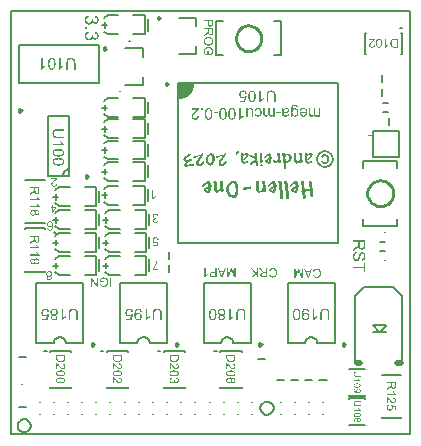
<source format=gto>
G04*
G04 #@! TF.GenerationSoftware,Altium Limited,Altium Designer,23.4.1 (23)*
G04*
G04 Layer_Color=65535*
%FSLAX25Y25*%
%MOIN*%
G70*
G04*
G04 #@! TF.SameCoordinates,3413D838-3E55-4DA6-953D-CE6F734A320F*
G04*
G04*
G04 #@! TF.FilePolarity,Positive*
G04*
G01*
G75*
%ADD10C,0.00394*%
%ADD11C,0.00984*%
%ADD12C,0.00787*%
%ADD13C,0.00300*%
%ADD14C,0.01000*%
%ADD15C,0.00591*%
%ADD16C,0.00669*%
%ADD17C,0.00800*%
%ADD18C,0.00500*%
%ADD19C,0.01968*%
G36*
X56139Y117323D02*
Y112402D01*
X57911D01*
X61061Y115551D01*
Y117323D01*
X56139D01*
D02*
G37*
G36*
X95033Y110197D02*
X95074Y110194D01*
X95123Y110190D01*
X95179Y110182D01*
X95236Y110171D01*
X95363Y110145D01*
X95430Y110126D01*
X95498Y110107D01*
X95565Y110081D01*
X95629Y110051D01*
X95693Y110017D01*
X95753Y109976D01*
X95757Y109972D01*
X95764Y109965D01*
X95783Y109954D01*
X95802Y109935D01*
X95824Y109909D01*
X95850Y109882D01*
X95877Y109849D01*
X95907Y109807D01*
X95933Y109762D01*
X95959Y109714D01*
X95986Y109657D01*
X96008Y109597D01*
X96027Y109530D01*
X96038Y109459D01*
X96049Y109384D01*
Y109301D01*
X95592Y109369D01*
Y109372D01*
Y109376D01*
X95588Y109387D01*
X95584Y109402D01*
X95577Y109440D01*
X95562Y109485D01*
X95539Y109537D01*
X95513Y109586D01*
X95479Y109635D01*
X95434Y109676D01*
X95430D01*
X95427Y109684D01*
X95416Y109687D01*
X95401Y109699D01*
X95385Y109706D01*
X95363Y109717D01*
X95307Y109744D01*
X95239Y109770D01*
X95157Y109789D01*
X95063Y109804D01*
X94954Y109811D01*
X94924D01*
X94898Y109807D01*
X94872D01*
X94842Y109804D01*
X94767Y109792D01*
X94684Y109777D01*
X94602Y109755D01*
X94519Y109721D01*
X94448Y109676D01*
X94444D01*
X94441Y109669D01*
X94418Y109654D01*
X94388Y109624D01*
X94350Y109582D01*
X94309Y109530D01*
X94268Y109466D01*
X94234Y109391D01*
X94204Y109309D01*
Y109301D01*
X94200Y109294D01*
X94197Y109279D01*
Y109260D01*
X94193Y109237D01*
X94189Y109211D01*
X94186Y109181D01*
X94182Y109144D01*
X94178Y109099D01*
Y109050D01*
X94174Y108994D01*
X94170Y108934D01*
Y108862D01*
Y108787D01*
Y108705D01*
X94174Y108709D01*
X94186Y108720D01*
X94200Y108739D01*
X94227Y108761D01*
X94257Y108787D01*
X94294Y108821D01*
X94336Y108851D01*
X94384Y108885D01*
X94437Y108922D01*
X94497Y108952D01*
X94560Y108982D01*
X94628Y109012D01*
X94699Y109035D01*
X94778Y109054D01*
X94857Y109065D01*
X94943Y109069D01*
X94969D01*
X94999Y109065D01*
X95037Y109061D01*
X95086Y109057D01*
X95142Y109046D01*
X95202Y109035D01*
X95269Y109016D01*
X95341Y108994D01*
X95412Y108967D01*
X95487Y108934D01*
X95558Y108896D01*
X95633Y108847D01*
X95704Y108791D01*
X95768Y108727D01*
X95832Y108656D01*
X95836Y108652D01*
X95847Y108637D01*
X95862Y108615D01*
X95881Y108581D01*
X95903Y108544D01*
X95929Y108495D01*
X95959Y108439D01*
X95986Y108375D01*
X96016Y108307D01*
X96046Y108229D01*
X96072Y108150D01*
X96094Y108060D01*
X96113Y107970D01*
X96128Y107872D01*
X96139Y107767D01*
X96143Y107662D01*
Y107659D01*
Y107644D01*
Y107625D01*
X96139Y107595D01*
Y107557D01*
X96135Y107516D01*
X96132Y107471D01*
X96124Y107419D01*
X96117Y107362D01*
X96109Y107306D01*
X96083Y107182D01*
X96049Y107051D01*
X96000Y106924D01*
Y106920D01*
X95993Y106909D01*
X95986Y106890D01*
X95974Y106867D01*
X95959Y106841D01*
X95941Y106807D01*
X95892Y106732D01*
X95832Y106646D01*
X95761Y106560D01*
X95678Y106477D01*
X95581Y106402D01*
X95577Y106399D01*
X95569Y106395D01*
X95554Y106384D01*
X95532Y106372D01*
X95505Y106361D01*
X95476Y106342D01*
X95438Y106327D01*
X95397Y106309D01*
X95352Y106294D01*
X95303Y106275D01*
X95250Y106260D01*
X95194Y106249D01*
X95070Y106226D01*
X95007Y106222D01*
X94939Y106219D01*
X94917D01*
X94890Y106222D01*
X94857Y106226D01*
X94815Y106230D01*
X94767Y106241D01*
X94710Y106252D01*
X94651Y106267D01*
X94591Y106290D01*
X94523Y106316D01*
X94455Y106346D01*
X94388Y106387D01*
X94320Y106432D01*
X94253Y106485D01*
X94186Y106545D01*
X94125Y106616D01*
Y106282D01*
X93691D01*
Y108694D01*
Y108701D01*
Y108724D01*
Y108754D01*
X93694Y108799D01*
Y108851D01*
X93698Y108915D01*
X93702Y108979D01*
X93705Y109050D01*
X93724Y109204D01*
X93747Y109354D01*
X93762Y109429D01*
X93780Y109496D01*
X93803Y109556D01*
X93826Y109612D01*
Y109616D01*
X93833Y109624D01*
X93840Y109639D01*
X93852Y109657D01*
X93863Y109680D01*
X93882Y109706D01*
X93927Y109770D01*
X93987Y109837D01*
X94058Y109909D01*
X94144Y109980D01*
X94245Y110044D01*
X94249D01*
X94257Y110051D01*
X94275Y110059D01*
X94298Y110070D01*
X94324Y110081D01*
X94358Y110092D01*
X94396Y110107D01*
X94441Y110122D01*
X94489Y110137D01*
X94542Y110152D01*
X94602Y110164D01*
X94662Y110175D01*
X94729Y110186D01*
X94801Y110194D01*
X94950Y110201D01*
X94999D01*
X95033Y110197D01*
D02*
G37*
G36*
X92262Y109129D02*
X92299Y109125D01*
X92344Y109121D01*
X92393Y109114D01*
X92445Y109106D01*
X92558Y109080D01*
X92618Y109061D01*
X92678Y109039D01*
X92734Y109012D01*
X92791Y108982D01*
X92843Y108949D01*
X92892Y108911D01*
X92896Y108907D01*
X92903Y108900D01*
X92914Y108889D01*
X92929Y108870D01*
X92948Y108847D01*
X92971Y108821D01*
X92989Y108791D01*
X93012Y108754D01*
X93038Y108716D01*
X93057Y108671D01*
X93079Y108626D01*
X93098Y108574D01*
X93113Y108521D01*
X93124Y108461D01*
X93132Y108401D01*
X93135Y108337D01*
Y108334D01*
Y108330D01*
Y108319D01*
Y108304D01*
X93132Y108262D01*
X93124Y108214D01*
X93113Y108154D01*
X93098Y108094D01*
X93076Y108026D01*
X93046Y107962D01*
Y107959D01*
X93042Y107955D01*
X93027Y107932D01*
X93008Y107902D01*
X92978Y107865D01*
X92944Y107820D01*
X92903Y107775D01*
X92854Y107730D01*
X92802Y107689D01*
X92794Y107685D01*
X92775Y107674D01*
X92746Y107655D01*
X92704Y107632D01*
X92652Y107606D01*
X92595Y107580D01*
X92532Y107557D01*
X92464Y107535D01*
X92457D01*
X92438Y107527D01*
X92404Y107520D01*
X92359Y107512D01*
X92299Y107501D01*
X92228Y107490D01*
X92142Y107475D01*
X92044Y107464D01*
X92037D01*
X92018Y107460D01*
X91988Y107456D01*
X91951Y107452D01*
X91905Y107445D01*
X91849Y107437D01*
X91789Y107426D01*
X91725Y107419D01*
X91587Y107392D01*
X91448Y107366D01*
X91381Y107351D01*
X91317Y107332D01*
X91257Y107317D01*
X91204Y107299D01*
Y107295D01*
Y107284D01*
Y107269D01*
X91201Y107250D01*
Y107209D01*
Y107190D01*
Y107179D01*
Y107175D01*
Y107167D01*
Y107152D01*
X91204Y107130D01*
Y107107D01*
X91208Y107081D01*
X91215Y107017D01*
X91234Y106954D01*
X91257Y106882D01*
X91290Y106822D01*
X91313Y106792D01*
X91335Y106770D01*
X91339Y106766D01*
X91343Y106762D01*
X91354Y106755D01*
X91369Y106744D01*
X91388Y106732D01*
X91410Y106717D01*
X91437Y106702D01*
X91470Y106687D01*
X91504Y106672D01*
X91545Y106661D01*
X91590Y106646D01*
X91639Y106635D01*
X91688Y106624D01*
X91748Y106616D01*
X91808Y106609D01*
X91924D01*
X91954Y106612D01*
X91984Y106616D01*
X92055Y106624D01*
X92134Y106639D01*
X92217Y106657D01*
X92292Y106687D01*
X92329Y106706D01*
X92359Y106729D01*
X92367Y106732D01*
X92386Y106751D01*
X92412Y106781D01*
X92445Y106822D01*
X92487Y106879D01*
X92506Y106912D01*
X92524Y106950D01*
X92543Y106991D01*
X92562Y107040D01*
X92577Y107089D01*
X92592Y107141D01*
X93053Y107077D01*
Y107074D01*
X93049Y107062D01*
X93046Y107047D01*
X93042Y107029D01*
X93034Y107002D01*
X93027Y106972D01*
X93004Y106905D01*
X92978Y106830D01*
X92940Y106751D01*
X92899Y106672D01*
X92851Y106601D01*
Y106597D01*
X92843Y106594D01*
X92824Y106571D01*
X92791Y106537D01*
X92742Y106496D01*
X92686Y106451D01*
X92614Y106406D01*
X92528Y106361D01*
X92434Y106320D01*
X92431D01*
X92423Y106316D01*
X92408Y106309D01*
X92386Y106305D01*
X92359Y106297D01*
X92329Y106286D01*
X92292Y106279D01*
X92251Y106267D01*
X92209Y106260D01*
X92160Y106252D01*
X92052Y106234D01*
X91932Y106222D01*
X91800Y106219D01*
X91741D01*
X91711Y106222D01*
X91677D01*
X91636Y106226D01*
X91594Y106230D01*
X91504Y106241D01*
X91407Y106256D01*
X91313Y106275D01*
X91223Y106305D01*
X91219D01*
X91212Y106309D01*
X91201Y106312D01*
X91185Y106320D01*
X91148Y106339D01*
X91099Y106361D01*
X91047Y106391D01*
X90991Y106429D01*
X90942Y106470D01*
X90897Y106515D01*
X90893Y106522D01*
X90878Y106537D01*
X90863Y106564D01*
X90841Y106601D01*
X90814Y106650D01*
X90792Y106706D01*
X90769Y106766D01*
X90750Y106837D01*
Y106845D01*
X90747Y106860D01*
X90743Y106894D01*
X90736Y106935D01*
Y106965D01*
X90732Y106995D01*
Y107032D01*
X90728Y107070D01*
Y107115D01*
X90724Y107164D01*
Y107216D01*
Y107272D01*
Y107902D01*
Y107910D01*
Y107932D01*
Y107966D01*
Y108007D01*
Y108060D01*
Y108120D01*
X90720Y108184D01*
Y108255D01*
X90717Y108397D01*
X90713Y108465D01*
Y108532D01*
X90709Y108596D01*
X90706Y108652D01*
X90698Y108701D01*
X90694Y108739D01*
Y108746D01*
X90687Y108769D01*
X90679Y108802D01*
X90668Y108844D01*
X90653Y108896D01*
X90631Y108949D01*
X90604Y109009D01*
X90574Y109069D01*
X91066D01*
X91069Y109061D01*
X91077Y109042D01*
X91092Y109012D01*
X91107Y108971D01*
X91126Y108919D01*
X91141Y108862D01*
X91152Y108795D01*
X91163Y108724D01*
X91167Y108727D01*
X91174Y108735D01*
X91189Y108746D01*
X91208Y108761D01*
X91230Y108780D01*
X91260Y108799D01*
X91324Y108847D01*
X91403Y108900D01*
X91486Y108952D01*
X91579Y109001D01*
X91669Y109042D01*
X91673D01*
X91681Y109046D01*
X91692Y109050D01*
X91711Y109057D01*
X91733Y109065D01*
X91759Y109072D01*
X91789Y109080D01*
X91823Y109087D01*
X91902Y109102D01*
X91988Y109117D01*
X92085Y109129D01*
X92187Y109132D01*
X92232D01*
X92262Y109129D01*
D02*
G37*
G36*
X80168D02*
X80194D01*
X80254Y109121D01*
X80326Y109110D01*
X80404Y109091D01*
X80483Y109069D01*
X80566Y109039D01*
X80569D01*
X80573Y109035D01*
X80584Y109027D01*
X80599Y109020D01*
X80637Y109001D01*
X80686Y108975D01*
X80738Y108941D01*
X80791Y108900D01*
X80839Y108855D01*
X80884Y108802D01*
X80888Y108795D01*
X80899Y108776D01*
X80918Y108746D01*
X80941Y108705D01*
X80963Y108656D01*
X80985Y108596D01*
X81008Y108529D01*
X81027Y108454D01*
Y108446D01*
X81030Y108427D01*
X81034Y108394D01*
X81038Y108345D01*
X81046Y108281D01*
X81049Y108206D01*
X81053Y108116D01*
Y108011D01*
Y106282D01*
X80581D01*
Y107831D01*
Y107835D01*
Y107846D01*
Y107865D01*
Y107891D01*
Y107921D01*
Y107955D01*
X80577Y108034D01*
X80573Y108116D01*
X80569Y108199D01*
X80566Y108236D01*
X80562Y108270D01*
X80558Y108304D01*
X80554Y108330D01*
Y108334D01*
X80550Y108337D01*
X80543Y108360D01*
X80532Y108394D01*
X80513Y108435D01*
X80487Y108484D01*
X80457Y108532D01*
X80415Y108581D01*
X80367Y108622D01*
X80359Y108626D01*
X80340Y108637D01*
X80310Y108656D01*
X80265Y108675D01*
X80217Y108694D01*
X80153Y108712D01*
X80085Y108724D01*
X80010Y108727D01*
X79973D01*
X79935Y108720D01*
X79883Y108712D01*
X79823Y108701D01*
X79756Y108682D01*
X79688Y108656D01*
X79617Y108619D01*
X79613D01*
X79609Y108615D01*
X79587Y108600D01*
X79553Y108574D01*
X79512Y108540D01*
X79470Y108499D01*
X79426Y108446D01*
X79384Y108390D01*
X79351Y108322D01*
Y108319D01*
X79347Y108315D01*
X79343Y108304D01*
X79339Y108289D01*
X79332Y108266D01*
X79324Y108244D01*
X79317Y108217D01*
X79309Y108184D01*
X79305Y108146D01*
X79298Y108109D01*
X79290Y108064D01*
X79283Y108015D01*
X79279Y107962D01*
X79276Y107902D01*
X79272Y107842D01*
Y107779D01*
Y106282D01*
X78799D01*
Y109069D01*
X79223D01*
Y108664D01*
X79227Y108667D01*
X79238Y108682D01*
X79257Y108709D01*
X79283Y108735D01*
X79317Y108772D01*
X79354Y108814D01*
X79403Y108855D01*
X79456Y108896D01*
X79515Y108941D01*
X79583Y108982D01*
X79654Y109024D01*
X79733Y109057D01*
X79816Y109087D01*
X79905Y109114D01*
X80003Y109129D01*
X80104Y109132D01*
X80146D01*
X80168Y109129D01*
D02*
G37*
G36*
X64197Y108532D02*
X63661D01*
Y109069D01*
X64197D01*
Y108532D01*
D02*
G37*
G36*
X90177Y107437D02*
X88726D01*
Y107914D01*
X90177D01*
Y107437D01*
D02*
G37*
G36*
X69289D02*
X67838D01*
Y107914D01*
X69289D01*
Y107437D01*
D02*
G37*
G36*
X103422Y106282D02*
X102998D01*
Y106669D01*
X102990Y106665D01*
X102983Y106654D01*
X102975Y106639D01*
X102945Y106601D01*
X102904Y106556D01*
X102856Y106504D01*
X102796Y106447D01*
X102728Y106395D01*
X102649Y106346D01*
X102646D01*
X102638Y106342D01*
X102627Y106335D01*
X102612Y106327D01*
X102589Y106316D01*
X102567Y106305D01*
X102507Y106282D01*
X102432Y106260D01*
X102349Y106237D01*
X102255Y106222D01*
X102154Y106219D01*
X102124D01*
X102102Y106222D01*
X102076D01*
X102046Y106226D01*
X101974Y106234D01*
X101895Y106252D01*
X101809Y106275D01*
X101727Y106305D01*
X101648Y106350D01*
X101644D01*
X101640Y106357D01*
X101614Y106372D01*
X101581Y106402D01*
X101539Y106444D01*
X101494Y106492D01*
X101445Y106552D01*
X101404Y106624D01*
X101371Y106706D01*
X101367Y106702D01*
X101356Y106684D01*
X101337Y106661D01*
X101311Y106631D01*
X101277Y106594D01*
X101235Y106552D01*
X101190Y106507D01*
X101138Y106462D01*
X101078Y106417D01*
X101014Y106372D01*
X100943Y106331D01*
X100864Y106294D01*
X100786Y106264D01*
X100696Y106241D01*
X100605Y106222D01*
X100508Y106219D01*
X100467D01*
X100441Y106222D01*
X100403Y106226D01*
X100365Y106230D01*
X100320Y106237D01*
X100272Y106249D01*
X100171Y106275D01*
X100118Y106294D01*
X100062Y106316D01*
X100013Y106342D01*
X99961Y106376D01*
X99915Y106410D01*
X99871Y106451D01*
X99867Y106455D01*
X99859Y106462D01*
X99848Y106474D01*
X99837Y106492D01*
X99818Y106519D01*
X99799Y106549D01*
X99780Y106582D01*
X99758Y106624D01*
X99735Y106672D01*
X99717Y106725D01*
X99698Y106781D01*
X99679Y106845D01*
X99668Y106912D01*
X99657Y106987D01*
X99649Y107070D01*
X99646Y107156D01*
Y109069D01*
X100118D01*
Y107314D01*
Y107310D01*
Y107302D01*
Y107287D01*
Y107269D01*
Y107246D01*
X100122Y107216D01*
X100126Y107156D01*
X100129Y107092D01*
X100137Y107025D01*
X100152Y106961D01*
X100167Y106909D01*
X100171Y106901D01*
X100174Y106886D01*
X100186Y106864D01*
X100204Y106834D01*
X100227Y106804D01*
X100257Y106770D01*
X100291Y106736D01*
X100332Y106706D01*
X100336Y106702D01*
X100354Y106695D01*
X100377Y106680D01*
X100410Y106665D01*
X100452Y106654D01*
X100501Y106639D01*
X100553Y106631D01*
X100613Y106627D01*
X100643D01*
X100662Y106631D01*
X100688Y106635D01*
X100718Y106639D01*
X100786Y106654D01*
X100864Y106676D01*
X100947Y106710D01*
X100988Y106732D01*
X101025Y106759D01*
X101067Y106792D01*
X101104Y106826D01*
X101108Y106830D01*
X101112Y106834D01*
X101123Y106849D01*
X101134Y106864D01*
X101149Y106886D01*
X101164Y106909D01*
X101183Y106942D01*
X101198Y106976D01*
X101217Y107017D01*
X101235Y107066D01*
X101251Y107115D01*
X101266Y107171D01*
X101277Y107235D01*
X101288Y107302D01*
X101292Y107374D01*
X101295Y107452D01*
Y109069D01*
X101768D01*
Y107257D01*
Y107254D01*
Y107242D01*
Y107227D01*
Y107205D01*
X101772Y107179D01*
X101776Y107149D01*
X101783Y107081D01*
X101798Y107002D01*
X101817Y106924D01*
X101847Y106849D01*
X101884Y106785D01*
X101888Y106777D01*
X101907Y106759D01*
X101933Y106736D01*
X101974Y106706D01*
X102027Y106676D01*
X102091Y106654D01*
X102169Y106635D01*
X102259Y106627D01*
X102293D01*
X102331Y106631D01*
X102379Y106639D01*
X102436Y106654D01*
X102499Y106672D01*
X102567Y106699D01*
X102630Y106732D01*
X102638Y106736D01*
X102657Y106751D01*
X102687Y106777D01*
X102724Y106811D01*
X102766Y106852D01*
X102803Y106905D01*
X102840Y106969D01*
X102874Y107040D01*
Y107044D01*
X102878Y107047D01*
X102882Y107062D01*
X102885Y107077D01*
X102893Y107100D01*
X102897Y107122D01*
X102904Y107152D01*
X102912Y107190D01*
X102919Y107227D01*
X102927Y107272D01*
X102930Y107321D01*
X102938Y107374D01*
X102942Y107430D01*
X102945Y107490D01*
X102949Y107554D01*
Y107625D01*
Y109069D01*
X103422D01*
Y106282D01*
D02*
G37*
G36*
X88204D02*
X87780D01*
Y106669D01*
X87773Y106665D01*
X87766Y106654D01*
X87758Y106639D01*
X87728Y106601D01*
X87687Y106556D01*
X87638Y106504D01*
X87578Y106447D01*
X87511Y106395D01*
X87432Y106346D01*
X87428D01*
X87420Y106342D01*
X87409Y106335D01*
X87394Y106327D01*
X87372Y106316D01*
X87349Y106305D01*
X87289Y106282D01*
X87214Y106260D01*
X87132Y106237D01*
X87038Y106222D01*
X86937Y106219D01*
X86907D01*
X86884Y106222D01*
X86858D01*
X86828Y106226D01*
X86757Y106234D01*
X86678Y106252D01*
X86592Y106275D01*
X86509Y106305D01*
X86431Y106350D01*
X86427D01*
X86423Y106357D01*
X86397Y106372D01*
X86363Y106402D01*
X86322Y106444D01*
X86277Y106492D01*
X86228Y106552D01*
X86187Y106624D01*
X86153Y106706D01*
X86149Y106702D01*
X86138Y106684D01*
X86119Y106661D01*
X86093Y106631D01*
X86059Y106594D01*
X86018Y106552D01*
X85973Y106507D01*
X85921Y106462D01*
X85861Y106417D01*
X85797Y106372D01*
X85725Y106331D01*
X85647Y106294D01*
X85568Y106264D01*
X85478Y106241D01*
X85388Y106222D01*
X85290Y106219D01*
X85249D01*
X85223Y106222D01*
X85185Y106226D01*
X85148Y106230D01*
X85103Y106237D01*
X85054Y106249D01*
X84953Y106275D01*
X84900Y106294D01*
X84844Y106316D01*
X84795Y106342D01*
X84743Y106376D01*
X84698Y106410D01*
X84653Y106451D01*
X84649Y106455D01*
X84642Y106462D01*
X84631Y106474D01*
X84619Y106492D01*
X84601Y106519D01*
X84582Y106549D01*
X84563Y106582D01*
X84540Y106624D01*
X84518Y106672D01*
X84499Y106725D01*
X84481Y106781D01*
X84462Y106845D01*
X84451Y106912D01*
X84439Y106987D01*
X84432Y107070D01*
X84428Y107156D01*
Y109069D01*
X84900D01*
Y107314D01*
Y107310D01*
Y107302D01*
Y107287D01*
Y107269D01*
Y107246D01*
X84904Y107216D01*
X84908Y107156D01*
X84912Y107092D01*
X84919Y107025D01*
X84934Y106961D01*
X84949Y106909D01*
X84953Y106901D01*
X84957Y106886D01*
X84968Y106864D01*
X84987Y106834D01*
X85009Y106804D01*
X85039Y106770D01*
X85073Y106736D01*
X85114Y106706D01*
X85118Y106702D01*
X85137Y106695D01*
X85159Y106680D01*
X85193Y106665D01*
X85234Y106654D01*
X85283Y106639D01*
X85335Y106631D01*
X85395Y106627D01*
X85426D01*
X85444Y106631D01*
X85470Y106635D01*
X85501Y106639D01*
X85568Y106654D01*
X85647Y106676D01*
X85729Y106710D01*
X85770Y106732D01*
X85808Y106759D01*
X85849Y106792D01*
X85887Y106826D01*
X85891Y106830D01*
X85894Y106834D01*
X85905Y106849D01*
X85917Y106864D01*
X85932Y106886D01*
X85947Y106909D01*
X85966Y106942D01*
X85980Y106976D01*
X85999Y107017D01*
X86018Y107066D01*
X86033Y107115D01*
X86048Y107171D01*
X86059Y107235D01*
X86071Y107302D01*
X86074Y107374D01*
X86078Y107452D01*
Y109069D01*
X86550D01*
Y107257D01*
Y107254D01*
Y107242D01*
Y107227D01*
Y107205D01*
X86554Y107179D01*
X86558Y107149D01*
X86566Y107081D01*
X86580Y107002D01*
X86599Y106924D01*
X86629Y106849D01*
X86667Y106785D01*
X86671Y106777D01*
X86689Y106759D01*
X86716Y106736D01*
X86757Y106706D01*
X86809Y106676D01*
X86873Y106654D01*
X86952Y106635D01*
X87042Y106627D01*
X87076D01*
X87113Y106631D01*
X87162Y106639D01*
X87218Y106654D01*
X87282Y106672D01*
X87349Y106699D01*
X87413Y106732D01*
X87420Y106736D01*
X87439Y106751D01*
X87469Y106777D01*
X87507Y106811D01*
X87548Y106852D01*
X87586Y106905D01*
X87623Y106969D01*
X87657Y107040D01*
Y107044D01*
X87660Y107047D01*
X87664Y107062D01*
X87668Y107077D01*
X87675Y107100D01*
X87679Y107122D01*
X87687Y107152D01*
X87694Y107190D01*
X87702Y107227D01*
X87709Y107272D01*
X87713Y107321D01*
X87721Y107374D01*
X87724Y107430D01*
X87728Y107490D01*
X87732Y107554D01*
Y107625D01*
Y109069D01*
X88204D01*
Y106282D01*
D02*
G37*
G36*
X82665Y109129D02*
X82703Y109125D01*
X82752Y109121D01*
X82808Y109114D01*
X82872Y109102D01*
X82939Y109087D01*
X83011Y109065D01*
X83086Y109042D01*
X83161Y109012D01*
X83236Y108975D01*
X83314Y108934D01*
X83389Y108885D01*
X83460Y108825D01*
X83528Y108761D01*
X83532Y108757D01*
X83543Y108742D01*
X83558Y108724D01*
X83580Y108690D01*
X83607Y108652D01*
X83637Y108607D01*
X83667Y108551D01*
X83701Y108487D01*
X83734Y108416D01*
X83764Y108334D01*
X83794Y108247D01*
X83820Y108150D01*
X83839Y108045D01*
X83858Y107936D01*
X83869Y107816D01*
X83873Y107689D01*
Y107685D01*
Y107670D01*
Y107644D01*
X83869Y107614D01*
Y107572D01*
X83865Y107527D01*
X83862Y107475D01*
X83854Y107419D01*
X83847Y107359D01*
X83836Y107295D01*
X83813Y107164D01*
X83776Y107029D01*
X83727Y106897D01*
X83723Y106894D01*
X83719Y106882D01*
X83712Y106864D01*
X83697Y106841D01*
X83682Y106815D01*
X83663Y106781D01*
X83614Y106706D01*
X83551Y106624D01*
X83472Y106541D01*
X83378Y106462D01*
X83329Y106425D01*
X83273Y106391D01*
X83269Y106387D01*
X83258Y106384D01*
X83243Y106376D01*
X83220Y106365D01*
X83191Y106350D01*
X83157Y106335D01*
X83119Y106320D01*
X83074Y106305D01*
X83025Y106290D01*
X82973Y106275D01*
X82860Y106245D01*
X82737Y106226D01*
X82673Y106219D01*
X82560D01*
X82530Y106222D01*
X82493Y106226D01*
X82448Y106230D01*
X82395Y106237D01*
X82343Y106249D01*
X82223Y106275D01*
X82163Y106294D01*
X82099Y106316D01*
X82039Y106342D01*
X81979Y106376D01*
X81919Y106410D01*
X81863Y106451D01*
X81859Y106455D01*
X81852Y106462D01*
X81837Y106474D01*
X81818Y106492D01*
X81792Y106519D01*
X81766Y106545D01*
X81739Y106579D01*
X81709Y106616D01*
X81675Y106661D01*
X81646Y106710D01*
X81616Y106762D01*
X81586Y106822D01*
X81555Y106882D01*
X81533Y106950D01*
X81511Y107025D01*
X81492Y107100D01*
X81949Y107171D01*
Y107167D01*
X81953Y107160D01*
X81957Y107145D01*
X81960Y107126D01*
X81972Y107100D01*
X81979Y107074D01*
X82006Y107014D01*
X82035Y106942D01*
X82077Y106875D01*
X82126Y106807D01*
X82186Y106747D01*
X82193Y106740D01*
X82215Y106725D01*
X82249Y106702D01*
X82298Y106676D01*
X82354Y106650D01*
X82425Y106627D01*
X82500Y106612D01*
X82587Y106605D01*
X82621D01*
X82647Y106609D01*
X82677Y106612D01*
X82710Y106620D01*
X82752Y106627D01*
X82793Y106639D01*
X82838Y106650D01*
X82887Y106669D01*
X82932Y106687D01*
X82981Y106714D01*
X83029Y106744D01*
X83078Y106777D01*
X83123Y106819D01*
X83168Y106864D01*
X83172Y106867D01*
X83179Y106875D01*
X83187Y106890D01*
X83202Y106912D01*
X83220Y106939D01*
X83239Y106972D01*
X83258Y107014D01*
X83277Y107059D01*
X83299Y107115D01*
X83318Y107175D01*
X83337Y107239D01*
X83355Y107314D01*
X83371Y107392D01*
X83378Y107479D01*
X83385Y107572D01*
X83389Y107674D01*
Y107681D01*
Y107700D01*
Y107726D01*
X83385Y107764D01*
X83382Y107812D01*
X83378Y107865D01*
X83371Y107925D01*
X83363Y107985D01*
X83337Y108120D01*
X83318Y108187D01*
X83299Y108255D01*
X83273Y108322D01*
X83247Y108382D01*
X83213Y108439D01*
X83175Y108491D01*
X83172Y108495D01*
X83164Y108502D01*
X83153Y108514D01*
X83138Y108532D01*
X83116Y108551D01*
X83089Y108570D01*
X83059Y108596D01*
X83025Y108619D01*
X82988Y108641D01*
X82943Y108664D01*
X82898Y108686D01*
X82849Y108705D01*
X82793Y108724D01*
X82737Y108735D01*
X82677Y108742D01*
X82613Y108746D01*
X82587D01*
X82568Y108742D01*
X82542D01*
X82516Y108739D01*
X82452Y108724D01*
X82377Y108705D01*
X82302Y108675D01*
X82223Y108634D01*
X82186Y108607D01*
X82152Y108577D01*
X82148Y108574D01*
X82144Y108570D01*
X82133Y108559D01*
X82122Y108544D01*
X82107Y108525D01*
X82088Y108502D01*
X82069Y108476D01*
X82051Y108446D01*
X82032Y108412D01*
X82009Y108371D01*
X81990Y108330D01*
X81972Y108281D01*
X81953Y108229D01*
X81938Y108172D01*
X81923Y108112D01*
X81912Y108049D01*
X81447Y108112D01*
Y108116D01*
X81450Y108135D01*
X81454Y108157D01*
X81466Y108191D01*
X81473Y108232D01*
X81488Y108277D01*
X81507Y108330D01*
X81525Y108386D01*
X81548Y108446D01*
X81578Y108506D01*
X81608Y108570D01*
X81646Y108630D01*
X81687Y108694D01*
X81732Y108754D01*
X81784Y108810D01*
X81840Y108862D01*
X81844Y108866D01*
X81855Y108874D01*
X81871Y108889D01*
X81897Y108904D01*
X81927Y108926D01*
X81964Y108949D01*
X82006Y108971D01*
X82054Y108997D01*
X82107Y109024D01*
X82163Y109046D01*
X82227Y109069D01*
X82294Y109091D01*
X82369Y109106D01*
X82444Y109121D01*
X82527Y109129D01*
X82609Y109132D01*
X82635D01*
X82665Y109129D01*
D02*
G37*
G36*
X97838D02*
X97879Y109125D01*
X97932Y109121D01*
X97992Y109114D01*
X98055Y109102D01*
X98127Y109084D01*
X98206Y109065D01*
X98284Y109042D01*
X98363Y109009D01*
X98445Y108975D01*
X98524Y108930D01*
X98603Y108881D01*
X98678Y108825D01*
X98749Y108757D01*
X98753Y108754D01*
X98764Y108739D01*
X98783Y108720D01*
X98805Y108686D01*
X98832Y108649D01*
X98862Y108604D01*
X98896Y108547D01*
X98926Y108484D01*
X98959Y108412D01*
X98993Y108334D01*
X99023Y108247D01*
X99049Y108154D01*
X99072Y108052D01*
X99090Y107940D01*
X99102Y107824D01*
X99106Y107700D01*
Y107696D01*
Y107692D01*
Y107670D01*
X99102Y107632D01*
X99098Y107584D01*
X99094Y107524D01*
X99087Y107456D01*
X99076Y107381D01*
X99060Y107299D01*
X99042Y107216D01*
X99019Y107126D01*
X98989Y107036D01*
X98952Y106942D01*
X98910Y106852D01*
X98865Y106766D01*
X98809Y106684D01*
X98746Y106609D01*
X98742Y106605D01*
X98727Y106590D01*
X98708Y106571D01*
X98678Y106549D01*
X98644Y106519D01*
X98599Y106485D01*
X98550Y106451D01*
X98491Y106414D01*
X98427Y106376D01*
X98356Y106342D01*
X98277Y106309D01*
X98194Y106279D01*
X98104Y106256D01*
X98010Y106234D01*
X97909Y106222D01*
X97804Y106219D01*
X97778D01*
X97752Y106222D01*
X97711Y106226D01*
X97666Y106230D01*
X97609Y106237D01*
X97545Y106252D01*
X97482Y106267D01*
X97411Y106286D01*
X97335Y106312D01*
X97260Y106342D01*
X97185Y106380D01*
X97107Y106425D01*
X97032Y106474D01*
X96961Y106534D01*
X96893Y106601D01*
X96889Y106605D01*
X96878Y106620D01*
X96859Y106642D01*
X96837Y106672D01*
X96811Y106710D01*
X96781Y106759D01*
X96747Y106815D01*
X96713Y106879D01*
X96683Y106950D01*
X96649Y107032D01*
X96619Y107119D01*
X96593Y107216D01*
X96570Y107317D01*
X96552Y107430D01*
X96540Y107546D01*
X96537Y107674D01*
Y107681D01*
Y107692D01*
Y107704D01*
Y107722D01*
Y107745D01*
X96540Y107767D01*
Y107797D01*
X98622D01*
Y107801D01*
Y107816D01*
X98618Y107842D01*
X98614Y107872D01*
X98607Y107910D01*
X98599Y107955D01*
X98592Y108004D01*
X98580Y108060D01*
X98547Y108172D01*
X98524Y108232D01*
X98502Y108289D01*
X98472Y108345D01*
X98442Y108401D01*
X98404Y108454D01*
X98363Y108502D01*
X98359Y108506D01*
X98352Y108514D01*
X98340Y108525D01*
X98322Y108540D01*
X98299Y108559D01*
X98269Y108581D01*
X98239Y108600D01*
X98202Y108622D01*
X98160Y108649D01*
X98119Y108667D01*
X98071Y108690D01*
X98018Y108709D01*
X97962Y108724D01*
X97905Y108735D01*
X97842Y108742D01*
X97778Y108746D01*
X97752D01*
X97733Y108742D01*
X97711D01*
X97688Y108739D01*
X97624Y108727D01*
X97557Y108712D01*
X97482Y108690D01*
X97407Y108656D01*
X97335Y108611D01*
X97332D01*
X97328Y108604D01*
X97306Y108585D01*
X97272Y108551D01*
X97230Y108502D01*
X97182Y108442D01*
X97133Y108367D01*
X97110Y108322D01*
X97088Y108274D01*
X97066Y108225D01*
X97043Y108169D01*
X96556Y108232D01*
Y108236D01*
X96559Y108251D01*
X96567Y108274D01*
X96578Y108304D01*
X96589Y108341D01*
X96608Y108382D01*
X96627Y108427D01*
X96649Y108476D01*
X96679Y108529D01*
X96709Y108585D01*
X96743Y108641D01*
X96784Y108697D01*
X96825Y108750D01*
X96874Y108802D01*
X96927Y108855D01*
X96983Y108900D01*
X96987Y108904D01*
X96998Y108911D01*
X97013Y108922D01*
X97039Y108937D01*
X97069Y108952D01*
X97107Y108975D01*
X97152Y108994D01*
X97201Y109016D01*
X97253Y109039D01*
X97313Y109057D01*
X97381Y109080D01*
X97448Y109095D01*
X97527Y109110D01*
X97606Y109121D01*
X97688Y109129D01*
X97778Y109132D01*
X97804D01*
X97838Y109129D01*
D02*
G37*
G36*
X76887Y106065D02*
X76890D01*
X76894Y106072D01*
X76906Y106080D01*
X76917Y106091D01*
X76954Y106125D01*
X77007Y106166D01*
X77070Y106215D01*
X77149Y106271D01*
X77239Y106331D01*
X77337Y106391D01*
X77341D01*
X77348Y106399D01*
X77363Y106406D01*
X77382Y106417D01*
X77408Y106432D01*
X77434Y106447D01*
X77502Y106481D01*
X77577Y106519D01*
X77659Y106560D01*
X77745Y106597D01*
X77828Y106631D01*
Y106177D01*
X77824Y106174D01*
X77809Y106170D01*
X77790Y106159D01*
X77760Y106144D01*
X77727Y106125D01*
X77689Y106102D01*
X77644Y106080D01*
X77596Y106050D01*
X77487Y105986D01*
X77371Y105907D01*
X77254Y105821D01*
X77138Y105727D01*
X77134Y105724D01*
X77127Y105716D01*
X77108Y105701D01*
X77089Y105682D01*
X77067Y105656D01*
X77037Y105630D01*
X77007Y105596D01*
X76973Y105562D01*
X76906Y105484D01*
X76838Y105397D01*
X76774Y105304D01*
X76744Y105259D01*
X76722Y105210D01*
X76414D01*
Y109069D01*
X76887D01*
Y106065D01*
D02*
G37*
G36*
X74007Y109129D02*
X74048Y109125D01*
X74093Y109121D01*
X74149Y109110D01*
X74209Y109099D01*
X74273Y109084D01*
X74340Y109061D01*
X74412Y109035D01*
X74487Y109005D01*
X74558Y108967D01*
X74629Y108922D01*
X74700Y108870D01*
X74768Y108806D01*
X74828Y108739D01*
X74832Y108731D01*
X74843Y108716D01*
X74862Y108686D01*
X74888Y108645D01*
X74914Y108592D01*
X74948Y108529D01*
X74982Y108450D01*
X75015Y108360D01*
X75053Y108259D01*
X75087Y108142D01*
X75121Y108015D01*
X75147Y107876D01*
X75173Y107719D01*
X75192Y107554D01*
X75203Y107370D01*
X75207Y107175D01*
Y107171D01*
Y107167D01*
Y107145D01*
Y107107D01*
X75203Y107062D01*
Y107002D01*
X75199Y106939D01*
X75195Y106864D01*
X75188Y106781D01*
X75181Y106695D01*
X75173Y106605D01*
X75147Y106425D01*
X75113Y106241D01*
X75090Y106159D01*
X75068Y106076D01*
Y106072D01*
X75060Y106057D01*
X75053Y106035D01*
X75042Y106009D01*
X75027Y105971D01*
X75008Y105934D01*
X74989Y105889D01*
X74963Y105840D01*
X74907Y105735D01*
X74835Y105630D01*
X74749Y105529D01*
X74700Y105480D01*
X74652Y105435D01*
X74648Y105431D01*
X74641Y105424D01*
X74622Y105412D01*
X74603Y105401D01*
X74573Y105382D01*
X74543Y105364D01*
X74502Y105345D01*
X74461Y105322D01*
X74412Y105300D01*
X74359Y105281D01*
X74303Y105262D01*
X74239Y105244D01*
X74176Y105232D01*
X74104Y105221D01*
X74033Y105214D01*
X73954Y105210D01*
X73902D01*
X73875Y105214D01*
X73845Y105217D01*
X73808Y105221D01*
X73770Y105225D01*
X73688Y105240D01*
X73598Y105262D01*
X73504Y105296D01*
X73414Y105337D01*
X73410D01*
X73403Y105345D01*
X73392Y105349D01*
X73373Y105360D01*
X73332Y105390D01*
X73276Y105427D01*
X73216Y105480D01*
X73152Y105540D01*
X73088Y105615D01*
X73028Y105697D01*
Y105701D01*
X73020Y105709D01*
X73013Y105720D01*
X73002Y105739D01*
X72991Y105761D01*
X72975Y105787D01*
X72961Y105821D01*
X72942Y105855D01*
X72923Y105896D01*
X72904Y105937D01*
X72867Y106035D01*
X72825Y106147D01*
X72792Y106267D01*
Y106271D01*
X72788Y106282D01*
X72784Y106301D01*
X72777Y106327D01*
X72769Y106361D01*
X72762Y106402D01*
X72754Y106451D01*
X72747Y106507D01*
X72739Y106567D01*
X72732Y106639D01*
X72724Y106710D01*
X72717Y106792D01*
X72709Y106879D01*
X72706Y106972D01*
X72702Y107070D01*
Y107175D01*
Y107182D01*
Y107205D01*
Y107239D01*
X72706Y107287D01*
Y107344D01*
X72709Y107411D01*
X72713Y107482D01*
X72720Y107565D01*
X72728Y107651D01*
X72736Y107737D01*
X72762Y107921D01*
X72795Y108101D01*
X72818Y108184D01*
X72844Y108266D01*
Y108270D01*
X72852Y108285D01*
X72859Y108307D01*
X72870Y108334D01*
X72886Y108371D01*
X72904Y108409D01*
X72923Y108454D01*
X72949Y108502D01*
X73005Y108604D01*
X73077Y108712D01*
X73163Y108814D01*
X73212Y108862D01*
X73260Y108907D01*
X73264Y108911D01*
X73272Y108919D01*
X73287Y108930D01*
X73309Y108941D01*
X73335Y108960D01*
X73369Y108979D01*
X73407Y108997D01*
X73448Y109020D01*
X73497Y109042D01*
X73549Y109061D01*
X73606Y109080D01*
X73669Y109099D01*
X73733Y109110D01*
X73804Y109121D01*
X73875Y109129D01*
X73954Y109132D01*
X73980D01*
X74007Y109129D01*
D02*
G37*
G36*
X71022D02*
X71063Y109125D01*
X71108Y109121D01*
X71164Y109110D01*
X71224Y109099D01*
X71288Y109084D01*
X71355Y109061D01*
X71427Y109035D01*
X71502Y109005D01*
X71573Y108967D01*
X71644Y108922D01*
X71715Y108870D01*
X71783Y108806D01*
X71843Y108739D01*
X71847Y108731D01*
X71858Y108716D01*
X71877Y108686D01*
X71903Y108645D01*
X71929Y108592D01*
X71963Y108529D01*
X71997Y108450D01*
X72031Y108360D01*
X72068Y108259D01*
X72102Y108142D01*
X72136Y108015D01*
X72162Y107876D01*
X72188Y107719D01*
X72207Y107554D01*
X72218Y107370D01*
X72222Y107175D01*
Y107171D01*
Y107167D01*
Y107145D01*
Y107107D01*
X72218Y107062D01*
Y107002D01*
X72214Y106939D01*
X72211Y106864D01*
X72203Y106781D01*
X72196Y106695D01*
X72188Y106605D01*
X72162Y106425D01*
X72128Y106241D01*
X72105Y106159D01*
X72083Y106076D01*
Y106072D01*
X72075Y106057D01*
X72068Y106035D01*
X72057Y106009D01*
X72042Y105971D01*
X72023Y105934D01*
X72004Y105889D01*
X71978Y105840D01*
X71922Y105735D01*
X71851Y105630D01*
X71764Y105529D01*
X71715Y105480D01*
X71667Y105435D01*
X71663Y105431D01*
X71655Y105424D01*
X71637Y105412D01*
X71618Y105401D01*
X71588Y105382D01*
X71558Y105364D01*
X71517Y105345D01*
X71475Y105322D01*
X71427Y105300D01*
X71374Y105281D01*
X71318Y105262D01*
X71254Y105244D01*
X71191Y105232D01*
X71119Y105221D01*
X71048Y105214D01*
X70969Y105210D01*
X70917D01*
X70890Y105214D01*
X70860Y105217D01*
X70823Y105221D01*
X70785Y105225D01*
X70703Y105240D01*
X70613Y105262D01*
X70519Y105296D01*
X70429Y105337D01*
X70425D01*
X70418Y105345D01*
X70407Y105349D01*
X70388Y105360D01*
X70347Y105390D01*
X70290Y105427D01*
X70231Y105480D01*
X70167Y105540D01*
X70103Y105615D01*
X70043Y105697D01*
Y105701D01*
X70035Y105709D01*
X70028Y105720D01*
X70017Y105739D01*
X70006Y105761D01*
X69990Y105787D01*
X69976Y105821D01*
X69957Y105855D01*
X69938Y105896D01*
X69919Y105937D01*
X69882Y106035D01*
X69841Y106147D01*
X69807Y106267D01*
Y106271D01*
X69803Y106282D01*
X69799Y106301D01*
X69792Y106327D01*
X69784Y106361D01*
X69777Y106402D01*
X69769Y106451D01*
X69762Y106507D01*
X69754Y106567D01*
X69747Y106639D01*
X69739Y106710D01*
X69732Y106792D01*
X69724Y106879D01*
X69721Y106972D01*
X69717Y107070D01*
Y107175D01*
Y107182D01*
Y107205D01*
Y107239D01*
X69721Y107287D01*
Y107344D01*
X69724Y107411D01*
X69728Y107482D01*
X69735Y107565D01*
X69743Y107651D01*
X69750Y107737D01*
X69777Y107921D01*
X69810Y108101D01*
X69833Y108184D01*
X69859Y108266D01*
Y108270D01*
X69867Y108285D01*
X69874Y108307D01*
X69885Y108334D01*
X69901Y108371D01*
X69919Y108409D01*
X69938Y108454D01*
X69964Y108502D01*
X70021Y108604D01*
X70092Y108712D01*
X70178Y108814D01*
X70227Y108862D01*
X70275Y108907D01*
X70279Y108911D01*
X70287Y108919D01*
X70302Y108930D01*
X70324Y108941D01*
X70350Y108960D01*
X70384Y108979D01*
X70422Y108997D01*
X70463Y109020D01*
X70512Y109042D01*
X70564Y109061D01*
X70621Y109080D01*
X70684Y109099D01*
X70748Y109110D01*
X70819Y109121D01*
X70890Y109129D01*
X70969Y109132D01*
X70995D01*
X71022Y109129D01*
D02*
G37*
G36*
X66248D02*
X66289Y109125D01*
X66334Y109121D01*
X66391Y109110D01*
X66451Y109099D01*
X66514Y109084D01*
X66582Y109061D01*
X66653Y109035D01*
X66728Y109005D01*
X66799Y108967D01*
X66870Y108922D01*
X66942Y108870D01*
X67009Y108806D01*
X67069Y108739D01*
X67073Y108731D01*
X67084Y108716D01*
X67103Y108686D01*
X67129Y108645D01*
X67155Y108592D01*
X67189Y108529D01*
X67223Y108450D01*
X67257Y108360D01*
X67294Y108259D01*
X67328Y108142D01*
X67362Y108015D01*
X67388Y107876D01*
X67414Y107719D01*
X67433Y107554D01*
X67444Y107370D01*
X67448Y107175D01*
Y107171D01*
Y107167D01*
Y107145D01*
Y107107D01*
X67444Y107062D01*
Y107002D01*
X67440Y106939D01*
X67437Y106864D01*
X67429Y106781D01*
X67422Y106695D01*
X67414Y106605D01*
X67388Y106425D01*
X67354Y106241D01*
X67332Y106159D01*
X67309Y106076D01*
Y106072D01*
X67302Y106057D01*
X67294Y106035D01*
X67283Y106009D01*
X67268Y105971D01*
X67249Y105934D01*
X67230Y105889D01*
X67204Y105840D01*
X67148Y105735D01*
X67077Y105630D01*
X66991Y105529D01*
X66942Y105480D01*
X66893Y105435D01*
X66889Y105431D01*
X66882Y105424D01*
X66863Y105412D01*
X66844Y105401D01*
X66814Y105382D01*
X66784Y105364D01*
X66743Y105345D01*
X66702Y105322D01*
X66653Y105300D01*
X66601Y105281D01*
X66544Y105262D01*
X66480Y105244D01*
X66417Y105232D01*
X66346Y105221D01*
X66274Y105214D01*
X66195Y105210D01*
X66143D01*
X66117Y105214D01*
X66087Y105217D01*
X66049Y105221D01*
X66012Y105225D01*
X65929Y105240D01*
X65839Y105262D01*
X65746Y105296D01*
X65655Y105337D01*
X65652D01*
X65644Y105345D01*
X65633Y105349D01*
X65614Y105360D01*
X65573Y105390D01*
X65517Y105427D01*
X65457Y105480D01*
X65393Y105540D01*
X65329Y105615D01*
X65269Y105697D01*
Y105701D01*
X65262Y105709D01*
X65254Y105720D01*
X65243Y105739D01*
X65232Y105761D01*
X65217Y105787D01*
X65202Y105821D01*
X65183Y105855D01*
X65164Y105896D01*
X65145Y105937D01*
X65108Y106035D01*
X65067Y106147D01*
X65033Y106267D01*
Y106271D01*
X65029Y106282D01*
X65026Y106301D01*
X65018Y106327D01*
X65010Y106361D01*
X65003Y106402D01*
X64995Y106451D01*
X64988Y106507D01*
X64981Y106567D01*
X64973Y106639D01*
X64965Y106710D01*
X64958Y106792D01*
X64951Y106879D01*
X64947Y106972D01*
X64943Y107070D01*
Y107175D01*
Y107182D01*
Y107205D01*
Y107239D01*
X64947Y107287D01*
Y107344D01*
X64951Y107411D01*
X64954Y107482D01*
X64962Y107565D01*
X64969Y107651D01*
X64977Y107737D01*
X65003Y107921D01*
X65037Y108101D01*
X65059Y108184D01*
X65086Y108266D01*
Y108270D01*
X65093Y108285D01*
X65101Y108307D01*
X65112Y108334D01*
X65127Y108371D01*
X65145Y108409D01*
X65164Y108454D01*
X65191Y108502D01*
X65247Y108604D01*
X65318Y108712D01*
X65404Y108814D01*
X65453Y108862D01*
X65502Y108907D01*
X65505Y108911D01*
X65513Y108919D01*
X65528Y108930D01*
X65551Y108941D01*
X65577Y108960D01*
X65610Y108979D01*
X65648Y108997D01*
X65689Y109020D01*
X65738Y109042D01*
X65790Y109061D01*
X65847Y109080D01*
X65911Y109099D01*
X65974Y109110D01*
X66045Y109121D01*
X66117Y109129D01*
X66195Y109132D01*
X66222D01*
X66248Y109129D01*
D02*
G37*
G36*
X63030Y109065D02*
Y109061D01*
Y109039D01*
Y109009D01*
X63027Y108964D01*
X63019Y108915D01*
X63012Y108859D01*
X62997Y108802D01*
X62978Y108742D01*
Y108739D01*
X62974Y108731D01*
X62967Y108716D01*
X62959Y108697D01*
X62948Y108675D01*
X62937Y108649D01*
X62903Y108581D01*
X62858Y108502D01*
X62805Y108416D01*
X62742Y108326D01*
X62667Y108232D01*
X62663Y108229D01*
X62656Y108221D01*
X62644Y108206D01*
X62625Y108187D01*
X62603Y108165D01*
X62577Y108135D01*
X62547Y108101D01*
X62509Y108064D01*
X62468Y108026D01*
X62423Y107981D01*
X62371Y107932D01*
X62318Y107880D01*
X62258Y107827D01*
X62194Y107771D01*
X62123Y107711D01*
X62052Y107651D01*
X62044Y107644D01*
X62025Y107629D01*
X61992Y107602D01*
X61950Y107565D01*
X61898Y107524D01*
X61842Y107471D01*
X61778Y107415D01*
X61711Y107355D01*
X61568Y107224D01*
X61429Y107089D01*
X61365Y107021D01*
X61305Y106954D01*
X61249Y106894D01*
X61204Y106834D01*
X61200Y106830D01*
X61193Y106819D01*
X61182Y106804D01*
X61171Y106781D01*
X61152Y106755D01*
X61133Y106725D01*
X61114Y106687D01*
X61092Y106650D01*
X61050Y106564D01*
X61013Y106470D01*
X61002Y106417D01*
X60991Y106369D01*
X60983Y106316D01*
X60979Y106267D01*
Y106264D01*
Y106256D01*
Y106241D01*
X60983Y106219D01*
X60987Y106196D01*
X60991Y106170D01*
X61006Y106102D01*
X61028Y106027D01*
X61066Y105949D01*
X61088Y105911D01*
X61114Y105870D01*
X61144Y105832D01*
X61182Y105795D01*
X61185Y105791D01*
X61189Y105787D01*
X61204Y105776D01*
X61219Y105765D01*
X61238Y105750D01*
X61264Y105735D01*
X61291Y105716D01*
X61324Y105697D01*
X61358Y105679D01*
X61399Y105660D01*
X61489Y105630D01*
X61590Y105607D01*
X61647Y105604D01*
X61707Y105600D01*
X61740D01*
X61763Y105604D01*
X61793Y105607D01*
X61827Y105611D01*
X61864Y105619D01*
X61902Y105626D01*
X61992Y105649D01*
X62082Y105686D01*
X62127Y105709D01*
X62172Y105739D01*
X62213Y105769D01*
X62254Y105806D01*
X62258Y105810D01*
X62262Y105814D01*
X62273Y105829D01*
X62284Y105844D01*
X62299Y105862D01*
X62318Y105889D01*
X62337Y105919D01*
X62356Y105952D01*
X62374Y105990D01*
X62393Y106031D01*
X62408Y106080D01*
X62427Y106129D01*
X62438Y106181D01*
X62449Y106241D01*
X62453Y106301D01*
X62457Y106369D01*
X62941Y106320D01*
Y106312D01*
X62937Y106297D01*
X62933Y106267D01*
X62929Y106230D01*
X62918Y106185D01*
X62907Y106132D01*
X62892Y106076D01*
X62877Y106012D01*
X62854Y105949D01*
X62828Y105881D01*
X62798Y105814D01*
X62764Y105742D01*
X62723Y105675D01*
X62678Y105611D01*
X62625Y105551D01*
X62569Y105495D01*
X62565Y105491D01*
X62554Y105484D01*
X62536Y105469D01*
X62509Y105450D01*
X62476Y105427D01*
X62438Y105405D01*
X62389Y105379D01*
X62337Y105352D01*
X62277Y105326D01*
X62213Y105300D01*
X62142Y105277D01*
X62063Y105255D01*
X61980Y105236D01*
X61891Y105221D01*
X61797Y105214D01*
X61695Y105210D01*
X61669D01*
X61643Y105214D01*
X61602D01*
X61557Y105217D01*
X61504Y105225D01*
X61444Y105236D01*
X61377Y105247D01*
X61309Y105266D01*
X61238Y105285D01*
X61163Y105311D01*
X61092Y105341D01*
X61017Y105375D01*
X60949Y105416D01*
X60882Y105465D01*
X60818Y105517D01*
X60814Y105521D01*
X60803Y105532D01*
X60788Y105547D01*
X60769Y105574D01*
X60743Y105604D01*
X60717Y105637D01*
X60687Y105679D01*
X60657Y105727D01*
X60627Y105780D01*
X60597Y105840D01*
X60571Y105900D01*
X60544Y105967D01*
X60526Y106039D01*
X60510Y106117D01*
X60499Y106196D01*
X60496Y106279D01*
Y106282D01*
Y106290D01*
Y106301D01*
Y106316D01*
X60499Y106339D01*
Y106361D01*
X60507Y106421D01*
X60518Y106489D01*
X60537Y106567D01*
X60559Y106650D01*
X60593Y106732D01*
Y106736D01*
X60597Y106744D01*
X60604Y106755D01*
X60612Y106770D01*
X60623Y106792D01*
X60634Y106815D01*
X60668Y106875D01*
X60709Y106942D01*
X60765Y107025D01*
X60829Y107111D01*
X60908Y107201D01*
X60912Y107205D01*
X60919Y107212D01*
X60931Y107227D01*
X60949Y107246D01*
X60975Y107272D01*
X61002Y107302D01*
X61039Y107336D01*
X61080Y107377D01*
X61125Y107422D01*
X61182Y107475D01*
X61238Y107531D01*
X61305Y107591D01*
X61377Y107655D01*
X61456Y107726D01*
X61542Y107797D01*
X61632Y107876D01*
X61636Y107880D01*
X61651Y107891D01*
X61673Y107910D01*
X61699Y107932D01*
X61733Y107962D01*
X61770Y107996D01*
X61861Y108071D01*
X61950Y108150D01*
X62041Y108229D01*
X62082Y108266D01*
X62119Y108304D01*
X62153Y108334D01*
X62179Y108360D01*
X62183Y108364D01*
X62198Y108382D01*
X62221Y108409D01*
X62251Y108439D01*
X62280Y108480D01*
X62314Y108521D01*
X62348Y108566D01*
X62378Y108615D01*
X60492D01*
Y109069D01*
X63030D01*
Y109065D01*
D02*
G37*
G36*
X14356Y76192D02*
X15451D01*
Y75909D01*
X14299Y74273D01*
X14046D01*
Y75909D01*
X13706D01*
Y76192D01*
X14046D01*
Y76795D01*
X14356D01*
Y76192D01*
D02*
G37*
G36*
X26264Y139349D02*
X26260D01*
X26242Y139345D01*
X26220Y139340D01*
X26185Y139332D01*
X26149Y139323D01*
X26101Y139310D01*
X26052Y139292D01*
X25999Y139274D01*
X25888Y139230D01*
X25774Y139172D01*
X25668Y139106D01*
X25623Y139066D01*
X25579Y139027D01*
Y139022D01*
X25570Y139018D01*
X25561Y139005D01*
X25548Y138987D01*
X25530Y138965D01*
X25513Y138938D01*
X25477Y138872D01*
X25438Y138788D01*
X25402Y138691D01*
X25380Y138585D01*
X25376Y138527D01*
X25371Y138465D01*
Y138426D01*
X25376Y138399D01*
X25380Y138364D01*
X25385Y138328D01*
X25393Y138284D01*
X25407Y138235D01*
X25438Y138129D01*
X25460Y138076D01*
X25486Y138019D01*
X25517Y137961D01*
X25552Y137908D01*
X25592Y137855D01*
X25641Y137802D01*
X25645Y137798D01*
X25654Y137789D01*
X25668Y137776D01*
X25690Y137758D01*
X25716Y137740D01*
X25747Y137718D01*
X25782Y137692D01*
X25827Y137665D01*
X25871Y137643D01*
X25924Y137617D01*
X26039Y137572D01*
X26101Y137559D01*
X26167Y137546D01*
X26238Y137537D01*
X26313Y137533D01*
X26317D01*
X26331D01*
X26348D01*
X26379Y137537D01*
X26410Y137541D01*
X26450Y137546D01*
X26490Y137555D01*
X26538Y137564D01*
X26635Y137594D01*
X26689Y137612D01*
X26741Y137639D01*
X26794Y137670D01*
X26848Y137701D01*
X26896Y137740D01*
X26945Y137785D01*
X26949Y137789D01*
X26954Y137798D01*
X26967Y137811D01*
X26985Y137829D01*
X27002Y137855D01*
X27024Y137886D01*
X27046Y137917D01*
X27069Y137957D01*
X27091Y138001D01*
X27113Y138050D01*
X27153Y138160D01*
X27183Y138284D01*
X27188Y138350D01*
X27192Y138421D01*
Y138448D01*
X27188Y138483D01*
X27183Y138527D01*
X27179Y138585D01*
X27170Y138651D01*
X27153Y138726D01*
X27135Y138810D01*
X27621Y138748D01*
Y138739D01*
X27617Y138717D01*
X27612Y138686D01*
Y138624D01*
X27617Y138598D01*
Y138567D01*
X27621Y138531D01*
X27630Y138492D01*
X27634Y138448D01*
X27656Y138346D01*
X27692Y138240D01*
X27736Y138129D01*
X27798Y138019D01*
X27802Y138014D01*
X27807Y138006D01*
X27816Y137992D01*
X27833Y137975D01*
X27851Y137952D01*
X27877Y137926D01*
X27904Y137904D01*
X27939Y137873D01*
X27975Y137847D01*
X28019Y137824D01*
X28067Y137798D01*
X28116Y137776D01*
X28174Y137758D01*
X28236Y137745D01*
X28297Y137736D01*
X28368Y137732D01*
X28372D01*
X28381D01*
X28399D01*
X28421Y137736D01*
X28448D01*
X28479Y137740D01*
X28549Y137758D01*
X28629Y137780D01*
X28713Y137820D01*
X28797Y137869D01*
X28837Y137904D01*
X28876Y137939D01*
X28881Y137944D01*
X28885Y137948D01*
X28894Y137961D01*
X28907Y137975D01*
X28943Y138023D01*
X28978Y138085D01*
X29013Y138160D01*
X29049Y138253D01*
X29071Y138359D01*
X29080Y138412D01*
Y138505D01*
X29075Y138527D01*
Y138558D01*
X29071Y138589D01*
X29053Y138664D01*
X29031Y138752D01*
X28991Y138841D01*
X28943Y138934D01*
X28907Y138978D01*
X28872Y139018D01*
X28868Y139022D01*
X28863Y139027D01*
X28850Y139040D01*
X28832Y139053D01*
X28815Y139071D01*
X28788Y139088D01*
X28757Y139111D01*
X28722Y139133D01*
X28677Y139155D01*
X28633Y139181D01*
X28585Y139203D01*
X28527Y139225D01*
X28470Y139243D01*
X28403Y139265D01*
X28337Y139278D01*
X28262Y139292D01*
X28359Y139849D01*
X28364D01*
X28386Y139844D01*
X28412Y139835D01*
X28452Y139827D01*
X28496Y139813D01*
X28554Y139796D01*
X28611Y139778D01*
X28677Y139752D01*
X28744Y139725D01*
X28815Y139690D01*
X28890Y139654D01*
X28960Y139610D01*
X29031Y139566D01*
X29102Y139513D01*
X29164Y139451D01*
X29226Y139389D01*
X29230Y139385D01*
X29239Y139371D01*
X29252Y139354D01*
X29274Y139323D01*
X29296Y139287D01*
X29323Y139248D01*
X29354Y139195D01*
X29380Y139141D01*
X29411Y139080D01*
X29438Y139009D01*
X29464Y138934D01*
X29486Y138854D01*
X29508Y138770D01*
X29522Y138682D01*
X29531Y138585D01*
X29535Y138487D01*
Y138452D01*
X29531Y138426D01*
Y138390D01*
X29526Y138355D01*
X29522Y138311D01*
X29517Y138262D01*
X29495Y138156D01*
X29469Y138045D01*
X29429Y137926D01*
X29376Y137807D01*
Y137802D01*
X29367Y137793D01*
X29358Y137776D01*
X29345Y137754D01*
X29332Y137727D01*
X29309Y137701D01*
X29261Y137630D01*
X29199Y137550D01*
X29124Y137471D01*
X29035Y137396D01*
X28938Y137329D01*
X28934D01*
X28925Y137320D01*
X28912Y137312D01*
X28890Y137303D01*
X28868Y137290D01*
X28837Y137276D01*
X28762Y137245D01*
X28677Y137214D01*
X28576Y137188D01*
X28470Y137170D01*
X28355Y137161D01*
X28350D01*
X28342D01*
X28328D01*
X28306Y137166D01*
X28280D01*
X28249Y137170D01*
X28178Y137179D01*
X28094Y137201D01*
X28006Y137228D01*
X27913Y137267D01*
X27820Y137320D01*
X27816D01*
X27811Y137329D01*
X27798Y137338D01*
X27780Y137351D01*
X27736Y137387D01*
X27683Y137440D01*
X27621Y137506D01*
X27559Y137586D01*
X27497Y137679D01*
X27440Y137789D01*
Y137785D01*
X27435Y137771D01*
X27431Y137749D01*
X27422Y137723D01*
X27409Y137687D01*
X27396Y137652D01*
X27356Y137559D01*
X27307Y137462D01*
X27237Y137356D01*
X27157Y137254D01*
X27108Y137210D01*
X27055Y137166D01*
X27051Y137161D01*
X27042Y137157D01*
X27024Y137144D01*
X27002Y137130D01*
X26976Y137113D01*
X26940Y137095D01*
X26901Y137073D01*
X26856Y137051D01*
X26803Y137033D01*
X26750Y137011D01*
X26689Y136993D01*
X26627Y136976D01*
X26485Y136949D01*
X26406Y136945D01*
X26326Y136940D01*
X26322D01*
X26300D01*
X26269Y136945D01*
X26229D01*
X26176Y136954D01*
X26118Y136962D01*
X26052Y136976D01*
X25977Y136993D01*
X25902Y137015D01*
X25822Y137046D01*
X25738Y137082D01*
X25654Y137122D01*
X25570Y137175D01*
X25482Y137232D01*
X25402Y137298D01*
X25323Y137373D01*
X25318Y137378D01*
X25305Y137391D01*
X25283Y137418D01*
X25261Y137453D01*
X25225Y137493D01*
X25194Y137546D01*
X25155Y137603D01*
X25119Y137674D01*
X25080Y137749D01*
X25040Y137833D01*
X25009Y137922D01*
X24978Y138019D01*
X24951Y138120D01*
X24929Y138231D01*
X24916Y138346D01*
X24912Y138470D01*
Y138496D01*
X24916Y138527D01*
Y138567D01*
X24920Y138620D01*
X24929Y138677D01*
X24943Y138744D01*
X24956Y138819D01*
X24973Y138894D01*
X25000Y138974D01*
X25027Y139058D01*
X25062Y139137D01*
X25102Y139221D01*
X25150Y139305D01*
X25203Y139385D01*
X25265Y139460D01*
X25270Y139464D01*
X25283Y139477D01*
X25301Y139495D01*
X25332Y139522D01*
X25367Y139553D01*
X25407Y139588D01*
X25455Y139623D01*
X25513Y139663D01*
X25575Y139703D01*
X25645Y139743D01*
X25721Y139778D01*
X25804Y139813D01*
X25893Y139844D01*
X25986Y139871D01*
X26083Y139893D01*
X26189Y139906D01*
X26264Y139349D01*
D02*
G37*
G36*
X25619Y135446D02*
X24987D01*
Y136078D01*
X25619D01*
Y135446D01*
D02*
G37*
G36*
X26264Y134072D02*
X26260D01*
X26242Y134067D01*
X26220Y134063D01*
X26185Y134054D01*
X26149Y134045D01*
X26101Y134032D01*
X26052Y134014D01*
X25999Y133997D01*
X25888Y133952D01*
X25774Y133895D01*
X25668Y133829D01*
X25623Y133789D01*
X25579Y133749D01*
Y133745D01*
X25570Y133740D01*
X25561Y133727D01*
X25548Y133709D01*
X25530Y133687D01*
X25513Y133661D01*
X25477Y133594D01*
X25438Y133510D01*
X25402Y133413D01*
X25380Y133307D01*
X25376Y133250D01*
X25371Y133188D01*
Y133148D01*
X25376Y133122D01*
X25380Y133086D01*
X25385Y133051D01*
X25393Y133007D01*
X25407Y132958D01*
X25438Y132852D01*
X25460Y132799D01*
X25486Y132741D01*
X25517Y132684D01*
X25552Y132631D01*
X25592Y132578D01*
X25641Y132525D01*
X25645Y132520D01*
X25654Y132511D01*
X25668Y132498D01*
X25690Y132481D01*
X25716Y132463D01*
X25747Y132441D01*
X25782Y132414D01*
X25827Y132388D01*
X25871Y132366D01*
X25924Y132339D01*
X26039Y132295D01*
X26101Y132282D01*
X26167Y132268D01*
X26238Y132260D01*
X26313Y132255D01*
X26317D01*
X26331D01*
X26348D01*
X26379Y132260D01*
X26410Y132264D01*
X26450Y132268D01*
X26490Y132277D01*
X26538Y132286D01*
X26635Y132317D01*
X26689Y132335D01*
X26741Y132361D01*
X26794Y132392D01*
X26848Y132423D01*
X26896Y132463D01*
X26945Y132507D01*
X26949Y132511D01*
X26954Y132520D01*
X26967Y132534D01*
X26985Y132551D01*
X27002Y132578D01*
X27024Y132609D01*
X27046Y132640D01*
X27069Y132679D01*
X27091Y132724D01*
X27113Y132772D01*
X27153Y132883D01*
X27183Y133007D01*
X27188Y133073D01*
X27192Y133144D01*
Y133170D01*
X27188Y133205D01*
X27183Y133250D01*
X27179Y133307D01*
X27170Y133373D01*
X27153Y133449D01*
X27135Y133533D01*
X27621Y133471D01*
Y133462D01*
X27617Y133440D01*
X27612Y133409D01*
Y133347D01*
X27617Y133320D01*
Y133289D01*
X27621Y133254D01*
X27630Y133214D01*
X27634Y133170D01*
X27656Y133068D01*
X27692Y132962D01*
X27736Y132852D01*
X27798Y132741D01*
X27802Y132737D01*
X27807Y132728D01*
X27816Y132715D01*
X27833Y132697D01*
X27851Y132675D01*
X27877Y132649D01*
X27904Y132626D01*
X27939Y132596D01*
X27975Y132569D01*
X28019Y132547D01*
X28067Y132520D01*
X28116Y132498D01*
X28174Y132481D01*
X28236Y132467D01*
X28297Y132458D01*
X28368Y132454D01*
X28372D01*
X28381D01*
X28399D01*
X28421Y132458D01*
X28448D01*
X28479Y132463D01*
X28549Y132481D01*
X28629Y132503D01*
X28713Y132543D01*
X28797Y132591D01*
X28837Y132626D01*
X28876Y132662D01*
X28881Y132666D01*
X28885Y132671D01*
X28894Y132684D01*
X28907Y132697D01*
X28943Y132746D01*
X28978Y132808D01*
X29013Y132883D01*
X29049Y132976D01*
X29071Y133082D01*
X29080Y133135D01*
Y133228D01*
X29075Y133250D01*
Y133281D01*
X29071Y133311D01*
X29053Y133387D01*
X29031Y133475D01*
X28991Y133563D01*
X28943Y133656D01*
X28907Y133701D01*
X28872Y133740D01*
X28868Y133745D01*
X28863Y133749D01*
X28850Y133762D01*
X28832Y133776D01*
X28815Y133793D01*
X28788Y133811D01*
X28757Y133833D01*
X28722Y133855D01*
X28677Y133877D01*
X28633Y133904D01*
X28585Y133926D01*
X28527Y133948D01*
X28470Y133966D01*
X28403Y133988D01*
X28337Y134001D01*
X28262Y134014D01*
X28359Y134571D01*
X28364D01*
X28386Y134567D01*
X28412Y134558D01*
X28452Y134549D01*
X28496Y134536D01*
X28554Y134518D01*
X28611Y134501D01*
X28677Y134474D01*
X28744Y134448D01*
X28815Y134412D01*
X28890Y134377D01*
X28960Y134333D01*
X29031Y134288D01*
X29102Y134235D01*
X29164Y134173D01*
X29226Y134112D01*
X29230Y134107D01*
X29239Y134094D01*
X29252Y134076D01*
X29274Y134045D01*
X29296Y134010D01*
X29323Y133970D01*
X29354Y133917D01*
X29380Y133864D01*
X29411Y133802D01*
X29438Y133731D01*
X29464Y133656D01*
X29486Y133577D01*
X29508Y133493D01*
X29522Y133404D01*
X29531Y133307D01*
X29535Y133210D01*
Y133175D01*
X29531Y133148D01*
Y133113D01*
X29526Y133077D01*
X29522Y133033D01*
X29517Y132984D01*
X29495Y132878D01*
X29469Y132768D01*
X29429Y132649D01*
X29376Y132529D01*
Y132525D01*
X29367Y132516D01*
X29358Y132498D01*
X29345Y132476D01*
X29332Y132450D01*
X29309Y132423D01*
X29261Y132352D01*
X29199Y132273D01*
X29124Y132193D01*
X29035Y132118D01*
X28938Y132052D01*
X28934D01*
X28925Y132043D01*
X28912Y132034D01*
X28890Y132025D01*
X28868Y132012D01*
X28837Y131999D01*
X28762Y131968D01*
X28677Y131937D01*
X28576Y131910D01*
X28470Y131893D01*
X28355Y131884D01*
X28350D01*
X28342D01*
X28328D01*
X28306Y131888D01*
X28280D01*
X28249Y131893D01*
X28178Y131902D01*
X28094Y131924D01*
X28006Y131950D01*
X27913Y131990D01*
X27820Y132043D01*
X27816D01*
X27811Y132052D01*
X27798Y132061D01*
X27780Y132074D01*
X27736Y132109D01*
X27683Y132162D01*
X27621Y132229D01*
X27559Y132308D01*
X27497Y132401D01*
X27440Y132511D01*
Y132507D01*
X27435Y132494D01*
X27431Y132472D01*
X27422Y132445D01*
X27409Y132410D01*
X27396Y132375D01*
X27356Y132282D01*
X27307Y132184D01*
X27237Y132078D01*
X27157Y131977D01*
X27108Y131932D01*
X27055Y131888D01*
X27051Y131884D01*
X27042Y131879D01*
X27024Y131866D01*
X27002Y131853D01*
X26976Y131835D01*
X26940Y131818D01*
X26901Y131796D01*
X26856Y131773D01*
X26803Y131756D01*
X26750Y131734D01*
X26689Y131716D01*
X26627Y131698D01*
X26485Y131672D01*
X26406Y131667D01*
X26326Y131663D01*
X26322D01*
X26300D01*
X26269Y131667D01*
X26229D01*
X26176Y131676D01*
X26118Y131685D01*
X26052Y131698D01*
X25977Y131716D01*
X25902Y131738D01*
X25822Y131769D01*
X25738Y131804D01*
X25654Y131844D01*
X25570Y131897D01*
X25482Y131955D01*
X25402Y132021D01*
X25323Y132096D01*
X25318Y132100D01*
X25305Y132114D01*
X25283Y132140D01*
X25261Y132176D01*
X25225Y132215D01*
X25194Y132268D01*
X25155Y132326D01*
X25119Y132397D01*
X25080Y132472D01*
X25040Y132556D01*
X25009Y132644D01*
X24978Y132741D01*
X24951Y132843D01*
X24929Y132954D01*
X24916Y133068D01*
X24912Y133192D01*
Y133219D01*
X24916Y133250D01*
Y133289D01*
X24920Y133343D01*
X24929Y133400D01*
X24943Y133466D01*
X24956Y133541D01*
X24973Y133616D01*
X25000Y133696D01*
X25027Y133780D01*
X25062Y133860D01*
X25102Y133944D01*
X25150Y134028D01*
X25203Y134107D01*
X25265Y134182D01*
X25270Y134187D01*
X25283Y134200D01*
X25301Y134218D01*
X25332Y134244D01*
X25367Y134275D01*
X25407Y134310D01*
X25455Y134346D01*
X25513Y134386D01*
X25575Y134425D01*
X25645Y134465D01*
X25721Y134501D01*
X25804Y134536D01*
X25893Y134567D01*
X25986Y134593D01*
X26083Y134615D01*
X26189Y134629D01*
X26264Y134072D01*
D02*
G37*
G36*
X13099Y54769D02*
X13128D01*
X13167Y54763D01*
X13211Y54757D01*
X13261Y54751D01*
X13314Y54739D01*
X13370Y54724D01*
X13429Y54707D01*
X13488Y54686D01*
X13547Y54659D01*
X13609Y54630D01*
X13668Y54595D01*
X13724Y54556D01*
X13777Y54509D01*
X13780Y54506D01*
X13789Y54497D01*
X13801Y54483D01*
X13818Y54462D01*
X13839Y54435D01*
X13863Y54403D01*
X13886Y54367D01*
X13913Y54326D01*
X13939Y54282D01*
X13963Y54232D01*
X13987Y54176D01*
X14007Y54117D01*
X14022Y54055D01*
X14037Y53990D01*
X14046Y53922D01*
X14049Y53848D01*
Y53845D01*
Y53836D01*
Y53819D01*
X14046Y53798D01*
X14043Y53774D01*
X14040Y53745D01*
X14037Y53712D01*
X14031Y53677D01*
X14013Y53597D01*
X13987Y53515D01*
X13969Y53474D01*
X13948Y53432D01*
X13928Y53394D01*
X13901Y53356D01*
X13898Y53353D01*
X13895Y53347D01*
X13886Y53338D01*
X13875Y53323D01*
X13857Y53305D01*
X13839Y53288D01*
X13816Y53267D01*
X13792Y53246D01*
X13762Y53223D01*
X13730Y53202D01*
X13695Y53179D01*
X13656Y53155D01*
X13615Y53134D01*
X13571Y53117D01*
X13523Y53099D01*
X13473Y53084D01*
X13476D01*
X13482Y53081D01*
X13497Y53075D01*
X13512Y53069D01*
X13529Y53061D01*
X13553Y53049D01*
X13603Y53022D01*
X13659Y52987D01*
X13718Y52946D01*
X13771Y52898D01*
X13818Y52842D01*
Y52839D01*
X13824Y52836D01*
X13827Y52828D01*
X13836Y52816D01*
X13845Y52798D01*
X13854Y52780D01*
X13872Y52736D01*
X13892Y52683D01*
X13910Y52618D01*
X13922Y52547D01*
X13928Y52468D01*
Y52465D01*
Y52453D01*
X13925Y52435D01*
Y52412D01*
X13922Y52385D01*
X13916Y52353D01*
X13907Y52314D01*
X13898Y52273D01*
X13886Y52232D01*
X13869Y52187D01*
X13851Y52140D01*
X13827Y52093D01*
X13801Y52049D01*
X13768Y52002D01*
X13733Y51957D01*
X13692Y51913D01*
X13689Y51910D01*
X13680Y51904D01*
X13668Y51892D01*
X13647Y51878D01*
X13624Y51860D01*
X13597Y51842D01*
X13562Y51822D01*
X13523Y51798D01*
X13482Y51777D01*
X13435Y51757D01*
X13382Y51739D01*
X13326Y51721D01*
X13264Y51706D01*
X13202Y51695D01*
X13131Y51689D01*
X13060Y51686D01*
X13022D01*
X12995Y51689D01*
X12960Y51692D01*
X12922Y51698D01*
X12880Y51706D01*
X12833Y51715D01*
X12783Y51727D01*
X12730Y51742D01*
X12677Y51760D01*
X12624Y51783D01*
X12571Y51810D01*
X12520Y51839D01*
X12470Y51875D01*
X12423Y51916D01*
X12420Y51919D01*
X12411Y51928D01*
X12400Y51940D01*
X12385Y51957D01*
X12367Y51978D01*
X12347Y52007D01*
X12326Y52037D01*
X12302Y52072D01*
X12279Y52111D01*
X12258Y52155D01*
X12237Y52199D01*
X12220Y52249D01*
X12205Y52302D01*
X12190Y52359D01*
X12184Y52415D01*
X12181Y52477D01*
Y52479D01*
Y52485D01*
Y52497D01*
X12184Y52512D01*
Y52530D01*
X12187Y52553D01*
X12196Y52603D01*
X12208Y52659D01*
X12229Y52721D01*
X12255Y52783D01*
X12293Y52845D01*
Y52848D01*
X12299Y52851D01*
X12314Y52872D01*
X12341Y52898D01*
X12376Y52934D01*
X12423Y52972D01*
X12479Y53010D01*
X12547Y53049D01*
X12627Y53084D01*
X12624D01*
X12615Y53087D01*
X12600Y53093D01*
X12583Y53102D01*
X12559Y53111D01*
X12532Y53123D01*
X12470Y53155D01*
X12403Y53196D01*
X12332Y53246D01*
X12264Y53305D01*
X12234Y53341D01*
X12205Y53376D01*
X12202Y53379D01*
X12199Y53385D01*
X12190Y53397D01*
X12181Y53412D01*
X12169Y53432D01*
X12158Y53453D01*
X12146Y53482D01*
X12131Y53512D01*
X12116Y53544D01*
X12105Y53583D01*
X12081Y53662D01*
X12063Y53757D01*
X12060Y53804D01*
X12057Y53857D01*
Y53860D01*
Y53875D01*
X12060Y53895D01*
Y53922D01*
X12066Y53954D01*
X12072Y53993D01*
X12081Y54037D01*
X12093Y54084D01*
X12107Y54134D01*
X12125Y54188D01*
X12146Y54241D01*
X12172Y54297D01*
X12205Y54353D01*
X12240Y54406D01*
X12285Y54459D01*
X12332Y54509D01*
X12335Y54512D01*
X12343Y54521D01*
X12361Y54533D01*
X12382Y54550D01*
X12408Y54571D01*
X12441Y54592D01*
X12482Y54615D01*
X12524Y54639D01*
X12574Y54665D01*
X12630Y54689D01*
X12689Y54710D01*
X12754Y54730D01*
X12821Y54748D01*
X12895Y54760D01*
X12972Y54769D01*
X13055Y54772D01*
X13075D01*
X13099Y54769D01*
D02*
G37*
G36*
X118389Y63233D02*
X118385Y63190D01*
Y63139D01*
X118381Y63080D01*
X118377Y63021D01*
X118361Y62887D01*
X118342Y62750D01*
X118314Y62620D01*
X118299Y62561D01*
X118279Y62506D01*
Y62502D01*
X118275Y62494D01*
X118267Y62479D01*
X118259Y62459D01*
X118244Y62435D01*
X118228Y62408D01*
X118189Y62345D01*
X118138Y62274D01*
X118071Y62199D01*
X117988Y62125D01*
X117894Y62058D01*
X117890Y62054D01*
X117882Y62050D01*
X117866Y62042D01*
X117847Y62031D01*
X117819Y62019D01*
X117788Y62003D01*
X117756Y61987D01*
X117717Y61972D01*
X117627Y61944D01*
X117524Y61917D01*
X117410Y61897D01*
X117351Y61889D01*
X117289D01*
X117285D01*
X117269D01*
X117245D01*
X117218Y61893D01*
X117179Y61897D01*
X117139Y61905D01*
X117088Y61913D01*
X117037Y61924D01*
X116982Y61940D01*
X116923Y61956D01*
X116864Y61979D01*
X116801Y62007D01*
X116742Y62038D01*
X116680Y62078D01*
X116621Y62117D01*
X116566Y62168D01*
X116562Y62172D01*
X116554Y62180D01*
X116538Y62196D01*
X116518Y62219D01*
X116495Y62251D01*
X116467Y62286D01*
X116440Y62329D01*
X116408Y62380D01*
X116377Y62435D01*
X116345Y62498D01*
X116314Y62569D01*
X116282Y62647D01*
X116255Y62730D01*
X116231Y62821D01*
X116208Y62919D01*
X116192Y63025D01*
Y63021D01*
X116188Y63017D01*
X116180Y63005D01*
X116176Y62989D01*
X116153Y62950D01*
X116129Y62903D01*
X116098Y62852D01*
X116066Y62801D01*
X116027Y62750D01*
X115992Y62703D01*
X115988Y62699D01*
X115984Y62691D01*
X115968Y62679D01*
X115952Y62663D01*
X115933Y62644D01*
X115905Y62620D01*
X115878Y62593D01*
X115842Y62561D01*
X115764Y62494D01*
X115673Y62420D01*
X115567Y62341D01*
X115453Y62262D01*
X114361Y61567D01*
Y62231D01*
X115198Y62765D01*
X115202Y62769D01*
X115214Y62777D01*
X115233Y62789D01*
X115257Y62805D01*
X115288Y62824D01*
X115324Y62848D01*
X115402Y62899D01*
X115493Y62962D01*
X115583Y63025D01*
X115673Y63092D01*
X115713Y63119D01*
X115752Y63151D01*
X115756D01*
X115760Y63158D01*
X115783Y63174D01*
X115819Y63206D01*
X115858Y63241D01*
X115901Y63284D01*
X115945Y63327D01*
X115988Y63375D01*
X116019Y63422D01*
X116023Y63426D01*
X116031Y63441D01*
X116047Y63465D01*
X116062Y63496D01*
X116082Y63532D01*
X116098Y63571D01*
X116118Y63614D01*
X116129Y63661D01*
Y63665D01*
X116133Y63677D01*
X116137Y63701D01*
X116141Y63732D01*
Y63771D01*
X116145Y63823D01*
X116149Y63885D01*
Y64573D01*
X114361D01*
Y65108D01*
X118389D01*
Y63233D01*
D02*
G37*
G36*
X115701Y60730D02*
X115697D01*
X115689D01*
X115673Y60726D01*
X115650Y60722D01*
X115622Y60718D01*
X115595Y60710D01*
X115524Y60694D01*
X115445Y60675D01*
X115363Y60643D01*
X115280Y60608D01*
X115202Y60565D01*
X115198D01*
X115194Y60557D01*
X115170Y60541D01*
X115135Y60510D01*
X115092Y60466D01*
X115041Y60411D01*
X114990Y60341D01*
X114935Y60258D01*
X114887Y60164D01*
Y60160D01*
X114883Y60152D01*
X114876Y60136D01*
X114868Y60117D01*
X114860Y60089D01*
X114852Y60058D01*
X114840Y60022D01*
X114828Y59983D01*
X114817Y59940D01*
X114809Y59893D01*
X114789Y59786D01*
X114773Y59669D01*
X114769Y59543D01*
Y59492D01*
X114773Y59464D01*
Y59433D01*
X114781Y59362D01*
X114793Y59280D01*
X114809Y59189D01*
X114828Y59099D01*
X114860Y59008D01*
Y59004D01*
X114864Y58997D01*
X114868Y58985D01*
X114876Y58969D01*
X114895Y58926D01*
X114927Y58875D01*
X114962Y58820D01*
X115001Y58761D01*
X115052Y58706D01*
X115108Y58659D01*
X115115Y58655D01*
X115135Y58639D01*
X115166Y58623D01*
X115210Y58600D01*
X115261Y58580D01*
X115320Y58560D01*
X115383Y58548D01*
X115453Y58545D01*
X115457D01*
X115461D01*
X115485D01*
X115520Y58548D01*
X115567Y58556D01*
X115618Y58572D01*
X115673Y58592D01*
X115728Y58619D01*
X115783Y58655D01*
X115791Y58659D01*
X115807Y58674D01*
X115834Y58702D01*
X115866Y58741D01*
X115905Y58792D01*
X115945Y58855D01*
X115984Y58930D01*
X116019Y59020D01*
X116023Y59028D01*
X116027Y59040D01*
X116031Y59056D01*
X116039Y59075D01*
X116047Y59099D01*
X116059Y59130D01*
X116070Y59170D01*
X116082Y59213D01*
X116098Y59264D01*
X116113Y59323D01*
X116129Y59390D01*
X116149Y59464D01*
X116169Y59547D01*
X116192Y59637D01*
X116216Y59735D01*
Y59743D01*
X116224Y59759D01*
X116227Y59786D01*
X116239Y59826D01*
X116251Y59869D01*
X116263Y59924D01*
X116279Y59979D01*
X116298Y60042D01*
X116338Y60168D01*
X116377Y60297D01*
X116400Y60360D01*
X116424Y60415D01*
X116444Y60466D01*
X116467Y60514D01*
Y60518D01*
X116475Y60525D01*
X116483Y60541D01*
X116495Y60561D01*
X116510Y60584D01*
X116526Y60612D01*
X116573Y60675D01*
X116628Y60745D01*
X116691Y60816D01*
X116766Y60883D01*
X116844Y60942D01*
X116849D01*
X116856Y60950D01*
X116868Y60954D01*
X116884Y60966D01*
X116903Y60973D01*
X116931Y60985D01*
X116990Y61013D01*
X117065Y61040D01*
X117151Y61060D01*
X117245Y61076D01*
X117348Y61083D01*
X117351D01*
X117359D01*
X117379D01*
X117399Y61080D01*
X117426D01*
X117458Y61076D01*
X117493Y61068D01*
X117532Y61060D01*
X117619Y61040D01*
X117717Y61009D01*
X117815Y60966D01*
X117866Y60942D01*
X117917Y60910D01*
X117921Y60906D01*
X117929Y60903D01*
X117945Y60891D01*
X117961Y60879D01*
X117984Y60859D01*
X118008Y60840D01*
X118067Y60781D01*
X118134Y60710D01*
X118200Y60624D01*
X118267Y60525D01*
X118322Y60407D01*
Y60404D01*
X118330Y60392D01*
X118334Y60372D01*
X118346Y60348D01*
X118354Y60317D01*
X118365Y60282D01*
X118377Y60238D01*
X118393Y60191D01*
X118405Y60136D01*
X118417Y60081D01*
X118428Y60018D01*
X118440Y59956D01*
X118456Y59818D01*
X118460Y59669D01*
Y59625D01*
X118456Y59594D01*
Y59555D01*
X118452Y59508D01*
X118448Y59456D01*
X118440Y59401D01*
X118432Y59342D01*
X118424Y59280D01*
X118397Y59146D01*
X118361Y59012D01*
X118314Y58879D01*
Y58875D01*
X118307Y58863D01*
X118299Y58847D01*
X118287Y58824D01*
X118271Y58792D01*
X118255Y58761D01*
X118208Y58686D01*
X118145Y58600D01*
X118075Y58513D01*
X117988Y58427D01*
X117890Y58352D01*
X117886Y58348D01*
X117878Y58344D01*
X117862Y58336D01*
X117843Y58324D01*
X117815Y58309D01*
X117784Y58293D01*
X117748Y58277D01*
X117705Y58258D01*
X117662Y58238D01*
X117615Y58222D01*
X117505Y58191D01*
X117387Y58163D01*
X117324Y58156D01*
X117257Y58152D01*
X117218Y58662D01*
X117222D01*
X117234Y58666D01*
X117253D01*
X117281Y58674D01*
X117312Y58678D01*
X117348Y58690D01*
X117387Y58702D01*
X117430Y58714D01*
X117524Y58749D01*
X117619Y58800D01*
X117666Y58832D01*
X117709Y58863D01*
X117752Y58902D01*
X117792Y58946D01*
X117796Y58949D01*
X117799Y58957D01*
X117811Y58969D01*
X117823Y58989D01*
X117839Y59012D01*
X117854Y59044D01*
X117870Y59079D01*
X117890Y59122D01*
X117910Y59170D01*
X117925Y59221D01*
X117941Y59276D01*
X117957Y59338D01*
X117968Y59409D01*
X117980Y59480D01*
X117984Y59562D01*
X117988Y59645D01*
Y59692D01*
X117984Y59724D01*
Y59763D01*
X117980Y59810D01*
X117972Y59861D01*
X117965Y59912D01*
X117945Y60030D01*
X117913Y60144D01*
X117890Y60203D01*
X117866Y60254D01*
X117839Y60305D01*
X117807Y60348D01*
Y60352D01*
X117799Y60356D01*
X117776Y60384D01*
X117737Y60419D01*
X117690Y60458D01*
X117627Y60498D01*
X117552Y60533D01*
X117473Y60561D01*
X117430Y60565D01*
X117383Y60569D01*
X117379D01*
X117375D01*
X117363D01*
X117348Y60565D01*
X117304Y60561D01*
X117257Y60549D01*
X117198Y60529D01*
X117139Y60506D01*
X117080Y60466D01*
X117025Y60415D01*
Y60411D01*
X117017Y60407D01*
X117010Y60396D01*
X117002Y60380D01*
X116990Y60360D01*
X116974Y60333D01*
X116955Y60297D01*
X116935Y60258D01*
X116915Y60207D01*
X116892Y60152D01*
X116868Y60085D01*
X116844Y60010D01*
X116817Y59928D01*
X116789Y59834D01*
X116762Y59728D01*
X116735Y59614D01*
Y59606D01*
X116727Y59586D01*
X116719Y59551D01*
X116711Y59508D01*
X116699Y59456D01*
X116683Y59394D01*
X116668Y59327D01*
X116648Y59256D01*
X116609Y59107D01*
X116566Y58961D01*
X116542Y58890D01*
X116522Y58828D01*
X116499Y58769D01*
X116479Y58718D01*
Y58714D01*
X116471Y58702D01*
X116463Y58682D01*
X116452Y58659D01*
X116436Y58631D01*
X116416Y58600D01*
X116369Y58521D01*
X116310Y58438D01*
X116239Y58352D01*
X116161Y58270D01*
X116118Y58234D01*
X116070Y58199D01*
X116066Y58195D01*
X116059Y58191D01*
X116047Y58183D01*
X116027Y58171D01*
X116004Y58160D01*
X115976Y58144D01*
X115941Y58128D01*
X115905Y58112D01*
X115823Y58085D01*
X115725Y58057D01*
X115614Y58038D01*
X115556Y58030D01*
X115497D01*
X115493D01*
X115481D01*
X115465D01*
X115442Y58034D01*
X115414D01*
X115379Y58038D01*
X115343Y58046D01*
X115300Y58053D01*
X115206Y58073D01*
X115103Y58108D01*
X114997Y58152D01*
X114946Y58183D01*
X114891Y58214D01*
X114887Y58218D01*
X114880Y58222D01*
X114864Y58234D01*
X114844Y58250D01*
X114821Y58270D01*
X114793Y58289D01*
X114762Y58317D01*
X114730Y58348D01*
X114695Y58387D01*
X114659Y58427D01*
X114624Y58470D01*
X114585Y58517D01*
X114514Y58623D01*
X114451Y58745D01*
Y58749D01*
X114443Y58761D01*
X114435Y58780D01*
X114428Y58804D01*
X114416Y58839D01*
X114400Y58875D01*
X114388Y58922D01*
X114373Y58969D01*
X114357Y59024D01*
X114345Y59083D01*
X114329Y59150D01*
X114318Y59217D01*
X114302Y59362D01*
X114294Y59519D01*
Y59570D01*
X114298Y59610D01*
Y59657D01*
X114302Y59712D01*
X114306Y59771D01*
X114314Y59838D01*
X114321Y59908D01*
X114333Y59983D01*
X114361Y60136D01*
X114400Y60290D01*
X114424Y60364D01*
X114451Y60435D01*
X114455Y60439D01*
X114459Y60451D01*
X114467Y60470D01*
X114483Y60494D01*
X114498Y60525D01*
X114518Y60565D01*
X114541Y60604D01*
X114573Y60647D01*
X114640Y60738D01*
X114722Y60836D01*
X114821Y60930D01*
X114931Y61017D01*
X114935Y61020D01*
X114946Y61024D01*
X114962Y61036D01*
X114986Y61048D01*
X115017Y61064D01*
X115052Y61083D01*
X115096Y61103D01*
X115143Y61123D01*
X115194Y61142D01*
X115249Y61162D01*
X115308Y61178D01*
X115375Y61197D01*
X115512Y61221D01*
X115583Y61229D01*
X115658Y61233D01*
X115701Y60730D01*
D02*
G37*
G36*
X118389Y54410D02*
X117913D01*
Y55743D01*
X114361D01*
Y56277D01*
X117913D01*
Y57605D01*
X118389D01*
Y54410D01*
D02*
G37*
G36*
X67639Y137302D02*
X67636Y137269D01*
Y137234D01*
X67633Y137160D01*
X67627Y137084D01*
X67618Y137010D01*
X67615Y136975D01*
X67609Y136945D01*
Y136942D01*
X67607Y136936D01*
Y136924D01*
X67601Y136907D01*
X67598Y136889D01*
X67592Y136865D01*
X67577Y136815D01*
X67559Y136756D01*
X67533Y136691D01*
X67503Y136629D01*
X67468Y136570D01*
Y136567D01*
X67462Y136565D01*
X67450Y136547D01*
X67427Y136517D01*
X67394Y136485D01*
X67350Y136446D01*
X67303Y136405D01*
X67244Y136364D01*
X67176Y136328D01*
X67173D01*
X67167Y136326D01*
X67158Y136320D01*
X67143Y136314D01*
X67126Y136308D01*
X67105Y136299D01*
X67081Y136290D01*
X67055Y136281D01*
X66993Y136264D01*
X66922Y136249D01*
X66845Y136237D01*
X66763Y136234D01*
X66760D01*
X66745D01*
X66724Y136237D01*
X66698D01*
X66665Y136243D01*
X66627Y136246D01*
X66586Y136255D01*
X66539Y136264D01*
X66488Y136278D01*
X66435Y136293D01*
X66382Y136314D01*
X66326Y136337D01*
X66270Y136367D01*
X66217Y136399D01*
X66164Y136438D01*
X66111Y136482D01*
X66108Y136485D01*
X66099Y136494D01*
X66087Y136508D01*
X66070Y136529D01*
X66049Y136559D01*
X66028Y136594D01*
X66002Y136635D01*
X65978Y136685D01*
X65955Y136741D01*
X65931Y136806D01*
X65907Y136877D01*
X65887Y136960D01*
X65869Y137048D01*
X65857Y137146D01*
X65848Y137252D01*
X65845Y137367D01*
Y138143D01*
X64615D01*
Y138544D01*
X67639D01*
Y137302D01*
D02*
G37*
G36*
Y134311D02*
X67636Y134278D01*
Y134240D01*
X67633Y134196D01*
X67630Y134151D01*
X67618Y134051D01*
X67603Y133948D01*
X67583Y133851D01*
X67571Y133806D01*
X67556Y133765D01*
Y133762D01*
X67553Y133756D01*
X67548Y133744D01*
X67542Y133730D01*
X67530Y133712D01*
X67518Y133691D01*
X67488Y133644D01*
X67450Y133591D01*
X67400Y133535D01*
X67338Y133479D01*
X67267Y133429D01*
X67264Y133426D01*
X67258Y133423D01*
X67247Y133417D01*
X67232Y133408D01*
X67211Y133399D01*
X67188Y133387D01*
X67164Y133376D01*
X67134Y133364D01*
X67067Y133343D01*
X66990Y133322D01*
X66904Y133308D01*
X66860Y133302D01*
X66813D01*
X66810D01*
X66798D01*
X66781D01*
X66760Y133305D01*
X66730Y133308D01*
X66701Y133314D01*
X66663Y133319D01*
X66624Y133328D01*
X66583Y133340D01*
X66539Y133352D01*
X66494Y133370D01*
X66447Y133390D01*
X66403Y133414D01*
X66356Y133443D01*
X66311Y133473D01*
X66270Y133511D01*
X66267Y133514D01*
X66261Y133520D01*
X66250Y133532D01*
X66235Y133550D01*
X66217Y133573D01*
X66196Y133600D01*
X66176Y133632D01*
X66152Y133670D01*
X66128Y133712D01*
X66105Y133759D01*
X66081Y133812D01*
X66058Y133871D01*
X66037Y133933D01*
X66019Y134001D01*
X66002Y134075D01*
X65990Y134154D01*
Y134151D01*
X65987Y134148D01*
X65981Y134140D01*
X65978Y134128D01*
X65960Y134098D01*
X65943Y134063D01*
X65919Y134025D01*
X65895Y133986D01*
X65866Y133948D01*
X65839Y133912D01*
X65837Y133909D01*
X65833Y133904D01*
X65822Y133895D01*
X65810Y133883D01*
X65795Y133868D01*
X65775Y133851D01*
X65754Y133830D01*
X65727Y133806D01*
X65668Y133756D01*
X65601Y133700D01*
X65521Y133641D01*
X65435Y133582D01*
X64615Y133060D01*
Y133558D01*
X65244Y133960D01*
X65246Y133963D01*
X65255Y133968D01*
X65270Y133977D01*
X65288Y133989D01*
X65311Y134004D01*
X65338Y134022D01*
X65397Y134060D01*
X65465Y134107D01*
X65533Y134154D01*
X65601Y134204D01*
X65630Y134225D01*
X65659Y134249D01*
X65662D01*
X65665Y134255D01*
X65683Y134266D01*
X65710Y134290D01*
X65739Y134317D01*
X65772Y134349D01*
X65804Y134381D01*
X65837Y134417D01*
X65860Y134452D01*
X65863Y134455D01*
X65869Y134467D01*
X65881Y134485D01*
X65892Y134508D01*
X65907Y134535D01*
X65919Y134564D01*
X65934Y134597D01*
X65943Y134632D01*
Y134635D01*
X65946Y134644D01*
X65949Y134662D01*
X65952Y134685D01*
Y134715D01*
X65955Y134753D01*
X65957Y134800D01*
Y135317D01*
X64615D01*
Y135718D01*
X67639D01*
Y134311D01*
D02*
G37*
G36*
X66137Y132794D02*
X66161D01*
X66185D01*
X66211Y132791D01*
X66276Y132785D01*
X66347Y132777D01*
X66429Y132762D01*
X66518Y132747D01*
X66609Y132727D01*
X66707Y132700D01*
X66804Y132665D01*
X66901Y132626D01*
X66999Y132579D01*
X67093Y132526D01*
X67182Y132464D01*
X67264Y132393D01*
X67270Y132387D01*
X67282Y132376D01*
X67303Y132352D01*
X67332Y132319D01*
X67365Y132281D01*
X67400Y132231D01*
X67438Y132175D01*
X67480Y132110D01*
X67518Y132039D01*
X67556Y131959D01*
X67592Y131874D01*
X67624Y131782D01*
X67654Y131682D01*
X67674Y131576D01*
X67686Y131467D01*
X67692Y131349D01*
Y131308D01*
X67689Y131278D01*
X67686Y131243D01*
X67680Y131198D01*
X67674Y131151D01*
X67668Y131098D01*
X67657Y131039D01*
X67642Y130980D01*
X67627Y130918D01*
X67607Y130853D01*
X67586Y130788D01*
X67556Y130724D01*
X67527Y130659D01*
X67491Y130594D01*
X67488Y130591D01*
X67483Y130579D01*
X67471Y130561D01*
X67456Y130538D01*
X67435Y130511D01*
X67409Y130479D01*
X67379Y130443D01*
X67347Y130402D01*
X67308Y130364D01*
X67267Y130319D01*
X67220Y130278D01*
X67170Y130234D01*
X67117Y130192D01*
X67058Y130154D01*
X66996Y130116D01*
X66931Y130080D01*
X66928Y130077D01*
X66916Y130071D01*
X66896Y130063D01*
X66869Y130054D01*
X66834Y130039D01*
X66795Y130024D01*
X66748Y130010D01*
X66695Y129992D01*
X66639Y129974D01*
X66577Y129959D01*
X66509Y129945D01*
X66438Y129930D01*
X66365Y129921D01*
X66288Y129912D01*
X66205Y129906D01*
X66123Y129903D01*
X66117D01*
X66102D01*
X66078D01*
X66046Y129906D01*
X66005Y129909D01*
X65957Y129912D01*
X65904Y129918D01*
X65848Y129927D01*
X65786Y129936D01*
X65719Y129948D01*
X65651Y129962D01*
X65583Y129983D01*
X65509Y130004D01*
X65438Y130027D01*
X65367Y130057D01*
X65300Y130089D01*
X65297Y130092D01*
X65285Y130098D01*
X65264Y130110D01*
X65241Y130125D01*
X65211Y130142D01*
X65176Y130166D01*
X65137Y130192D01*
X65096Y130225D01*
X65052Y130260D01*
X65008Y130299D01*
X64960Y130343D01*
X64916Y130390D01*
X64872Y130440D01*
X64828Y130496D01*
X64789Y130555D01*
X64751Y130617D01*
X64748Y130620D01*
X64742Y130632D01*
X64733Y130650D01*
X64721Y130676D01*
X64707Y130709D01*
X64692Y130744D01*
X64674Y130788D01*
X64659Y130836D01*
X64642Y130889D01*
X64624Y130945D01*
X64609Y131007D01*
X64595Y131072D01*
X64583Y131137D01*
X64574Y131207D01*
X64568Y131278D01*
X64565Y131352D01*
Y131393D01*
X64568Y131423D01*
X64571Y131461D01*
X64577Y131505D01*
X64583Y131552D01*
X64592Y131608D01*
X64600Y131665D01*
X64615Y131727D01*
X64630Y131788D01*
X64651Y131853D01*
X64674Y131921D01*
X64701Y131986D01*
X64733Y132051D01*
X64769Y132116D01*
X64771Y132119D01*
X64777Y132131D01*
X64789Y132148D01*
X64807Y132172D01*
X64828Y132199D01*
X64854Y132231D01*
X64884Y132266D01*
X64916Y132305D01*
X64954Y132346D01*
X64996Y132387D01*
X65043Y132431D01*
X65093Y132473D01*
X65146Y132514D01*
X65205Y132555D01*
X65267Y132591D01*
X65332Y132626D01*
X65335Y132629D01*
X65347Y132632D01*
X65367Y132641D01*
X65394Y132653D01*
X65426Y132665D01*
X65465Y132679D01*
X65512Y132697D01*
X65559Y132712D01*
X65615Y132727D01*
X65674Y132744D01*
X65736Y132759D01*
X65801Y132771D01*
X65869Y132783D01*
X65940Y132789D01*
X66013Y132794D01*
X66087Y132797D01*
X66090D01*
X66096D01*
X66105D01*
X66120D01*
X66137Y132794D01*
D02*
G37*
G36*
X66188Y129487D02*
X66229Y129484D01*
X66273Y129481D01*
X66326Y129476D01*
X66382Y129467D01*
X66444Y129458D01*
X66509Y129446D01*
X66577Y129431D01*
X66648Y129414D01*
X66719Y129393D01*
X66792Y129367D01*
X66863Y129340D01*
X66937Y129307D01*
X66943Y129305D01*
X66954Y129299D01*
X66972Y129287D01*
X66999Y129272D01*
X67031Y129254D01*
X67067Y129231D01*
X67108Y129204D01*
X67152Y129172D01*
X67196Y129136D01*
X67244Y129095D01*
X67291Y129054D01*
X67338Y129004D01*
X67385Y128954D01*
X67430Y128897D01*
X67468Y128838D01*
X67506Y128777D01*
X67509Y128773D01*
X67515Y128762D01*
X67524Y128741D01*
X67536Y128715D01*
X67550Y128682D01*
X67565Y128644D01*
X67583Y128596D01*
X67601Y128546D01*
X67615Y128490D01*
X67633Y128428D01*
X67648Y128364D01*
X67663Y128293D01*
X67674Y128219D01*
X67683Y128142D01*
X67689Y128060D01*
X67692Y127977D01*
Y127945D01*
X67689Y127921D01*
Y127894D01*
X67686Y127859D01*
X67683Y127821D01*
X67677Y127779D01*
X67671Y127735D01*
X67665Y127688D01*
X67645Y127591D01*
X67618Y127487D01*
X67583Y127387D01*
Y127384D01*
X67577Y127375D01*
X67571Y127360D01*
X67562Y127343D01*
X67553Y127322D01*
X67539Y127296D01*
X67506Y127237D01*
X67465Y127169D01*
X67415Y127101D01*
X67356Y127033D01*
X67288Y126971D01*
X67285Y126968D01*
X67279Y126965D01*
X67267Y126956D01*
X67252Y126944D01*
X67235Y126933D01*
X67211Y126918D01*
X67185Y126903D01*
X67155Y126885D01*
X67123Y126865D01*
X67084Y126847D01*
X67043Y126830D01*
X66999Y126809D01*
X66952Y126791D01*
X66901Y126773D01*
X66848Y126756D01*
X66792Y126741D01*
X66695Y127101D01*
X66698D01*
X66704Y127104D01*
X66719Y127107D01*
X66733Y127113D01*
X66751Y127119D01*
X66775Y127127D01*
X66828Y127148D01*
X66884Y127172D01*
X66946Y127201D01*
X67005Y127234D01*
X67058Y127272D01*
X67061D01*
X67064Y127278D01*
X67078Y127290D01*
X67105Y127313D01*
X67134Y127346D01*
X67167Y127387D01*
X67202Y127437D01*
X67238Y127493D01*
X67270Y127561D01*
Y127564D01*
X67273Y127570D01*
X67279Y127579D01*
X67282Y127594D01*
X67288Y127611D01*
X67297Y127632D01*
X67303Y127655D01*
X67312Y127682D01*
X67323Y127744D01*
X67338Y127815D01*
X67347Y127894D01*
X67350Y127977D01*
Y128024D01*
X67347Y128048D01*
Y128074D01*
X67344Y128104D01*
X67338Y128139D01*
X67329Y128213D01*
X67314Y128293D01*
X67294Y128375D01*
X67264Y128452D01*
Y128455D01*
X67261Y128461D01*
X67255Y128470D01*
X67250Y128484D01*
X67241Y128502D01*
X67232Y128520D01*
X67205Y128567D01*
X67173Y128617D01*
X67137Y128670D01*
X67093Y128723D01*
X67043Y128773D01*
X67037Y128779D01*
X67019Y128794D01*
X66993Y128815D01*
X66954Y128841D01*
X66910Y128874D01*
X66860Y128903D01*
X66804Y128936D01*
X66745Y128962D01*
X66742D01*
X66733Y128968D01*
X66719Y128974D01*
X66695Y128980D01*
X66671Y128989D01*
X66639Y128998D01*
X66603Y129009D01*
X66565Y129018D01*
X66521Y129030D01*
X66474Y129042D01*
X66423Y129051D01*
X66370Y129060D01*
X66258Y129071D01*
X66137Y129077D01*
X66132D01*
X66120D01*
X66099D01*
X66070Y129074D01*
X66034D01*
X65996Y129069D01*
X65952Y129066D01*
X65901Y129060D01*
X65848Y129054D01*
X65795Y129042D01*
X65680Y129018D01*
X65568Y128983D01*
X65512Y128962D01*
X65459Y128939D01*
X65456Y128936D01*
X65447Y128933D01*
X65432Y128924D01*
X65415Y128912D01*
X65391Y128897D01*
X65367Y128880D01*
X65338Y128859D01*
X65306Y128835D01*
X65273Y128809D01*
X65241Y128779D01*
X65208Y128747D01*
X65173Y128709D01*
X65140Y128670D01*
X65111Y128629D01*
X65081Y128582D01*
X65055Y128535D01*
Y128532D01*
X65049Y128523D01*
X65043Y128508D01*
X65034Y128487D01*
X65025Y128464D01*
X65013Y128434D01*
X65002Y128402D01*
X64990Y128364D01*
X64978Y128325D01*
X64966Y128281D01*
X64946Y128183D01*
X64931Y128080D01*
X64928Y128027D01*
X64925Y127971D01*
Y127945D01*
X64928Y127927D01*
Y127903D01*
X64931Y127877D01*
X64934Y127844D01*
X64937Y127809D01*
X64948Y127732D01*
X64966Y127647D01*
X64990Y127555D01*
X65022Y127464D01*
Y127461D01*
X65028Y127452D01*
X65031Y127440D01*
X65040Y127422D01*
X65049Y127402D01*
X65061Y127378D01*
X65087Y127322D01*
X65120Y127263D01*
X65155Y127201D01*
X65196Y127139D01*
X65238Y127086D01*
X65801D01*
Y127974D01*
X66158D01*
Y126694D01*
X65034D01*
X65031Y126697D01*
X65025Y126706D01*
X65010Y126723D01*
X64996Y126744D01*
X64975Y126770D01*
X64954Y126803D01*
X64931Y126841D01*
X64904Y126880D01*
X64875Y126924D01*
X64845Y126971D01*
X64789Y127074D01*
X64733Y127186D01*
X64683Y127304D01*
Y127307D01*
X64677Y127319D01*
X64671Y127334D01*
X64665Y127357D01*
X64657Y127387D01*
X64645Y127419D01*
X64636Y127458D01*
X64624Y127502D01*
X64612Y127549D01*
X64603Y127599D01*
X64592Y127653D01*
X64583Y127709D01*
X64571Y127824D01*
X64565Y127947D01*
Y127992D01*
X64568Y128021D01*
X64571Y128063D01*
X64574Y128107D01*
X64580Y128160D01*
X64589Y128216D01*
X64597Y128278D01*
X64612Y128340D01*
X64627Y128408D01*
X64645Y128479D01*
X64665Y128549D01*
X64692Y128620D01*
X64721Y128688D01*
X64754Y128759D01*
X64757Y128762D01*
X64763Y128773D01*
X64775Y128794D01*
X64789Y128818D01*
X64810Y128847D01*
X64833Y128883D01*
X64863Y128921D01*
X64895Y128962D01*
X64931Y129007D01*
X64972Y129051D01*
X65019Y129098D01*
X65066Y129142D01*
X65120Y129186D01*
X65179Y129231D01*
X65241Y129269D01*
X65306Y129307D01*
X65308Y129310D01*
X65323Y129316D01*
X65341Y129325D01*
X65370Y129337D01*
X65403Y129349D01*
X65444Y129367D01*
X65491Y129381D01*
X65541Y129399D01*
X65601Y129417D01*
X65662Y129431D01*
X65730Y129449D01*
X65801Y129461D01*
X65875Y129473D01*
X65952Y129481D01*
X66031Y129487D01*
X66114Y129490D01*
X66120D01*
X66134D01*
X66158D01*
X66188Y129487D01*
D02*
G37*
G36*
X29383Y49571D02*
X28973D01*
X27383Y51946D01*
Y49571D01*
X27000D01*
Y52594D01*
X27413D01*
X29000Y50223D01*
Y52594D01*
X29383D01*
Y49571D01*
D02*
G37*
G36*
X31298Y52642D02*
X31339Y52639D01*
X31383Y52636D01*
X31436Y52630D01*
X31492Y52621D01*
X31554Y52612D01*
X31616Y52597D01*
X31684Y52583D01*
X31755Y52565D01*
X31826Y52544D01*
X31897Y52518D01*
X31964Y52488D01*
X32035Y52456D01*
X32038Y52453D01*
X32050Y52447D01*
X32071Y52435D01*
X32094Y52420D01*
X32124Y52400D01*
X32159Y52376D01*
X32197Y52347D01*
X32239Y52314D01*
X32283Y52279D01*
X32327Y52237D01*
X32375Y52190D01*
X32419Y52143D01*
X32463Y52090D01*
X32507Y52031D01*
X32546Y51969D01*
X32584Y51904D01*
X32587Y51901D01*
X32593Y51886D01*
X32602Y51869D01*
X32613Y51839D01*
X32625Y51807D01*
X32643Y51766D01*
X32658Y51718D01*
X32675Y51668D01*
X32693Y51609D01*
X32708Y51547D01*
X32726Y51479D01*
X32737Y51409D01*
X32749Y51335D01*
X32758Y51258D01*
X32764Y51178D01*
X32767Y51096D01*
Y51090D01*
Y51075D01*
Y51052D01*
X32764Y51022D01*
X32761Y50981D01*
X32758Y50937D01*
X32752Y50883D01*
X32743Y50827D01*
X32734Y50765D01*
X32723Y50700D01*
X32708Y50633D01*
X32690Y50562D01*
X32669Y50491D01*
X32643Y50417D01*
X32616Y50347D01*
X32584Y50273D01*
X32581Y50267D01*
X32575Y50255D01*
X32563Y50237D01*
X32548Y50211D01*
X32531Y50178D01*
X32507Y50143D01*
X32481Y50102D01*
X32448Y50058D01*
X32413Y50013D01*
X32372Y49966D01*
X32330Y49919D01*
X32280Y49872D01*
X32230Y49824D01*
X32174Y49780D01*
X32115Y49742D01*
X32053Y49703D01*
X32050Y49700D01*
X32038Y49695D01*
X32017Y49686D01*
X31991Y49674D01*
X31958Y49659D01*
X31920Y49645D01*
X31873Y49627D01*
X31823Y49609D01*
X31767Y49594D01*
X31705Y49577D01*
X31640Y49562D01*
X31569Y49547D01*
X31495Y49535D01*
X31419Y49526D01*
X31336Y49520D01*
X31253Y49518D01*
X31221D01*
X31197Y49520D01*
X31171D01*
X31135Y49523D01*
X31097Y49526D01*
X31056Y49532D01*
X31012Y49538D01*
X30964Y49544D01*
X30867Y49565D01*
X30764Y49591D01*
X30663Y49627D01*
X30661D01*
X30652Y49633D01*
X30637Y49639D01*
X30619Y49647D01*
X30599Y49656D01*
X30572Y49671D01*
X30513Y49703D01*
X30445Y49745D01*
X30377Y49795D01*
X30310Y49854D01*
X30248Y49922D01*
X30245Y49925D01*
X30242Y49931D01*
X30233Y49942D01*
X30221Y49957D01*
X30209Y49975D01*
X30194Y49999D01*
X30180Y50025D01*
X30162Y50055D01*
X30141Y50087D01*
X30124Y50125D01*
X30106Y50167D01*
X30085Y50211D01*
X30068Y50258D01*
X30050Y50308D01*
X30032Y50361D01*
X30017Y50417D01*
X30377Y50515D01*
Y50512D01*
X30380Y50506D01*
X30383Y50491D01*
X30389Y50476D01*
X30395Y50459D01*
X30404Y50435D01*
X30424Y50382D01*
X30448Y50326D01*
X30478Y50264D01*
X30510Y50205D01*
X30548Y50152D01*
Y50149D01*
X30554Y50146D01*
X30566Y50131D01*
X30590Y50105D01*
X30622Y50075D01*
X30663Y50043D01*
X30714Y50007D01*
X30770Y49972D01*
X30838Y49939D01*
X30841D01*
X30846Y49937D01*
X30855Y49931D01*
X30870Y49928D01*
X30888Y49922D01*
X30908Y49913D01*
X30932Y49907D01*
X30959Y49898D01*
X31020Y49886D01*
X31091Y49872D01*
X31171Y49863D01*
X31253Y49860D01*
X31301D01*
X31324Y49863D01*
X31351D01*
X31380Y49866D01*
X31416Y49872D01*
X31490Y49880D01*
X31569Y49895D01*
X31652Y49916D01*
X31728Y49945D01*
X31731D01*
X31737Y49948D01*
X31746Y49954D01*
X31761Y49960D01*
X31779Y49969D01*
X31796Y49978D01*
X31844Y50004D01*
X31894Y50037D01*
X31947Y50072D01*
X32000Y50116D01*
X32050Y50167D01*
X32056Y50173D01*
X32071Y50190D01*
X32091Y50217D01*
X32118Y50255D01*
X32150Y50299D01*
X32180Y50349D01*
X32212Y50406D01*
X32239Y50465D01*
Y50467D01*
X32245Y50476D01*
X32251Y50491D01*
X32256Y50515D01*
X32265Y50538D01*
X32274Y50571D01*
X32286Y50606D01*
X32295Y50644D01*
X32307Y50689D01*
X32318Y50736D01*
X32327Y50786D01*
X32336Y50839D01*
X32348Y50951D01*
X32354Y51072D01*
Y51078D01*
Y51090D01*
Y51111D01*
X32351Y51140D01*
Y51175D01*
X32345Y51214D01*
X32342Y51258D01*
X32336Y51308D01*
X32330Y51361D01*
X32318Y51414D01*
X32295Y51530D01*
X32259Y51642D01*
X32239Y51698D01*
X32215Y51751D01*
X32212Y51754D01*
X32209Y51762D01*
X32200Y51777D01*
X32189Y51795D01*
X32174Y51819D01*
X32156Y51842D01*
X32135Y51872D01*
X32112Y51904D01*
X32085Y51937D01*
X32056Y51969D01*
X32023Y52002D01*
X31985Y52037D01*
X31947Y52069D01*
X31905Y52099D01*
X31858Y52128D01*
X31811Y52155D01*
X31808D01*
X31799Y52161D01*
X31784Y52167D01*
X31764Y52175D01*
X31740Y52184D01*
X31711Y52196D01*
X31678Y52208D01*
X31640Y52220D01*
X31602Y52232D01*
X31557Y52243D01*
X31460Y52264D01*
X31357Y52279D01*
X31304Y52282D01*
X31248Y52285D01*
X31221D01*
X31203Y52282D01*
X31180D01*
X31153Y52279D01*
X31121Y52276D01*
X31085Y52273D01*
X31009Y52261D01*
X30923Y52243D01*
X30832Y52220D01*
X30740Y52187D01*
X30737D01*
X30728Y52181D01*
X30717Y52179D01*
X30699Y52170D01*
X30678Y52161D01*
X30655Y52149D01*
X30599Y52122D01*
X30540Y52090D01*
X30478Y52055D01*
X30416Y52013D01*
X30363Y51972D01*
Y51409D01*
X31251D01*
Y51052D01*
X29970D01*
Y52175D01*
X29973Y52179D01*
X29982Y52184D01*
X30000Y52199D01*
X30020Y52214D01*
X30047Y52235D01*
X30079Y52255D01*
X30118Y52279D01*
X30156Y52305D01*
X30200Y52335D01*
X30248Y52364D01*
X30351Y52420D01*
X30463Y52476D01*
X30581Y52527D01*
X30584D01*
X30596Y52533D01*
X30610Y52538D01*
X30634Y52544D01*
X30663Y52553D01*
X30696Y52565D01*
X30734Y52574D01*
X30779Y52586D01*
X30826Y52597D01*
X30876Y52606D01*
X30929Y52618D01*
X30985Y52627D01*
X31100Y52639D01*
X31224Y52645D01*
X31268D01*
X31298Y52642D01*
D02*
G37*
G36*
X33770Y49571D02*
X33369D01*
Y52594D01*
X33770D01*
Y49571D01*
D02*
G37*
G36*
X13336Y71341D02*
X13368Y71338D01*
X13407Y71332D01*
X13454Y71327D01*
X13504Y71315D01*
X13560Y71303D01*
X13619Y71285D01*
X13678Y71262D01*
X13743Y71235D01*
X13805Y71200D01*
X13870Y71161D01*
X13932Y71117D01*
X13991Y71064D01*
X14047Y71005D01*
X14050Y71002D01*
X14059Y70987D01*
X14073Y70969D01*
X14091Y70940D01*
X14115Y70902D01*
X14138Y70855D01*
X14165Y70801D01*
X14191Y70736D01*
X14221Y70663D01*
X14247Y70580D01*
X14271Y70489D01*
X14291Y70385D01*
X14312Y70276D01*
X14327Y70152D01*
X14336Y70023D01*
X14339Y69881D01*
Y69878D01*
Y69872D01*
Y69860D01*
Y69843D01*
Y69822D01*
X14336Y69798D01*
Y69769D01*
X14333Y69736D01*
Y69704D01*
X14330Y69666D01*
X14321Y69583D01*
X14312Y69492D01*
X14297Y69394D01*
X14283Y69291D01*
X14259Y69185D01*
X14235Y69079D01*
X14203Y68972D01*
X14168Y68872D01*
X14123Y68775D01*
X14073Y68686D01*
X14017Y68607D01*
X14014Y68604D01*
X14005Y68592D01*
X13988Y68574D01*
X13964Y68554D01*
X13938Y68527D01*
X13902Y68497D01*
X13861Y68465D01*
X13817Y68432D01*
X13763Y68400D01*
X13707Y68368D01*
X13645Y68338D01*
X13578Y68312D01*
X13504Y68291D01*
X13427Y68273D01*
X13345Y68261D01*
X13256Y68259D01*
X13221D01*
X13197Y68261D01*
X13165Y68264D01*
X13129Y68270D01*
X13091Y68276D01*
X13047Y68282D01*
X12955Y68309D01*
X12905Y68323D01*
X12858Y68344D01*
X12808Y68365D01*
X12761Y68394D01*
X12713Y68424D01*
X12669Y68459D01*
X12666Y68462D01*
X12660Y68468D01*
X12648Y68480D01*
X12634Y68494D01*
X12616Y68515D01*
X12595Y68542D01*
X12572Y68571D01*
X12548Y68604D01*
X12525Y68639D01*
X12501Y68683D01*
X12480Y68727D01*
X12457Y68778D01*
X12436Y68831D01*
X12421Y68887D01*
X12406Y68946D01*
X12395Y69011D01*
X12763Y69040D01*
Y69037D01*
X12766Y69031D01*
X12769Y69020D01*
X12772Y69005D01*
X12778Y68987D01*
X12784Y68967D01*
X12799Y68919D01*
X12820Y68866D01*
X12843Y68813D01*
X12873Y68763D01*
X12905Y68722D01*
X12908Y68719D01*
X12911Y68716D01*
X12920Y68707D01*
X12932Y68698D01*
X12946Y68683D01*
X12964Y68672D01*
X13008Y68642D01*
X13061Y68612D01*
X13126Y68586D01*
X13197Y68568D01*
X13235Y68565D01*
X13277Y68562D01*
X13306D01*
X13339Y68568D01*
X13383Y68574D01*
X13430Y68586D01*
X13483Y68604D01*
X13536Y68630D01*
X13589Y68663D01*
X13592D01*
X13598Y68669D01*
X13607Y68674D01*
X13619Y68686D01*
X13648Y68716D01*
X13690Y68757D01*
X13734Y68810D01*
X13781Y68875D01*
X13825Y68949D01*
X13867Y69037D01*
Y69040D01*
X13870Y69049D01*
X13876Y69064D01*
X13882Y69081D01*
X13890Y69108D01*
X13899Y69138D01*
X13908Y69176D01*
X13917Y69217D01*
X13926Y69264D01*
X13935Y69315D01*
X13943Y69374D01*
X13952Y69436D01*
X13958Y69503D01*
X13964Y69577D01*
X13967Y69654D01*
X13970Y69736D01*
X13967Y69734D01*
X13964Y69728D01*
X13955Y69716D01*
X13946Y69704D01*
X13935Y69686D01*
X13917Y69666D01*
X13879Y69621D01*
X13831Y69571D01*
X13775Y69521D01*
X13713Y69474D01*
X13643Y69433D01*
X13640D01*
X13634Y69430D01*
X13622Y69424D01*
X13610Y69418D01*
X13589Y69409D01*
X13569Y69400D01*
X13545Y69391D01*
X13519Y69382D01*
X13457Y69365D01*
X13389Y69347D01*
X13315Y69335D01*
X13235Y69332D01*
X13218D01*
X13200Y69335D01*
X13173D01*
X13141Y69341D01*
X13103Y69347D01*
X13061Y69356D01*
X13017Y69368D01*
X12970Y69382D01*
X12917Y69400D01*
X12867Y69421D01*
X12814Y69447D01*
X12757Y69480D01*
X12704Y69515D01*
X12654Y69559D01*
X12604Y69607D01*
X12601Y69610D01*
X12592Y69618D01*
X12581Y69636D01*
X12563Y69657D01*
X12542Y69683D01*
X12521Y69716D01*
X12498Y69754D01*
X12471Y69798D01*
X12448Y69846D01*
X12424Y69899D01*
X12404Y69958D01*
X12383Y70020D01*
X12365Y70087D01*
X12353Y70158D01*
X12344Y70232D01*
X12342Y70312D01*
Y70315D01*
Y70323D01*
Y70338D01*
X12344Y70359D01*
Y70385D01*
X12348Y70415D01*
X12350Y70447D01*
X12356Y70486D01*
X12371Y70568D01*
X12395Y70657D01*
X12424Y70748D01*
X12466Y70843D01*
Y70846D01*
X12471Y70855D01*
X12477Y70866D01*
X12489Y70881D01*
X12501Y70902D01*
X12516Y70925D01*
X12554Y70978D01*
X12604Y71040D01*
X12660Y71102D01*
X12728Y71161D01*
X12805Y71214D01*
X12808D01*
X12814Y71220D01*
X12825Y71226D01*
X12843Y71235D01*
X12864Y71244D01*
X12887Y71256D01*
X12914Y71267D01*
X12946Y71279D01*
X12979Y71291D01*
X13017Y71303D01*
X13100Y71324D01*
X13191Y71338D01*
X13241Y71341D01*
X13292Y71344D01*
X13312D01*
X13336Y71341D01*
D02*
G37*
G36*
X15718Y85924D02*
Y85921D01*
Y85903D01*
Y85879D01*
X15715Y85844D01*
X15709Y85806D01*
X15703Y85761D01*
X15691Y85717D01*
X15676Y85670D01*
Y85667D01*
X15674Y85661D01*
X15668Y85649D01*
X15662Y85634D01*
X15653Y85617D01*
X15644Y85596D01*
X15618Y85543D01*
X15582Y85481D01*
X15541Y85413D01*
X15491Y85342D01*
X15432Y85269D01*
X15429Y85266D01*
X15423Y85260D01*
X15414Y85248D01*
X15399Y85233D01*
X15382Y85216D01*
X15361Y85192D01*
X15337Y85165D01*
X15308Y85136D01*
X15275Y85106D01*
X15240Y85071D01*
X15199Y85033D01*
X15157Y84991D01*
X15110Y84950D01*
X15060Y84906D01*
X15004Y84859D01*
X14948Y84811D01*
X14942Y84806D01*
X14927Y84794D01*
X14901Y84773D01*
X14868Y84744D01*
X14827Y84711D01*
X14783Y84670D01*
X14732Y84626D01*
X14679Y84578D01*
X14567Y84475D01*
X14458Y84369D01*
X14408Y84316D01*
X14361Y84263D01*
X14317Y84215D01*
X14281Y84168D01*
X14278Y84165D01*
X14272Y84157D01*
X14263Y84145D01*
X14255Y84127D01*
X14240Y84106D01*
X14225Y84083D01*
X14210Y84053D01*
X14193Y84024D01*
X14160Y83956D01*
X14131Y83882D01*
X14122Y83841D01*
X14113Y83802D01*
X14107Y83761D01*
X14104Y83723D01*
Y83720D01*
Y83714D01*
Y83702D01*
X14107Y83684D01*
X14110Y83667D01*
X14113Y83646D01*
X14125Y83593D01*
X14142Y83534D01*
X14172Y83472D01*
X14190Y83443D01*
X14210Y83410D01*
X14234Y83381D01*
X14263Y83351D01*
X14266Y83348D01*
X14269Y83345D01*
X14281Y83336D01*
X14293Y83328D01*
X14308Y83316D01*
X14328Y83304D01*
X14349Y83289D01*
X14376Y83275D01*
X14402Y83260D01*
X14435Y83245D01*
X14505Y83221D01*
X14585Y83204D01*
X14629Y83201D01*
X14676Y83198D01*
X14703D01*
X14721Y83201D01*
X14744Y83204D01*
X14771Y83207D01*
X14800Y83213D01*
X14830Y83218D01*
X14901Y83236D01*
X14971Y83266D01*
X15007Y83283D01*
X15042Y83307D01*
X15075Y83331D01*
X15107Y83360D01*
X15110Y83363D01*
X15113Y83366D01*
X15122Y83378D01*
X15131Y83390D01*
X15143Y83404D01*
X15157Y83425D01*
X15172Y83448D01*
X15187Y83475D01*
X15202Y83505D01*
X15216Y83537D01*
X15228Y83575D01*
X15243Y83614D01*
X15252Y83655D01*
X15260Y83702D01*
X15263Y83749D01*
X15266Y83802D01*
X15647Y83764D01*
Y83758D01*
X15644Y83746D01*
X15641Y83723D01*
X15638Y83693D01*
X15629Y83658D01*
X15620Y83617D01*
X15609Y83572D01*
X15597Y83522D01*
X15579Y83472D01*
X15559Y83419D01*
X15535Y83366D01*
X15508Y83310D01*
X15476Y83257D01*
X15440Y83207D01*
X15399Y83159D01*
X15355Y83115D01*
X15352Y83112D01*
X15343Y83106D01*
X15328Y83095D01*
X15308Y83080D01*
X15281Y83062D01*
X15252Y83044D01*
X15213Y83024D01*
X15172Y83003D01*
X15125Y82982D01*
X15075Y82962D01*
X15019Y82944D01*
X14957Y82926D01*
X14892Y82912D01*
X14821Y82900D01*
X14747Y82894D01*
X14668Y82891D01*
X14647D01*
X14626Y82894D01*
X14594D01*
X14558Y82897D01*
X14517Y82903D01*
X14470Y82912D01*
X14417Y82920D01*
X14364Y82935D01*
X14308Y82950D01*
X14249Y82971D01*
X14193Y82994D01*
X14134Y83021D01*
X14081Y83053D01*
X14027Y83092D01*
X13977Y83133D01*
X13974Y83136D01*
X13965Y83145D01*
X13954Y83157D01*
X13939Y83177D01*
X13918Y83201D01*
X13898Y83227D01*
X13874Y83260D01*
X13850Y83298D01*
X13827Y83339D01*
X13803Y83387D01*
X13783Y83434D01*
X13762Y83487D01*
X13747Y83543D01*
X13735Y83605D01*
X13726Y83667D01*
X13724Y83732D01*
Y83735D01*
Y83741D01*
Y83749D01*
Y83761D01*
X13726Y83779D01*
Y83797D01*
X13732Y83844D01*
X13741Y83897D01*
X13756Y83959D01*
X13774Y84024D01*
X13800Y84089D01*
Y84092D01*
X13803Y84097D01*
X13809Y84106D01*
X13815Y84118D01*
X13824Y84136D01*
X13833Y84154D01*
X13859Y84201D01*
X13892Y84254D01*
X13936Y84319D01*
X13986Y84387D01*
X14048Y84457D01*
X14051Y84460D01*
X14057Y84466D01*
X14066Y84478D01*
X14081Y84493D01*
X14101Y84513D01*
X14122Y84537D01*
X14151Y84564D01*
X14184Y84596D01*
X14219Y84632D01*
X14263Y84673D01*
X14308Y84717D01*
X14361Y84764D01*
X14417Y84814D01*
X14479Y84870D01*
X14547Y84926D01*
X14617Y84988D01*
X14620Y84991D01*
X14632Y85000D01*
X14650Y85015D01*
X14671Y85033D01*
X14697Y85056D01*
X14727Y85083D01*
X14797Y85142D01*
X14868Y85204D01*
X14939Y85266D01*
X14971Y85295D01*
X15001Y85325D01*
X15028Y85348D01*
X15048Y85369D01*
X15051Y85372D01*
X15063Y85387D01*
X15081Y85407D01*
X15104Y85431D01*
X15128Y85463D01*
X15154Y85496D01*
X15181Y85531D01*
X15204Y85570D01*
X13721D01*
Y85927D01*
X15718D01*
Y85924D01*
D02*
G37*
G36*
X49033Y58192D02*
Y58177D01*
X49030Y58159D01*
Y58133D01*
X49027Y58097D01*
X49024Y58056D01*
X49018Y58009D01*
X49012Y57956D01*
X49007Y57894D01*
X48998Y57829D01*
X48986Y57758D01*
X48971Y57684D01*
X48956Y57602D01*
X48939Y57519D01*
X48918Y57428D01*
X48894Y57336D01*
Y57333D01*
X48891Y57330D01*
X48888Y57313D01*
X48880Y57286D01*
X48871Y57251D01*
X48856Y57204D01*
X48838Y57151D01*
X48821Y57091D01*
X48797Y57024D01*
X48770Y56953D01*
X48741Y56876D01*
X48711Y56793D01*
X48676Y56711D01*
X48599Y56537D01*
X48511Y56360D01*
X48508Y56354D01*
X48499Y56339D01*
X48484Y56316D01*
X48467Y56280D01*
X48443Y56242D01*
X48417Y56195D01*
X48384Y56142D01*
X48349Y56085D01*
X48310Y56024D01*
X48269Y55959D01*
X48180Y55826D01*
X48080Y55693D01*
X48030Y55628D01*
X47977Y55566D01*
X49455D01*
Y55209D01*
X47499D01*
Y55498D01*
X47502Y55501D01*
X47511Y55513D01*
X47529Y55531D01*
X47549Y55554D01*
X47576Y55587D01*
X47605Y55622D01*
X47641Y55667D01*
X47679Y55717D01*
X47720Y55773D01*
X47767Y55835D01*
X47815Y55903D01*
X47865Y55976D01*
X47915Y56053D01*
X47968Y56136D01*
X48021Y56224D01*
X48074Y56319D01*
X48077Y56324D01*
X48086Y56342D01*
X48101Y56369D01*
X48122Y56407D01*
X48145Y56451D01*
X48172Y56507D01*
X48201Y56569D01*
X48234Y56640D01*
X48269Y56717D01*
X48304Y56796D01*
X48343Y56885D01*
X48378Y56973D01*
X48414Y57068D01*
X48449Y57165D01*
X48481Y57266D01*
X48511Y57366D01*
Y57369D01*
X48517Y57384D01*
X48523Y57404D01*
X48529Y57431D01*
X48537Y57466D01*
X48549Y57510D01*
X48558Y57558D01*
X48570Y57611D01*
X48582Y57670D01*
X48594Y57735D01*
X48605Y57802D01*
X48617Y57876D01*
X48629Y57950D01*
X48638Y58030D01*
X48652Y58195D01*
X49033D01*
Y58192D01*
D02*
G37*
G36*
X48560Y73917D02*
X48587D01*
X48622Y73914D01*
X48660Y73908D01*
X48705Y73899D01*
X48755Y73891D01*
X48805Y73879D01*
X48858Y73861D01*
X48914Y73843D01*
X48967Y73820D01*
X49023Y73793D01*
X49079Y73761D01*
X49132Y73725D01*
X49183Y73684D01*
X49186Y73681D01*
X49194Y73672D01*
X49206Y73660D01*
X49224Y73640D01*
X49245Y73616D01*
X49268Y73590D01*
X49292Y73557D01*
X49318Y73519D01*
X49345Y73478D01*
X49371Y73430D01*
X49395Y73380D01*
X49419Y73324D01*
X49439Y73265D01*
X49457Y73203D01*
X49472Y73138D01*
X49481Y73067D01*
X49109Y73017D01*
Y73020D01*
X49106Y73032D01*
X49103Y73047D01*
X49097Y73070D01*
X49091Y73094D01*
X49082Y73126D01*
X49071Y73159D01*
X49059Y73194D01*
X49029Y73268D01*
X48991Y73345D01*
X48947Y73415D01*
X48920Y73445D01*
X48893Y73475D01*
X48891D01*
X48888Y73480D01*
X48879Y73486D01*
X48867Y73495D01*
X48852Y73507D01*
X48834Y73519D01*
X48790Y73542D01*
X48734Y73569D01*
X48669Y73593D01*
X48599Y73607D01*
X48560Y73610D01*
X48519Y73613D01*
X48492D01*
X48475Y73610D01*
X48451Y73607D01*
X48427Y73604D01*
X48398Y73598D01*
X48366Y73590D01*
X48295Y73569D01*
X48259Y73554D01*
X48221Y73536D01*
X48183Y73516D01*
X48147Y73492D01*
X48112Y73466D01*
X48076Y73433D01*
X48073Y73430D01*
X48068Y73424D01*
X48059Y73415D01*
X48047Y73401D01*
X48035Y73383D01*
X48020Y73362D01*
X48003Y73339D01*
X47985Y73309D01*
X47970Y73280D01*
X47952Y73244D01*
X47923Y73168D01*
X47914Y73126D01*
X47905Y73082D01*
X47899Y73035D01*
X47896Y72985D01*
Y72982D01*
Y72973D01*
Y72961D01*
X47899Y72941D01*
X47902Y72920D01*
X47905Y72893D01*
X47911Y72867D01*
X47917Y72834D01*
X47938Y72769D01*
X47949Y72734D01*
X47967Y72699D01*
X47988Y72663D01*
X48008Y72628D01*
X48035Y72595D01*
X48065Y72563D01*
X48068Y72560D01*
X48073Y72557D01*
X48082Y72548D01*
X48094Y72536D01*
X48112Y72525D01*
X48132Y72510D01*
X48153Y72495D01*
X48180Y72480D01*
X48209Y72466D01*
X48242Y72451D01*
X48315Y72424D01*
X48398Y72404D01*
X48442Y72401D01*
X48489Y72398D01*
X48507D01*
X48531Y72401D01*
X48560Y72404D01*
X48599Y72407D01*
X48643Y72413D01*
X48693Y72424D01*
X48749Y72436D01*
X48708Y72112D01*
X48702D01*
X48687Y72115D01*
X48666Y72118D01*
X48625D01*
X48607Y72115D01*
X48587D01*
X48563Y72112D01*
X48537Y72106D01*
X48507Y72103D01*
X48439Y72088D01*
X48368Y72064D01*
X48295Y72035D01*
X48221Y71994D01*
X48218Y71991D01*
X48212Y71988D01*
X48203Y71982D01*
X48191Y71970D01*
X48177Y71958D01*
X48159Y71940D01*
X48144Y71923D01*
X48124Y71899D01*
X48106Y71876D01*
X48091Y71846D01*
X48073Y71814D01*
X48059Y71781D01*
X48047Y71743D01*
X48038Y71702D01*
X48032Y71660D01*
X48029Y71613D01*
Y71610D01*
Y71604D01*
Y71592D01*
X48032Y71578D01*
Y71560D01*
X48035Y71539D01*
X48047Y71492D01*
X48062Y71439D01*
X48088Y71383D01*
X48121Y71327D01*
X48144Y71300D01*
X48168Y71274D01*
X48171Y71271D01*
X48174Y71268D01*
X48183Y71262D01*
X48191Y71253D01*
X48224Y71230D01*
X48265Y71206D01*
X48315Y71182D01*
X48377Y71159D01*
X48448Y71144D01*
X48483Y71138D01*
X48545D01*
X48560Y71141D01*
X48581D01*
X48601Y71144D01*
X48652Y71156D01*
X48711Y71171D01*
X48770Y71197D01*
X48832Y71230D01*
X48861Y71253D01*
X48888Y71277D01*
X48891Y71280D01*
X48893Y71283D01*
X48902Y71292D01*
X48911Y71303D01*
X48923Y71315D01*
X48935Y71333D01*
X48950Y71354D01*
X48964Y71377D01*
X48979Y71407D01*
X48997Y71436D01*
X49011Y71469D01*
X49026Y71507D01*
X49038Y71545D01*
X49053Y71589D01*
X49062Y71634D01*
X49071Y71684D01*
X49442Y71619D01*
Y71616D01*
X49439Y71601D01*
X49433Y71584D01*
X49428Y71557D01*
X49419Y71527D01*
X49407Y71489D01*
X49395Y71451D01*
X49377Y71407D01*
X49360Y71362D01*
X49336Y71315D01*
X49312Y71265D01*
X49283Y71218D01*
X49253Y71171D01*
X49218Y71123D01*
X49177Y71082D01*
X49135Y71041D01*
X49132Y71038D01*
X49124Y71032D01*
X49112Y71023D01*
X49091Y71008D01*
X49068Y70994D01*
X49041Y70976D01*
X49006Y70955D01*
X48970Y70938D01*
X48929Y70917D01*
X48882Y70899D01*
X48832Y70881D01*
X48779Y70867D01*
X48722Y70852D01*
X48663Y70843D01*
X48599Y70837D01*
X48534Y70834D01*
X48510D01*
X48492Y70837D01*
X48469D01*
X48445Y70840D01*
X48416Y70843D01*
X48383Y70846D01*
X48312Y70861D01*
X48239Y70878D01*
X48159Y70905D01*
X48079Y70941D01*
X48076D01*
X48070Y70946D01*
X48059Y70952D01*
X48044Y70961D01*
X48026Y70970D01*
X48008Y70985D01*
X47961Y71017D01*
X47908Y71058D01*
X47855Y71109D01*
X47805Y71168D01*
X47761Y71232D01*
Y71236D01*
X47755Y71241D01*
X47749Y71250D01*
X47743Y71265D01*
X47734Y71280D01*
X47725Y71300D01*
X47705Y71351D01*
X47684Y71407D01*
X47666Y71474D01*
X47655Y71545D01*
X47649Y71622D01*
Y71625D01*
Y71631D01*
Y71640D01*
X47652Y71654D01*
Y71672D01*
X47655Y71693D01*
X47660Y71740D01*
X47675Y71796D01*
X47693Y71855D01*
X47719Y71917D01*
X47755Y71979D01*
Y71982D01*
X47761Y71985D01*
X47767Y71994D01*
X47776Y72005D01*
X47799Y72035D01*
X47835Y72070D01*
X47879Y72112D01*
X47932Y72153D01*
X47994Y72194D01*
X48068Y72233D01*
X48065D01*
X48056Y72236D01*
X48041Y72238D01*
X48023Y72244D01*
X48000Y72253D01*
X47976Y72262D01*
X47914Y72289D01*
X47849Y72321D01*
X47778Y72368D01*
X47711Y72421D01*
X47681Y72454D01*
X47652Y72489D01*
X47649Y72492D01*
X47646Y72498D01*
X47637Y72510D01*
X47628Y72525D01*
X47616Y72542D01*
X47604Y72566D01*
X47590Y72593D01*
X47575Y72622D01*
X47563Y72657D01*
X47548Y72693D01*
X47537Y72734D01*
X47525Y72775D01*
X47507Y72870D01*
X47504Y72923D01*
X47501Y72976D01*
Y72979D01*
Y72994D01*
X47504Y73014D01*
Y73041D01*
X47510Y73076D01*
X47516Y73115D01*
X47525Y73159D01*
X47537Y73209D01*
X47551Y73259D01*
X47572Y73312D01*
X47596Y73368D01*
X47622Y73424D01*
X47657Y73480D01*
X47696Y73539D01*
X47740Y73593D01*
X47790Y73646D01*
X47793Y73649D01*
X47802Y73657D01*
X47820Y73672D01*
X47843Y73687D01*
X47870Y73711D01*
X47905Y73731D01*
X47944Y73758D01*
X47991Y73781D01*
X48041Y73808D01*
X48097Y73834D01*
X48156Y73855D01*
X48221Y73876D01*
X48289Y73893D01*
X48362Y73908D01*
X48439Y73917D01*
X48522Y73920D01*
X48540D01*
X48560Y73917D01*
D02*
G37*
G36*
X47757Y79303D02*
X47760D01*
X47763Y79309D01*
X47772Y79315D01*
X47781Y79324D01*
X47810Y79350D01*
X47851Y79382D01*
X47902Y79421D01*
X47964Y79465D01*
X48034Y79512D01*
X48111Y79559D01*
X48114D01*
X48120Y79565D01*
X48132Y79571D01*
X48146Y79580D01*
X48167Y79592D01*
X48188Y79604D01*
X48241Y79630D01*
X48300Y79660D01*
X48365Y79692D01*
X48433Y79722D01*
X48498Y79748D01*
Y79391D01*
X48494Y79388D01*
X48483Y79386D01*
X48468Y79377D01*
X48444Y79365D01*
X48418Y79350D01*
X48388Y79332D01*
X48353Y79315D01*
X48315Y79291D01*
X48229Y79241D01*
X48138Y79179D01*
X48046Y79111D01*
X47955Y79037D01*
X47952Y79034D01*
X47946Y79028D01*
X47931Y79017D01*
X47916Y79002D01*
X47899Y78981D01*
X47875Y78961D01*
X47851Y78934D01*
X47825Y78908D01*
X47772Y78846D01*
X47719Y78778D01*
X47668Y78704D01*
X47645Y78669D01*
X47627Y78630D01*
X47385D01*
Y81666D01*
X47757D01*
Y79303D01*
D02*
G37*
G36*
X48578Y66054D02*
X48608D01*
X48643Y66052D01*
X48684Y66046D01*
X48729Y66037D01*
X48779Y66028D01*
X48832Y66016D01*
X48885Y66001D01*
X48941Y65984D01*
X49000Y65960D01*
X49056Y65934D01*
X49112Y65904D01*
X49165Y65869D01*
X49215Y65827D01*
X49218Y65824D01*
X49227Y65816D01*
X49239Y65804D01*
X49257Y65786D01*
X49277Y65762D01*
X49298Y65733D01*
X49325Y65700D01*
X49348Y65665D01*
X49375Y65624D01*
X49401Y65576D01*
X49425Y65526D01*
X49448Y65470D01*
X49469Y65411D01*
X49487Y65349D01*
X49502Y65285D01*
X49510Y65214D01*
X49121Y65181D01*
Y65184D01*
X49118Y65193D01*
X49115Y65208D01*
X49112Y65228D01*
X49106Y65252D01*
X49100Y65279D01*
X49080Y65343D01*
X49053Y65411D01*
X49021Y65482D01*
X48976Y65553D01*
X48950Y65582D01*
X48923Y65612D01*
X48921Y65615D01*
X48915Y65618D01*
X48906Y65624D01*
X48894Y65633D01*
X48879Y65644D01*
X48862Y65656D01*
X48814Y65683D01*
X48758Y65709D01*
X48693Y65730D01*
X48620Y65748D01*
X48581Y65751D01*
X48540Y65754D01*
X48513D01*
X48496Y65751D01*
X48472Y65748D01*
X48445Y65742D01*
X48416Y65736D01*
X48384Y65727D01*
X48310Y65703D01*
X48274Y65689D01*
X48236Y65668D01*
X48198Y65644D01*
X48159Y65618D01*
X48121Y65588D01*
X48086Y65553D01*
X48083Y65550D01*
X48077Y65544D01*
X48068Y65532D01*
X48056Y65515D01*
X48041Y65497D01*
X48027Y65470D01*
X48009Y65441D01*
X47991Y65408D01*
X47976Y65373D01*
X47959Y65332D01*
X47944Y65287D01*
X47929Y65240D01*
X47918Y65190D01*
X47909Y65134D01*
X47903Y65078D01*
X47900Y65016D01*
Y65013D01*
Y65001D01*
Y64986D01*
X47903Y64963D01*
X47906Y64936D01*
X47909Y64907D01*
X47914Y64872D01*
X47923Y64833D01*
X47944Y64754D01*
X47959Y64712D01*
X47976Y64671D01*
X47997Y64630D01*
X48021Y64588D01*
X48047Y64550D01*
X48080Y64514D01*
X48083Y64512D01*
X48089Y64506D01*
X48097Y64497D01*
X48112Y64485D01*
X48130Y64470D01*
X48151Y64455D01*
X48177Y64438D01*
X48204Y64420D01*
X48236Y64405D01*
X48272Y64388D01*
X48310Y64373D01*
X48351Y64358D01*
X48398Y64346D01*
X48445Y64337D01*
X48496Y64332D01*
X48549Y64329D01*
X48578D01*
X48596Y64332D01*
X48614D01*
X48658Y64337D01*
X48708Y64349D01*
X48761Y64364D01*
X48817Y64385D01*
X48873Y64411D01*
X48876D01*
X48879Y64414D01*
X48897Y64426D01*
X48923Y64444D01*
X48953Y64467D01*
X48991Y64500D01*
X49027Y64535D01*
X49065Y64577D01*
X49097Y64621D01*
X49446Y64577D01*
X49154Y63022D01*
X47646D01*
Y63376D01*
X48858D01*
X49021Y64193D01*
X49018Y64190D01*
X49009Y64184D01*
X48994Y64175D01*
X48974Y64164D01*
X48950Y64149D01*
X48917Y64131D01*
X48885Y64116D01*
X48847Y64096D01*
X48805Y64078D01*
X48761Y64063D01*
X48664Y64031D01*
X48614Y64019D01*
X48561Y64010D01*
X48504Y64004D01*
X48449Y64001D01*
X48431D01*
X48410Y64004D01*
X48381D01*
X48348Y64010D01*
X48307Y64016D01*
X48263Y64025D01*
X48215Y64037D01*
X48165Y64051D01*
X48109Y64069D01*
X48053Y64090D01*
X47997Y64116D01*
X47941Y64149D01*
X47885Y64184D01*
X47832Y64228D01*
X47779Y64276D01*
X47776Y64279D01*
X47767Y64287D01*
X47752Y64305D01*
X47735Y64326D01*
X47714Y64352D01*
X47693Y64385D01*
X47667Y64423D01*
X47640Y64467D01*
X47617Y64514D01*
X47590Y64568D01*
X47569Y64627D01*
X47546Y64689D01*
X47531Y64756D01*
X47516Y64827D01*
X47507Y64904D01*
X47504Y64984D01*
Y64990D01*
Y65001D01*
X47507Y65022D01*
Y65051D01*
X47510Y65087D01*
X47516Y65128D01*
X47525Y65175D01*
X47534Y65225D01*
X47549Y65279D01*
X47563Y65338D01*
X47584Y65397D01*
X47608Y65456D01*
X47634Y65515D01*
X47667Y65576D01*
X47705Y65636D01*
X47746Y65692D01*
X47749Y65694D01*
X47761Y65706D01*
X47776Y65724D01*
X47800Y65748D01*
X47829Y65777D01*
X47864Y65807D01*
X47906Y65839D01*
X47953Y65874D01*
X48009Y65910D01*
X48068Y65942D01*
X48133Y65972D01*
X48204Y66001D01*
X48280Y66025D01*
X48360Y66043D01*
X48449Y66054D01*
X48540Y66057D01*
X48558D01*
X48578Y66054D01*
D02*
G37*
G36*
X80147Y82977D02*
X80184Y82965D01*
X80221Y82952D01*
X80264Y82928D01*
X80307Y82897D01*
X80350Y82854D01*
X80357Y82848D01*
X80363Y82829D01*
X80381Y82805D01*
X80400Y82768D01*
X80418Y82725D01*
X80430Y82675D01*
X80443Y82626D01*
X80449Y82571D01*
Y82565D01*
Y82546D01*
X80443Y82516D01*
X80436Y82473D01*
X80418Y82423D01*
X80400Y82368D01*
X80369Y82313D01*
X80332Y82251D01*
X80326Y82245D01*
X80307Y82227D01*
X80283Y82196D01*
X80252Y82165D01*
X80209Y82140D01*
X80166Y82110D01*
X80111Y82091D01*
X80055Y82085D01*
X80031D01*
X79994Y82079D01*
X79969D01*
X79938Y82073D01*
X79901D01*
X79858Y82067D01*
X79809Y82060D01*
X79748Y82054D01*
X79680Y82048D01*
X79606Y82036D01*
X79520Y82024D01*
X79428Y82011D01*
X79416D01*
X79379Y82005D01*
X79323Y81999D01*
X79256Y81987D01*
X79188Y81974D01*
X79120Y81968D01*
X79059Y81956D01*
X79010Y81950D01*
X78985D01*
X78960Y81944D01*
X78917Y81937D01*
X78856Y81931D01*
X78788Y81919D01*
X78696Y81907D01*
X78591Y81894D01*
X78585D01*
X78573Y81888D01*
X78548D01*
X78518Y81882D01*
X78438Y81870D01*
X78345Y81851D01*
X78247Y81839D01*
X78155Y81827D01*
X78075Y81821D01*
X78038Y81814D01*
X77983D01*
X77946Y81821D01*
X77903Y81833D01*
X77853Y81845D01*
X77804Y81870D01*
X77755Y81901D01*
X77706Y81944D01*
X77700Y81950D01*
X77687Y81962D01*
X77669Y81993D01*
X77644Y82024D01*
X77620Y82067D01*
X77601Y82110D01*
X77589Y82165D01*
X77583Y82220D01*
Y82227D01*
Y82245D01*
X77589Y82276D01*
X77595Y82319D01*
X77607Y82362D01*
X77626Y82417D01*
X77650Y82466D01*
X77687Y82522D01*
X77693Y82528D01*
X77706Y82540D01*
X77724Y82565D01*
X77755Y82589D01*
X77792Y82614D01*
X77835Y82639D01*
X77890Y82651D01*
X77946Y82657D01*
X78056D01*
X78112Y82663D01*
X78179Y82669D01*
X78266D01*
X78352Y82682D01*
X78456Y82688D01*
X78567Y82700D01*
X78684Y82719D01*
X78807Y82737D01*
X78942Y82756D01*
X79083Y82780D01*
X79231Y82811D01*
X79385Y82842D01*
X79391D01*
X79409Y82848D01*
X79440Y82854D01*
X79483Y82866D01*
X79532Y82872D01*
X79588Y82885D01*
X79711Y82909D01*
X79834Y82940D01*
X79951Y82958D01*
X80000Y82971D01*
X80037Y82977D01*
X80074Y82983D01*
X80117D01*
X80147Y82977D01*
D02*
G37*
G36*
X84532Y84939D02*
X84594Y84933D01*
X84674Y84914D01*
X84754Y84883D01*
X84834Y84840D01*
X84908Y84779D01*
X84969Y84693D01*
X84975Y84680D01*
Y84668D01*
X84981Y84644D01*
X84994Y84613D01*
X85000Y84576D01*
X85012Y84533D01*
X85024Y84484D01*
X85037Y84422D01*
X85049Y84348D01*
X85061Y84275D01*
X85074Y84182D01*
X85086Y84084D01*
X85104Y83979D01*
X85117Y83856D01*
X85129Y83727D01*
Y83721D01*
Y83715D01*
X85135Y83678D01*
X85141Y83623D01*
X85147Y83549D01*
X85154Y83475D01*
X85160Y83395D01*
X85172Y83321D01*
X85178Y83260D01*
Y83254D01*
Y83241D01*
X85184Y83223D01*
Y83198D01*
X85190Y83131D01*
X85203Y83044D01*
X85215Y82940D01*
X85233Y82817D01*
X85246Y82688D01*
X85258Y82552D01*
X85289Y82282D01*
X85307Y82153D01*
X85320Y82030D01*
X85326Y81925D01*
X85338Y81833D01*
X85344Y81765D01*
Y81735D01*
Y81716D01*
Y81710D01*
Y81691D01*
X85338Y81661D01*
Y81630D01*
X85326Y81587D01*
X85313Y81538D01*
X85301Y81489D01*
X85277Y81433D01*
X85246Y81378D01*
X85209Y81329D01*
X85166Y81279D01*
X85117Y81236D01*
X85055Y81200D01*
X84981Y81175D01*
X84895Y81156D01*
X84803Y81150D01*
X84760D01*
X84717Y81156D01*
X84668Y81169D01*
X84606Y81181D01*
X84551Y81206D01*
X84495Y81243D01*
X84446Y81286D01*
X84440Y81292D01*
X84428Y81310D01*
X84409Y81347D01*
X84385Y81390D01*
X84360Y81452D01*
X84336Y81525D01*
X84311Y81618D01*
X84299Y81722D01*
X84293Y81716D01*
X84286Y81704D01*
X84274Y81685D01*
X84249Y81661D01*
X84194Y81587D01*
X84120Y81501D01*
X84028Y81409D01*
X83917Y81304D01*
X83801Y81212D01*
X83671Y81126D01*
X83665D01*
X83653Y81113D01*
X83634Y81107D01*
X83610Y81089D01*
X83579Y81077D01*
X83536Y81058D01*
X83444Y81015D01*
X83333Y80978D01*
X83210Y80941D01*
X83081Y80917D01*
X82939Y80910D01*
X82890D01*
X82835Y80923D01*
X82767Y80935D01*
X82693Y80960D01*
X82607Y80990D01*
X82527Y81040D01*
X82447Y81107D01*
X82435Y81113D01*
X82411Y81144D01*
X82374Y81187D01*
X82331Y81249D01*
X82281Y81322D01*
X82226Y81421D01*
X82177Y81525D01*
X82134Y81655D01*
Y81661D01*
X82128Y81673D01*
X82121Y81698D01*
X82115Y81728D01*
X82109Y81778D01*
X82097Y81833D01*
X82091Y81907D01*
X82078Y81993D01*
X82066Y82091D01*
X82054Y82208D01*
X82042Y82337D01*
X82029Y82491D01*
X82017Y82657D01*
X82011Y82842D01*
X81998Y83051D01*
X81992Y83278D01*
Y83284D01*
Y83315D01*
X81986Y83358D01*
Y83420D01*
X81980Y83500D01*
X81974Y83592D01*
X81968Y83709D01*
X81955Y83844D01*
Y83850D01*
Y83863D01*
Y83881D01*
X81949Y83906D01*
X81943Y83967D01*
X81937Y84047D01*
Y84133D01*
X81931Y84213D01*
X81925Y84287D01*
Y84342D01*
Y84348D01*
Y84373D01*
X81931Y84410D01*
X81943Y84453D01*
X81968Y84502D01*
X81998Y84557D01*
X82042Y84613D01*
X82097Y84668D01*
X82103Y84674D01*
X82128Y84693D01*
X82165Y84711D01*
X82208Y84736D01*
X82263Y84767D01*
X82331Y84785D01*
X82404Y84803D01*
X82478Y84810D01*
X82515D01*
X82558Y84803D01*
X82607Y84797D01*
X82663Y84785D01*
X82724Y84767D01*
X82786Y84742D01*
X82847Y84711D01*
X82853Y84705D01*
X82872Y84693D01*
X82890Y84668D01*
X82915Y84637D01*
X82946Y84601D01*
X82964Y84551D01*
X82982Y84502D01*
X82989Y84441D01*
Y84434D01*
Y84416D01*
Y84391D01*
Y84342D01*
X82982Y84281D01*
Y84195D01*
Y84145D01*
Y84084D01*
X82976Y84022D01*
Y83955D01*
Y83949D01*
Y83930D01*
Y83906D01*
X82970Y83869D01*
Y83826D01*
Y83776D01*
X82964Y83666D01*
Y83549D01*
X82958Y83432D01*
Y83321D01*
Y83278D01*
Y83235D01*
Y83229D01*
Y83211D01*
Y83174D01*
Y83118D01*
Y83112D01*
Y83094D01*
Y83069D01*
X82952Y83038D01*
Y82958D01*
Y82885D01*
Y82879D01*
Y82872D01*
Y82854D01*
Y82829D01*
Y82762D01*
X82958Y82675D01*
X82964Y82577D01*
X82970Y82466D01*
X82976Y82350D01*
X82995Y82220D01*
X83013Y82097D01*
X83032Y81981D01*
X83062Y81870D01*
X83093Y81771D01*
X83130Y81685D01*
X83173Y81618D01*
X83198Y81593D01*
X83222Y81575D01*
X83253Y81568D01*
X83284Y81562D01*
X83290D01*
X83315Y81568D01*
X83358Y81575D01*
X83413Y81587D01*
X83474Y81618D01*
X83548Y81655D01*
X83634Y81710D01*
X83727Y81784D01*
X83739Y81796D01*
X83770Y81821D01*
X83813Y81870D01*
X83868Y81937D01*
X83930Y82017D01*
X83997Y82116D01*
X84059Y82227D01*
X84114Y82350D01*
Y82356D01*
X84120Y82368D01*
X84126Y82386D01*
X84133Y82411D01*
X84145Y82442D01*
X84157Y82479D01*
X84182Y82577D01*
X84206Y82688D01*
X84231Y82817D01*
X84243Y82965D01*
X84249Y83118D01*
Y83125D01*
Y83149D01*
X84243Y83198D01*
Y83229D01*
X84237Y83266D01*
Y83315D01*
X84231Y83364D01*
X84225Y83426D01*
X84212Y83487D01*
X84206Y83561D01*
X84194Y83647D01*
X84182Y83740D01*
X84170Y83838D01*
Y83844D01*
X84163Y83863D01*
X84157Y83899D01*
X84151Y83936D01*
X84145Y83992D01*
X84139Y84047D01*
X84120Y84176D01*
X84102Y84318D01*
X84083Y84453D01*
X84077Y84514D01*
Y84570D01*
X84071Y84619D01*
Y84662D01*
Y84668D01*
Y84680D01*
X84077Y84705D01*
X84083Y84736D01*
X84102Y84767D01*
X84120Y84797D01*
X84151Y84834D01*
X84194Y84865D01*
X84200Y84871D01*
X84212Y84877D01*
X84237Y84890D01*
X84274Y84902D01*
X84311Y84920D01*
X84360Y84933D01*
X84416Y84939D01*
X84471Y84945D01*
X84508D01*
X84532Y84939D01*
D02*
G37*
G36*
X70412D02*
X70473Y84933D01*
X70553Y84914D01*
X70633Y84883D01*
X70713Y84840D01*
X70787Y84779D01*
X70849Y84693D01*
X70855Y84680D01*
Y84668D01*
X70861Y84644D01*
X70873Y84613D01*
X70879Y84576D01*
X70892Y84533D01*
X70904Y84484D01*
X70916Y84422D01*
X70929Y84348D01*
X70941Y84275D01*
X70953Y84182D01*
X70965Y84084D01*
X70984Y83979D01*
X70996Y83856D01*
X71008Y83727D01*
Y83721D01*
Y83715D01*
X71015Y83678D01*
X71021Y83623D01*
X71027Y83549D01*
X71033Y83475D01*
X71039Y83395D01*
X71052Y83321D01*
X71058Y83260D01*
Y83254D01*
Y83241D01*
X71064Y83223D01*
Y83198D01*
X71070Y83131D01*
X71082Y83044D01*
X71095Y82940D01*
X71113Y82817D01*
X71125Y82688D01*
X71138Y82552D01*
X71168Y82282D01*
X71187Y82153D01*
X71199Y82030D01*
X71205Y81925D01*
X71218Y81833D01*
X71224Y81765D01*
Y81735D01*
Y81716D01*
Y81710D01*
Y81691D01*
X71218Y81661D01*
Y81630D01*
X71205Y81587D01*
X71193Y81538D01*
X71181Y81489D01*
X71156Y81433D01*
X71125Y81378D01*
X71088Y81329D01*
X71045Y81279D01*
X70996Y81236D01*
X70935Y81200D01*
X70861Y81175D01*
X70775Y81156D01*
X70683Y81150D01*
X70639D01*
X70596Y81156D01*
X70547Y81169D01*
X70486Y81181D01*
X70430Y81206D01*
X70375Y81243D01*
X70326Y81286D01*
X70320Y81292D01*
X70307Y81310D01*
X70289Y81347D01*
X70264Y81390D01*
X70240Y81452D01*
X70215Y81525D01*
X70191Y81618D01*
X70178Y81722D01*
X70172Y81716D01*
X70166Y81704D01*
X70154Y81685D01*
X70129Y81661D01*
X70074Y81587D01*
X70000Y81501D01*
X69908Y81409D01*
X69797Y81304D01*
X69680Y81212D01*
X69551Y81126D01*
X69545D01*
X69533Y81113D01*
X69514Y81107D01*
X69489Y81089D01*
X69459Y81077D01*
X69416Y81058D01*
X69323Y81015D01*
X69213Y80978D01*
X69090Y80941D01*
X68960Y80917D01*
X68819Y80910D01*
X68770D01*
X68714Y80923D01*
X68647Y80935D01*
X68573Y80960D01*
X68487Y80990D01*
X68407Y81040D01*
X68327Y81107D01*
X68315Y81113D01*
X68290Y81144D01*
X68253Y81187D01*
X68210Y81249D01*
X68161Y81322D01*
X68106Y81421D01*
X68056Y81525D01*
X68013Y81655D01*
Y81661D01*
X68007Y81673D01*
X68001Y81698D01*
X67995Y81728D01*
X67989Y81778D01*
X67976Y81833D01*
X67970Y81907D01*
X67958Y81993D01*
X67946Y82091D01*
X67933Y82208D01*
X67921Y82337D01*
X67909Y82491D01*
X67897Y82657D01*
X67890Y82842D01*
X67878Y83051D01*
X67872Y83278D01*
Y83284D01*
Y83315D01*
X67866Y83358D01*
Y83420D01*
X67860Y83500D01*
X67853Y83592D01*
X67847Y83709D01*
X67835Y83844D01*
Y83850D01*
Y83863D01*
Y83881D01*
X67829Y83906D01*
X67823Y83967D01*
X67817Y84047D01*
Y84133D01*
X67810Y84213D01*
X67804Y84287D01*
Y84342D01*
Y84348D01*
Y84373D01*
X67810Y84410D01*
X67823Y84453D01*
X67847Y84502D01*
X67878Y84557D01*
X67921Y84613D01*
X67976Y84668D01*
X67983Y84674D01*
X68007Y84693D01*
X68044Y84711D01*
X68087Y84736D01*
X68143Y84767D01*
X68210Y84785D01*
X68284Y84803D01*
X68358Y84810D01*
X68395D01*
X68438Y84803D01*
X68487Y84797D01*
X68542Y84785D01*
X68604Y84767D01*
X68665Y84742D01*
X68727Y84711D01*
X68733Y84705D01*
X68751Y84693D01*
X68770Y84668D01*
X68795Y84637D01*
X68825Y84601D01*
X68844Y84551D01*
X68862Y84502D01*
X68868Y84441D01*
Y84434D01*
Y84416D01*
Y84391D01*
Y84342D01*
X68862Y84281D01*
Y84195D01*
Y84145D01*
Y84084D01*
X68856Y84022D01*
Y83955D01*
Y83949D01*
Y83930D01*
Y83906D01*
X68850Y83869D01*
Y83826D01*
Y83776D01*
X68844Y83666D01*
Y83549D01*
X68837Y83432D01*
Y83321D01*
Y83278D01*
Y83235D01*
Y83229D01*
Y83211D01*
Y83174D01*
Y83118D01*
Y83112D01*
Y83094D01*
Y83069D01*
X68831Y83038D01*
Y82958D01*
Y82885D01*
Y82879D01*
Y82872D01*
Y82854D01*
Y82829D01*
Y82762D01*
X68837Y82675D01*
X68844Y82577D01*
X68850Y82466D01*
X68856Y82350D01*
X68874Y82220D01*
X68893Y82097D01*
X68911Y81981D01*
X68942Y81870D01*
X68973Y81771D01*
X69010Y81685D01*
X69053Y81618D01*
X69077Y81593D01*
X69102Y81575D01*
X69133Y81568D01*
X69164Y81562D01*
X69170D01*
X69194Y81568D01*
X69237Y81575D01*
X69293Y81587D01*
X69354Y81618D01*
X69428Y81655D01*
X69514Y81710D01*
X69606Y81784D01*
X69619Y81796D01*
X69649Y81821D01*
X69692Y81870D01*
X69748Y81937D01*
X69809Y82017D01*
X69877Y82116D01*
X69938Y82227D01*
X69994Y82350D01*
Y82356D01*
X70000Y82368D01*
X70006Y82386D01*
X70012Y82411D01*
X70025Y82442D01*
X70037Y82479D01*
X70061Y82577D01*
X70086Y82688D01*
X70111Y82817D01*
X70123Y82965D01*
X70129Y83118D01*
Y83125D01*
Y83149D01*
X70123Y83198D01*
Y83229D01*
X70117Y83266D01*
Y83315D01*
X70111Y83364D01*
X70104Y83426D01*
X70092Y83487D01*
X70086Y83561D01*
X70074Y83647D01*
X70061Y83740D01*
X70049Y83838D01*
Y83844D01*
X70043Y83863D01*
X70037Y83899D01*
X70031Y83936D01*
X70025Y83992D01*
X70018Y84047D01*
X70000Y84176D01*
X69981Y84318D01*
X69963Y84453D01*
X69957Y84514D01*
Y84570D01*
X69951Y84619D01*
Y84662D01*
Y84668D01*
Y84680D01*
X69957Y84705D01*
X69963Y84736D01*
X69981Y84767D01*
X70000Y84797D01*
X70031Y84834D01*
X70074Y84865D01*
X70080Y84871D01*
X70092Y84877D01*
X70117Y84890D01*
X70154Y84902D01*
X70191Y84920D01*
X70240Y84933D01*
X70295Y84939D01*
X70350Y84945D01*
X70387D01*
X70412Y84939D01*
D02*
G37*
G36*
X95227Y84859D02*
X95252D01*
X95319Y84840D01*
X95406Y84810D01*
X95455Y84785D01*
X95504Y84754D01*
X95559Y84724D01*
X95609Y84680D01*
X95664Y84625D01*
X95713Y84570D01*
X95762Y84502D01*
X95811Y84422D01*
Y84416D01*
X95824Y84404D01*
X95836Y84379D01*
X95848Y84342D01*
X95867Y84305D01*
X95891Y84250D01*
X95910Y84195D01*
X95934Y84133D01*
X95959Y84059D01*
X95977Y83986D01*
X96021Y83819D01*
X96045Y83629D01*
X96057Y83432D01*
Y83284D01*
X96070Y83290D01*
X96107Y83297D01*
X96162Y83303D01*
X96236Y83309D01*
X96248D01*
X96273Y83297D01*
X96303Y83272D01*
X96328Y83254D01*
X96346Y83229D01*
Y83223D01*
X96353Y83217D01*
X96371Y83174D01*
X96396Y83125D01*
X96402Y83063D01*
Y83057D01*
Y83032D01*
X96396Y83002D01*
Y82965D01*
X96377Y82885D01*
X96365Y82842D01*
X96346Y82811D01*
Y82805D01*
X96334Y82798D01*
X96316Y82780D01*
X96291Y82762D01*
X96254Y82737D01*
X96211Y82706D01*
X96150Y82675D01*
X96076Y82645D01*
Y82639D01*
Y82626D01*
Y82602D01*
Y82565D01*
X96070Y82522D01*
Y82473D01*
Y82417D01*
X96064Y82362D01*
X96051Y82227D01*
X96033Y82079D01*
X96008Y81919D01*
X95971Y81765D01*
Y81759D01*
X95965Y81747D01*
X95959Y81722D01*
X95953Y81698D01*
X95941Y81661D01*
X95928Y81618D01*
X95898Y81525D01*
X95855Y81415D01*
X95805Y81298D01*
X95750Y81187D01*
X95682Y81077D01*
Y81070D01*
X95676Y81064D01*
X95652Y81033D01*
X95615Y80984D01*
X95572Y80935D01*
X95522Y80886D01*
X95467Y80837D01*
X95412Y80806D01*
X95381Y80794D01*
X95289D01*
X95252Y80800D01*
X95215D01*
X95117Y80812D01*
X95000Y80831D01*
X94871Y80855D01*
X94735Y80892D01*
X94600Y80941D01*
X94594D01*
X94581Y80947D01*
X94563Y80954D01*
X94538Y80966D01*
X94471Y80997D01*
X94385Y81040D01*
X94286Y81095D01*
X94182Y81163D01*
X94077Y81236D01*
X93979Y81322D01*
X93966Y81335D01*
X93942Y81366D01*
X93899Y81409D01*
X93850Y81464D01*
X93806Y81532D01*
X93764Y81605D01*
X93739Y81679D01*
X93727Y81753D01*
Y81765D01*
Y81790D01*
Y81833D01*
X93733Y81882D01*
X93745Y81993D01*
X93757Y82042D01*
X93776Y82091D01*
Y82097D01*
X93782Y82110D01*
X93794Y82128D01*
X93813Y82153D01*
X93856Y82220D01*
X93923Y82288D01*
X93929Y82294D01*
X93948Y82306D01*
X93985Y82331D01*
X94010Y82350D01*
X94046Y82374D01*
X94083Y82399D01*
X94133Y82423D01*
X94182Y82454D01*
X94243Y82491D01*
X94317Y82534D01*
X94397Y82577D01*
X94483Y82626D01*
X94581Y82682D01*
X94588Y82688D01*
X94606Y82694D01*
X94631Y82712D01*
X94668Y82731D01*
X94711Y82756D01*
X94754Y82780D01*
X94858Y82842D01*
X94969Y82903D01*
X95067Y82965D01*
X95110Y82989D01*
X95147Y83014D01*
X95178Y83032D01*
X95196Y83044D01*
Y83254D01*
Y83260D01*
Y83266D01*
Y83303D01*
X95190Y83358D01*
X95184Y83432D01*
X95178Y83512D01*
X95160Y83598D01*
X95141Y83690D01*
X95110Y83776D01*
X95104Y83783D01*
X95092Y83807D01*
X95073Y83844D01*
X95049Y83881D01*
X95024Y83924D01*
X94987Y83955D01*
X94950Y83979D01*
X94914Y83992D01*
X94907D01*
X94877Y83986D01*
X94827Y83967D01*
X94760Y83930D01*
X94717Y83899D01*
X94668Y83869D01*
X94612Y83826D01*
X94551Y83776D01*
X94483Y83721D01*
X94409Y83653D01*
X94323Y83573D01*
X94237Y83487D01*
X94231Y83481D01*
X94219Y83469D01*
X94200Y83450D01*
X94175Y83420D01*
X94108Y83352D01*
X94022Y83272D01*
X93936Y83186D01*
X93850Y83106D01*
X93776Y83038D01*
X93739Y83008D01*
X93714Y82989D01*
X93708Y82983D01*
X93690Y82971D01*
X93665Y82958D01*
X93634Y82940D01*
X93560Y82903D01*
X93518Y82897D01*
X93481Y82891D01*
X93468D01*
X93431Y82897D01*
X93382Y82903D01*
X93321Y82921D01*
X93265Y82958D01*
X93216Y83008D01*
X93179Y83069D01*
X93173Y83112D01*
X93167Y83161D01*
Y83167D01*
Y83174D01*
X93173Y83192D01*
X93179Y83217D01*
X93198Y83248D01*
X93216Y83284D01*
X93247Y83334D01*
X93284Y83389D01*
X93333Y83450D01*
X93395Y83524D01*
X93468Y83604D01*
X93554Y83690D01*
X93659Y83789D01*
X93782Y83899D01*
X93929Y84016D01*
X94089Y84139D01*
X94096Y84145D01*
X94114Y84158D01*
X94157Y84188D01*
X94182Y84213D01*
X94219Y84238D01*
X94225Y84244D01*
X94256Y84262D01*
X94292Y84293D01*
X94342Y84336D01*
X94409Y84385D01*
X94477Y84434D01*
X94557Y84490D01*
X94637Y84551D01*
X94803Y84668D01*
X94883Y84717D01*
X94963Y84767D01*
X95030Y84810D01*
X95098Y84840D01*
X95147Y84859D01*
X95190Y84865D01*
X95209D01*
X95227Y84859D01*
D02*
G37*
G36*
X87841D02*
X87866D01*
X87933Y84840D01*
X88019Y84810D01*
X88069Y84785D01*
X88118Y84754D01*
X88173Y84724D01*
X88222Y84680D01*
X88278Y84625D01*
X88327Y84570D01*
X88376Y84502D01*
X88425Y84422D01*
Y84416D01*
X88438Y84404D01*
X88450Y84379D01*
X88462Y84342D01*
X88481Y84305D01*
X88505Y84250D01*
X88524Y84195D01*
X88548Y84133D01*
X88573Y84059D01*
X88591Y83986D01*
X88634Y83819D01*
X88659Y83629D01*
X88671Y83432D01*
Y83284D01*
X88684Y83290D01*
X88721Y83297D01*
X88776Y83303D01*
X88850Y83309D01*
X88862D01*
X88886Y83297D01*
X88917Y83272D01*
X88942Y83254D01*
X88960Y83229D01*
Y83223D01*
X88967Y83217D01*
X88985Y83174D01*
X89009Y83125D01*
X89016Y83063D01*
Y83057D01*
Y83032D01*
X89009Y83002D01*
Y82965D01*
X88991Y82885D01*
X88979Y82842D01*
X88960Y82811D01*
Y82805D01*
X88948Y82798D01*
X88930Y82780D01*
X88905Y82762D01*
X88868Y82737D01*
X88825Y82706D01*
X88763Y82675D01*
X88690Y82645D01*
Y82639D01*
Y82626D01*
Y82602D01*
Y82565D01*
X88684Y82522D01*
Y82473D01*
Y82417D01*
X88677Y82362D01*
X88665Y82227D01*
X88647Y82079D01*
X88622Y81919D01*
X88585Y81765D01*
Y81759D01*
X88579Y81747D01*
X88573Y81722D01*
X88567Y81698D01*
X88554Y81661D01*
X88542Y81618D01*
X88511Y81525D01*
X88468Y81415D01*
X88419Y81298D01*
X88364Y81187D01*
X88296Y81077D01*
Y81070D01*
X88290Y81064D01*
X88265Y81033D01*
X88228Y80984D01*
X88185Y80935D01*
X88136Y80886D01*
X88081Y80837D01*
X88025Y80806D01*
X87995Y80794D01*
X87902D01*
X87866Y80800D01*
X87829D01*
X87730Y80812D01*
X87613Y80831D01*
X87484Y80855D01*
X87349Y80892D01*
X87214Y80941D01*
X87208D01*
X87195Y80947D01*
X87177Y80954D01*
X87152Y80966D01*
X87085Y80997D01*
X86998Y81040D01*
X86900Y81095D01*
X86796Y81163D01*
X86691Y81236D01*
X86593Y81322D01*
X86580Y81335D01*
X86556Y81366D01*
X86513Y81409D01*
X86463Y81464D01*
X86420Y81532D01*
X86377Y81605D01*
X86353Y81679D01*
X86340Y81753D01*
Y81765D01*
Y81790D01*
Y81833D01*
X86347Y81882D01*
X86359Y81993D01*
X86371Y82042D01*
X86390Y82091D01*
Y82097D01*
X86396Y82110D01*
X86408Y82128D01*
X86427Y82153D01*
X86470Y82220D01*
X86537Y82288D01*
X86543Y82294D01*
X86562Y82306D01*
X86599Y82331D01*
X86623Y82350D01*
X86660Y82374D01*
X86697Y82399D01*
X86746Y82423D01*
X86796Y82454D01*
X86857Y82491D01*
X86931Y82534D01*
X87011Y82577D01*
X87097Y82626D01*
X87195Y82682D01*
X87201Y82688D01*
X87220Y82694D01*
X87244Y82712D01*
X87281Y82731D01*
X87324Y82756D01*
X87367Y82780D01*
X87472Y82842D01*
X87583Y82903D01*
X87681Y82965D01*
X87724Y82989D01*
X87761Y83014D01*
X87792Y83032D01*
X87810Y83044D01*
Y83254D01*
Y83260D01*
Y83266D01*
Y83303D01*
X87804Y83358D01*
X87798Y83432D01*
X87792Y83512D01*
X87773Y83598D01*
X87755Y83690D01*
X87724Y83776D01*
X87718Y83783D01*
X87706Y83807D01*
X87687Y83844D01*
X87663Y83881D01*
X87638Y83924D01*
X87601Y83955D01*
X87564Y83979D01*
X87527Y83992D01*
X87521D01*
X87490Y83986D01*
X87441Y83967D01*
X87374Y83930D01*
X87331Y83899D01*
X87281Y83869D01*
X87226Y83826D01*
X87164Y83776D01*
X87097Y83721D01*
X87023Y83653D01*
X86937Y83573D01*
X86851Y83487D01*
X86845Y83481D01*
X86832Y83469D01*
X86814Y83450D01*
X86789Y83420D01*
X86722Y83352D01*
X86636Y83272D01*
X86550Y83186D01*
X86463Y83106D01*
X86390Y83038D01*
X86353Y83008D01*
X86328Y82989D01*
X86322Y82983D01*
X86304Y82971D01*
X86279Y82958D01*
X86248Y82940D01*
X86174Y82903D01*
X86131Y82897D01*
X86094Y82891D01*
X86082D01*
X86045Y82897D01*
X85996Y82903D01*
X85935Y82921D01*
X85879Y82958D01*
X85830Y83008D01*
X85793Y83069D01*
X85787Y83112D01*
X85781Y83161D01*
Y83167D01*
Y83174D01*
X85787Y83192D01*
X85793Y83217D01*
X85812Y83248D01*
X85830Y83284D01*
X85861Y83334D01*
X85898Y83389D01*
X85947Y83450D01*
X86008Y83524D01*
X86082Y83604D01*
X86168Y83690D01*
X86273Y83789D01*
X86396Y83899D01*
X86543Y84016D01*
X86703Y84139D01*
X86709Y84145D01*
X86728Y84158D01*
X86771Y84188D01*
X86796Y84213D01*
X86832Y84238D01*
X86839Y84244D01*
X86869Y84262D01*
X86906Y84293D01*
X86955Y84336D01*
X87023Y84385D01*
X87091Y84434D01*
X87171Y84490D01*
X87251Y84551D01*
X87417Y84668D01*
X87497Y84717D01*
X87577Y84767D01*
X87644Y84810D01*
X87712Y84840D01*
X87761Y84859D01*
X87804Y84865D01*
X87823D01*
X87841Y84859D01*
D02*
G37*
G36*
X66107D02*
X66132D01*
X66199Y84840D01*
X66285Y84810D01*
X66334Y84785D01*
X66384Y84754D01*
X66439Y84724D01*
X66488Y84680D01*
X66544Y84625D01*
X66593Y84570D01*
X66642Y84502D01*
X66691Y84422D01*
Y84416D01*
X66703Y84404D01*
X66716Y84379D01*
X66728Y84342D01*
X66746Y84305D01*
X66771Y84250D01*
X66790Y84195D01*
X66814Y84133D01*
X66839Y84059D01*
X66857Y83986D01*
X66900Y83819D01*
X66925Y83629D01*
X66937Y83432D01*
Y83284D01*
X66949Y83290D01*
X66986Y83297D01*
X67042Y83303D01*
X67115Y83309D01*
X67128D01*
X67152Y83297D01*
X67183Y83272D01*
X67208Y83254D01*
X67226Y83229D01*
Y83223D01*
X67232Y83217D01*
X67251Y83174D01*
X67275Y83125D01*
X67282Y83063D01*
Y83057D01*
Y83032D01*
X67275Y83002D01*
Y82965D01*
X67257Y82885D01*
X67245Y82842D01*
X67226Y82811D01*
Y82805D01*
X67214Y82798D01*
X67195Y82780D01*
X67171Y82762D01*
X67134Y82737D01*
X67091Y82706D01*
X67029Y82675D01*
X66956Y82645D01*
Y82639D01*
Y82626D01*
Y82602D01*
Y82565D01*
X66949Y82522D01*
Y82473D01*
Y82417D01*
X66943Y82362D01*
X66931Y82227D01*
X66913Y82079D01*
X66888Y81919D01*
X66851Y81765D01*
Y81759D01*
X66845Y81747D01*
X66839Y81722D01*
X66833Y81698D01*
X66820Y81661D01*
X66808Y81618D01*
X66777Y81525D01*
X66734Y81415D01*
X66685Y81298D01*
X66630Y81187D01*
X66562Y81077D01*
Y81070D01*
X66556Y81064D01*
X66531Y81033D01*
X66494Y80984D01*
X66451Y80935D01*
X66402Y80886D01*
X66347Y80837D01*
X66291Y80806D01*
X66261Y80794D01*
X66168D01*
X66132Y80800D01*
X66095D01*
X65996Y80812D01*
X65879Y80831D01*
X65750Y80855D01*
X65615Y80892D01*
X65480Y80941D01*
X65474D01*
X65461Y80947D01*
X65443Y80954D01*
X65418Y80966D01*
X65351Y80997D01*
X65264Y81040D01*
X65166Y81095D01*
X65061Y81163D01*
X64957Y81236D01*
X64859Y81322D01*
X64846Y81335D01*
X64822Y81366D01*
X64779Y81409D01*
X64729Y81464D01*
X64686Y81532D01*
X64643Y81605D01*
X64619Y81679D01*
X64606Y81753D01*
Y81765D01*
Y81790D01*
Y81833D01*
X64613Y81882D01*
X64625Y81993D01*
X64637Y82042D01*
X64656Y82091D01*
Y82097D01*
X64662Y82110D01*
X64674Y82128D01*
X64692Y82153D01*
X64736Y82220D01*
X64803Y82288D01*
X64809Y82294D01*
X64828Y82306D01*
X64865Y82331D01*
X64889Y82350D01*
X64926Y82374D01*
X64963Y82399D01*
X65012Y82423D01*
X65061Y82454D01*
X65123Y82491D01*
X65197Y82534D01*
X65277Y82577D01*
X65363Y82626D01*
X65461Y82682D01*
X65467Y82688D01*
X65486Y82694D01*
X65510Y82712D01*
X65547Y82731D01*
X65590Y82756D01*
X65633Y82780D01*
X65738Y82842D01*
X65849Y82903D01*
X65947Y82965D01*
X65990Y82989D01*
X66027Y83014D01*
X66058Y83032D01*
X66076Y83044D01*
Y83254D01*
Y83260D01*
Y83266D01*
Y83303D01*
X66070Y83358D01*
X66064Y83432D01*
X66058Y83512D01*
X66039Y83598D01*
X66021Y83690D01*
X65990Y83776D01*
X65984Y83783D01*
X65972Y83807D01*
X65953Y83844D01*
X65929Y83881D01*
X65904Y83924D01*
X65867Y83955D01*
X65830Y83979D01*
X65793Y83992D01*
X65787D01*
X65756Y83986D01*
X65707Y83967D01*
X65640Y83930D01*
X65596Y83899D01*
X65547Y83869D01*
X65492Y83826D01*
X65430Y83776D01*
X65363Y83721D01*
X65289Y83653D01*
X65203Y83573D01*
X65117Y83487D01*
X65111Y83481D01*
X65098Y83469D01*
X65080Y83450D01*
X65055Y83420D01*
X64988Y83352D01*
X64902Y83272D01*
X64815Y83186D01*
X64729Y83106D01*
X64656Y83038D01*
X64619Y83008D01*
X64594Y82989D01*
X64588Y82983D01*
X64569Y82971D01*
X64545Y82958D01*
X64514Y82940D01*
X64440Y82903D01*
X64397Y82897D01*
X64360Y82891D01*
X64348D01*
X64311Y82897D01*
X64262Y82903D01*
X64200Y82921D01*
X64145Y82958D01*
X64096Y83008D01*
X64059Y83069D01*
X64053Y83112D01*
X64047Y83161D01*
Y83167D01*
Y83174D01*
X64053Y83192D01*
X64059Y83217D01*
X64077Y83248D01*
X64096Y83284D01*
X64127Y83334D01*
X64164Y83389D01*
X64213Y83450D01*
X64274Y83524D01*
X64348Y83604D01*
X64434Y83690D01*
X64539Y83789D01*
X64662Y83899D01*
X64809Y84016D01*
X64969Y84139D01*
X64975Y84145D01*
X64994Y84158D01*
X65037Y84188D01*
X65061Y84213D01*
X65098Y84238D01*
X65105Y84244D01*
X65135Y84262D01*
X65172Y84293D01*
X65221Y84336D01*
X65289Y84385D01*
X65357Y84434D01*
X65437Y84490D01*
X65517Y84551D01*
X65683Y84668D01*
X65763Y84717D01*
X65842Y84767D01*
X65910Y84810D01*
X65978Y84840D01*
X66027Y84859D01*
X66070Y84865D01*
X66088D01*
X66107Y84859D01*
D02*
G37*
G36*
X74612Y84791D02*
X74668Y84785D01*
X74735Y84779D01*
X74809Y84760D01*
X74895Y84742D01*
X74988Y84711D01*
X75086Y84674D01*
X75184Y84625D01*
X75283Y84570D01*
X75381Y84502D01*
X75480Y84422D01*
X75572Y84330D01*
X75658Y84225D01*
X75738Y84102D01*
X75744Y84096D01*
X75756Y84072D01*
X75775Y84029D01*
X75799Y83967D01*
X75830Y83887D01*
X75861Y83795D01*
X75898Y83678D01*
X75935Y83549D01*
X75972Y83395D01*
X76008Y83223D01*
X76039Y83032D01*
X76070Y82823D01*
X76095Y82589D01*
X76113Y82337D01*
X76125Y82067D01*
X76131Y81771D01*
Y81765D01*
Y81741D01*
Y81704D01*
Y81655D01*
X76125Y81593D01*
X76119Y81519D01*
Y81433D01*
X76107Y81347D01*
X76101Y81249D01*
X76088Y81144D01*
X76058Y80929D01*
X76015Y80701D01*
X75953Y80474D01*
Y80468D01*
X75947Y80449D01*
X75935Y80418D01*
X75916Y80375D01*
X75898Y80320D01*
X75879Y80265D01*
X75849Y80197D01*
X75818Y80123D01*
X75750Y79970D01*
X75664Y79804D01*
X75560Y79644D01*
X75449Y79490D01*
X75443Y79484D01*
X75437Y79471D01*
X75418Y79453D01*
X75393Y79428D01*
X75332Y79367D01*
X75246Y79293D01*
X75154Y79225D01*
X75049Y79164D01*
X74994Y79139D01*
X74932Y79121D01*
X74877Y79109D01*
X74822Y79102D01*
X74797D01*
X74766Y79109D01*
X74729Y79121D01*
X74686Y79139D01*
X74637Y79164D01*
X74582Y79201D01*
X74532Y79250D01*
X74526Y79256D01*
X74508Y79275D01*
X74489Y79299D01*
X74459Y79336D01*
X74434Y79379D01*
X74416Y79428D01*
X74397Y79478D01*
X74391Y79533D01*
Y79539D01*
Y79545D01*
Y79582D01*
X74397Y79637D01*
X74403Y79705D01*
X74409Y79779D01*
X74422Y79865D01*
X74446Y79945D01*
X74471Y80019D01*
X74477Y80025D01*
X74483Y80050D01*
X74502Y80080D01*
X74520Y80111D01*
X74545Y80148D01*
X74569Y80179D01*
X74600Y80203D01*
X74631Y80209D01*
X74649D01*
X74668Y80203D01*
X74692D01*
X74748Y80179D01*
X74766Y80166D01*
X74785Y80142D01*
Y80136D01*
X74791Y80129D01*
X74809Y80099D01*
X74840Y80074D01*
X74858Y80068D01*
X74883Y80062D01*
X74889D01*
X74901Y80068D01*
X74920Y80093D01*
X74932Y80105D01*
X74945Y80129D01*
X74963Y80160D01*
X74975Y80197D01*
X74994Y80240D01*
X75012Y80295D01*
X75031Y80357D01*
X75049Y80431D01*
X75068Y80511D01*
X75086Y80609D01*
Y80615D01*
X75092Y80634D01*
Y80664D01*
X75098Y80708D01*
X75111Y80763D01*
X75117Y80824D01*
X75123Y80898D01*
X75135Y80984D01*
X75141Y81077D01*
X75154Y81181D01*
X75160Y81292D01*
X75166Y81415D01*
X75172Y81544D01*
X75178Y81679D01*
X75184Y81821D01*
Y81968D01*
Y81981D01*
Y82011D01*
Y82067D01*
X75178Y82134D01*
Y82214D01*
X75172Y82313D01*
X75166Y82423D01*
X75160Y82534D01*
X75147Y82657D01*
X75135Y82786D01*
X75098Y83044D01*
X75074Y83167D01*
X75049Y83290D01*
X75018Y83407D01*
X74981Y83512D01*
Y83518D01*
X74969Y83536D01*
X74963Y83561D01*
X74945Y83598D01*
X74926Y83635D01*
X74901Y83678D01*
X74834Y83776D01*
X74760Y83875D01*
X74711Y83924D01*
X74662Y83961D01*
X74612Y83998D01*
X74557Y84022D01*
X74496Y84041D01*
X74434Y84047D01*
X74403D01*
X74373Y84041D01*
X74323Y84035D01*
X74268Y84029D01*
X74207Y84016D01*
X74133Y83998D01*
X74053Y83973D01*
X73967Y83942D01*
X73880Y83906D01*
X73782Y83856D01*
X73690Y83801D01*
X73592Y83740D01*
X73499Y83659D01*
X73401Y83573D01*
X73309Y83469D01*
X73302Y83463D01*
X73290Y83444D01*
X73265Y83407D01*
X73235Y83364D01*
X73198Y83309D01*
X73155Y83241D01*
X73112Y83167D01*
X73063Y83081D01*
X73019Y82983D01*
X72976Y82879D01*
X72933Y82768D01*
X72896Y82651D01*
X72866Y82522D01*
X72841Y82393D01*
X72829Y82251D01*
X72823Y82110D01*
Y82104D01*
Y82079D01*
Y82042D01*
X72829Y81999D01*
X72835Y81937D01*
X72841Y81870D01*
X72853Y81796D01*
X72872Y81710D01*
X72896Y81618D01*
X72921Y81519D01*
X72952Y81421D01*
X72995Y81316D01*
X73038Y81206D01*
X73093Y81101D01*
X73155Y80990D01*
X73229Y80886D01*
X73235Y80880D01*
X73247Y80861D01*
X73272Y80831D01*
X73302Y80794D01*
X73339Y80744D01*
X73382Y80695D01*
X73438Y80634D01*
X73499Y80572D01*
X73561Y80505D01*
X73634Y80437D01*
X73794Y80308D01*
X73979Y80185D01*
X74077Y80136D01*
X74176Y80086D01*
X74182Y80080D01*
X74207Y80068D01*
X74243Y80037D01*
X74280Y79988D01*
X74317Y79927D01*
X74336Y79883D01*
X74354Y79834D01*
X74366Y79785D01*
X74379Y79724D01*
X74385Y79656D01*
Y79582D01*
Y79576D01*
Y79558D01*
X74379Y79533D01*
X74373Y79502D01*
X74354Y79428D01*
X74336Y79391D01*
X74311Y79355D01*
X74305Y79348D01*
X74299Y79342D01*
X74280Y79330D01*
X74256Y79312D01*
X74219Y79293D01*
X74182Y79281D01*
X74139Y79275D01*
X74090Y79268D01*
X74040D01*
X73997Y79275D01*
X73954Y79281D01*
X73899Y79293D01*
X73838Y79305D01*
X73764Y79318D01*
X73610Y79373D01*
X73530Y79404D01*
X73438Y79447D01*
X73352Y79490D01*
X73259Y79551D01*
X73167Y79613D01*
X73075Y79687D01*
X73069Y79693D01*
X73050Y79705D01*
X73026Y79730D01*
X72995Y79760D01*
X72952Y79804D01*
X72903Y79853D01*
X72847Y79908D01*
X72786Y79976D01*
X72724Y80050D01*
X72657Y80136D01*
X72589Y80222D01*
X72521Y80320D01*
X72454Y80425D01*
X72386Y80535D01*
X72325Y80652D01*
X72263Y80775D01*
X72257Y80781D01*
X72251Y80806D01*
X72232Y80843D01*
X72214Y80892D01*
X72189Y80954D01*
X72165Y81027D01*
X72134Y81107D01*
X72103Y81200D01*
X72079Y81298D01*
X72048Y81402D01*
X71999Y81636D01*
X71962Y81882D01*
X71956Y82005D01*
X71949Y82134D01*
Y82140D01*
Y82159D01*
Y82190D01*
X71956Y82233D01*
X71962Y82288D01*
X71968Y82350D01*
X71980Y82423D01*
X71999Y82503D01*
X72017Y82596D01*
X72048Y82688D01*
X72079Y82792D01*
X72115Y82897D01*
X72158Y83014D01*
X72214Y83131D01*
X72275Y83248D01*
X72343Y83371D01*
X72349Y83377D01*
X72361Y83401D01*
X72380Y83432D01*
X72411Y83481D01*
X72448Y83536D01*
X72497Y83598D01*
X72552Y83672D01*
X72607Y83746D01*
X72675Y83832D01*
X72749Y83912D01*
X72829Y84004D01*
X72915Y84090D01*
X73106Y84262D01*
X73210Y84342D01*
X73315Y84416D01*
X73321Y84422D01*
X73339Y84434D01*
X73370Y84453D01*
X73413Y84478D01*
X73469Y84502D01*
X73530Y84539D01*
X73604Y84570D01*
X73684Y84607D01*
X73770Y84644D01*
X73868Y84674D01*
X74071Y84736D01*
X74182Y84760D01*
X74299Y84779D01*
X74416Y84791D01*
X74532Y84797D01*
X74569D01*
X74612Y84791D01*
D02*
G37*
G36*
X97540Y84902D02*
X97589Y84890D01*
X97650Y84865D01*
X97718Y84840D01*
X97779Y84797D01*
X97835Y84742D01*
X97841Y84736D01*
X97853Y84711D01*
X97878Y84674D01*
X97902Y84625D01*
X97927Y84564D01*
X97952Y84484D01*
X97964Y84398D01*
X97970Y84299D01*
Y84293D01*
Y84287D01*
Y84262D01*
Y84232D01*
X97976Y84195D01*
X97982Y84133D01*
Y84065D01*
X97995Y83979D01*
X98001Y83875D01*
X98013Y83752D01*
X98032Y83604D01*
X98050Y83438D01*
X98056Y83346D01*
X98068Y83254D01*
X98081Y83149D01*
X98093Y83038D01*
X98105Y82921D01*
X98124Y82798D01*
X98136Y82663D01*
X98155Y82528D01*
Y82522D01*
Y82509D01*
X98161Y82485D01*
X98167Y82454D01*
Y82417D01*
X98173Y82374D01*
X98185Y82276D01*
X98198Y82177D01*
X98210Y82079D01*
X98222Y81999D01*
X98228Y81962D01*
Y81937D01*
X98234D01*
X98259Y81944D01*
X98302Y81950D01*
X98357Y81962D01*
X98425Y81974D01*
X98505Y81987D01*
X98603Y82005D01*
X98708Y82024D01*
X98825Y82048D01*
X98954Y82079D01*
X99089Y82110D01*
X99237Y82140D01*
X99391Y82177D01*
X99551Y82214D01*
X99717Y82257D01*
X99889Y82300D01*
Y82313D01*
X99883Y82343D01*
Y82368D01*
X99877Y82399D01*
X99870Y82436D01*
X99864Y82479D01*
X99858Y82534D01*
X99852Y82589D01*
X99840Y82657D01*
X99834Y82737D01*
X99821Y82823D01*
X99809Y82915D01*
X99791Y83020D01*
X99778Y83131D01*
Y83137D01*
X99772Y83155D01*
Y83192D01*
X99760Y83235D01*
X99754Y83284D01*
X99747Y83346D01*
X99735Y83407D01*
X99723Y83481D01*
X99698Y83629D01*
X99674Y83783D01*
X99649Y83930D01*
X99637Y83992D01*
X99624Y84053D01*
X99618D01*
X99612Y84059D01*
X99575Y84065D01*
X99538Y84090D01*
X99514Y84121D01*
X99508Y84127D01*
X99501Y84158D01*
X99495Y84201D01*
X99489Y84238D01*
Y84275D01*
Y84281D01*
X99495Y84299D01*
X99501Y84324D01*
X99514Y84361D01*
X99545Y84404D01*
X99581Y84459D01*
X99631Y84514D01*
X99704Y84582D01*
X99717Y84588D01*
X99741Y84607D01*
X99778Y84637D01*
X99834Y84668D01*
X99889Y84705D01*
X99950Y84730D01*
X100012Y84754D01*
X100073Y84760D01*
X100098D01*
X100123Y84754D01*
X100153Y84748D01*
X100196Y84736D01*
X100239Y84717D01*
X100289Y84699D01*
X100338Y84662D01*
X100387Y84625D01*
X100436Y84570D01*
X100485Y84508D01*
X100529Y84434D01*
X100565Y84348D01*
X100596Y84244D01*
X100621Y84127D01*
X100633Y83992D01*
Y83986D01*
Y83979D01*
Y83961D01*
X100639Y83936D01*
Y83906D01*
Y83869D01*
X100645Y83819D01*
X100652Y83764D01*
X100658Y83703D01*
Y83629D01*
X100670Y83549D01*
X100676Y83457D01*
X100682Y83358D01*
X100695Y83254D01*
X100701Y83137D01*
X100713Y83008D01*
Y83002D01*
Y82983D01*
X100719Y82952D01*
Y82915D01*
X100725Y82872D01*
X100731Y82823D01*
X100738Y82712D01*
X100750Y82596D01*
X100756Y82485D01*
X100762Y82436D01*
Y82393D01*
X100768Y82356D01*
Y82331D01*
X100781D01*
X100799Y82325D01*
X100818Y82313D01*
X100842Y82300D01*
X100867Y82276D01*
X100904Y82239D01*
X100934Y82196D01*
X100941Y82190D01*
X100947Y82171D01*
X100959Y82147D01*
X100977Y82110D01*
X101008Y82036D01*
X101014Y81993D01*
X101021Y81956D01*
Y81950D01*
Y81931D01*
X101014Y81907D01*
Y81876D01*
X100996Y81802D01*
X100965Y81728D01*
Y81722D01*
X100953Y81710D01*
X100922Y81679D01*
X100879Y81636D01*
X100848Y81624D01*
X100811Y81612D01*
Y81605D01*
Y81587D01*
X100818Y81556D01*
Y81513D01*
X100830Y81445D01*
X100842Y81353D01*
X100848Y81304D01*
X100861Y81243D01*
X100873Y81175D01*
X100885Y81101D01*
Y81089D01*
X100891Y81064D01*
X100898Y81021D01*
X100910Y80960D01*
X100922Y80892D01*
X100934Y80812D01*
X100947Y80726D01*
X100959Y80634D01*
X100990Y80437D01*
X101014Y80240D01*
X101027Y80154D01*
X101033Y80068D01*
X101039Y79994D01*
Y79927D01*
Y79914D01*
Y79890D01*
X101033Y79853D01*
X101021Y79804D01*
X101002Y79748D01*
X100977Y79693D01*
X100941Y79637D01*
X100891Y79582D01*
X100885Y79576D01*
X100867Y79564D01*
X100830Y79539D01*
X100793Y79514D01*
X100744Y79490D01*
X100682Y79465D01*
X100621Y79453D01*
X100553Y79447D01*
X100516D01*
X100479Y79453D01*
X100430Y79465D01*
X100375Y79490D01*
X100313Y79514D01*
X100252Y79558D01*
X100190Y79613D01*
X100184Y79619D01*
X100166Y79644D01*
X100135Y79681D01*
X100104Y79730D01*
X100080Y79791D01*
X100049Y79865D01*
X100030Y79951D01*
X100024Y80050D01*
Y80062D01*
Y80093D01*
Y80142D01*
Y80203D01*
X100018Y80283D01*
Y80375D01*
X100012Y80474D01*
Y80585D01*
X100006Y80701D01*
X100000Y80818D01*
X99975Y81064D01*
X99950Y81304D01*
X99932Y81421D01*
X99914Y81525D01*
X99901D01*
X99870Y81519D01*
X99815Y81513D01*
X99747Y81501D01*
X99661Y81482D01*
X99563Y81470D01*
X99452Y81445D01*
X99329Y81421D01*
X99206Y81396D01*
X99077Y81366D01*
X98813Y81304D01*
X98684Y81267D01*
X98554Y81224D01*
X98438Y81181D01*
X98327Y81138D01*
Y81126D01*
Y81101D01*
X98333Y81077D01*
Y81046D01*
X98339Y81009D01*
Y80966D01*
X98345Y80917D01*
X98357Y80861D01*
X98364Y80800D01*
X98376Y80726D01*
X98382Y80646D01*
X98401Y80560D01*
X98413Y80462D01*
X98431Y80357D01*
Y80345D01*
X98438Y80320D01*
X98444Y80283D01*
X98450Y80228D01*
X98462Y80160D01*
X98474Y80086D01*
X98487Y80006D01*
X98499Y79920D01*
X98524Y79736D01*
X98548Y79558D01*
X98554Y79471D01*
X98561Y79391D01*
X98567Y79324D01*
Y79262D01*
Y79256D01*
Y79225D01*
X98561Y79189D01*
X98548Y79139D01*
X98524Y79090D01*
X98499Y79029D01*
X98456Y78967D01*
X98401Y78912D01*
X98394Y78906D01*
X98370Y78887D01*
X98333Y78863D01*
X98284Y78838D01*
X98228Y78813D01*
X98161Y78789D01*
X98087Y78770D01*
X98007Y78764D01*
X97976D01*
X97939Y78770D01*
X97896Y78776D01*
X97847Y78789D01*
X97792Y78813D01*
X97736Y78838D01*
X97687Y78875D01*
X97681Y78881D01*
X97669Y78893D01*
X97644Y78918D01*
X97619Y78949D01*
X97601Y78992D01*
X97576Y79041D01*
X97564Y79096D01*
X97558Y79164D01*
Y79170D01*
Y79176D01*
Y79195D01*
Y79225D01*
Y79262D01*
X97552Y79305D01*
Y79367D01*
X97546Y79435D01*
X97540Y79514D01*
X97533Y79607D01*
X97527Y79711D01*
X97521Y79834D01*
X97509Y79970D01*
X97496Y80117D01*
X97484Y80283D01*
X97466Y80468D01*
Y80474D01*
Y80486D01*
X97460Y80505D01*
Y80529D01*
X97453Y80591D01*
X97441Y80671D01*
X97435Y80751D01*
X97429Y80824D01*
X97423Y80892D01*
Y80917D01*
Y80935D01*
X97355Y80923D01*
X97343D01*
X97300Y80935D01*
X97275Y80954D01*
X97250Y80972D01*
X97220Y81003D01*
X97189Y81040D01*
X97183Y81046D01*
X97177Y81058D01*
X97164Y81083D01*
X97146Y81113D01*
X97134Y81150D01*
X97121Y81193D01*
X97115Y81243D01*
X97109Y81298D01*
Y81304D01*
Y81322D01*
X97115Y81353D01*
X97121Y81390D01*
X97127Y81433D01*
X97140Y81489D01*
X97164Y81550D01*
X97189Y81618D01*
X97195Y81624D01*
X97201Y81648D01*
X97220Y81673D01*
X97238Y81710D01*
X97263Y81741D01*
X97287Y81771D01*
X97312Y81796D01*
X97343Y81802D01*
X97318Y82306D01*
Y82313D01*
Y82319D01*
X97312Y82337D01*
Y82368D01*
X97306Y82405D01*
X97300Y82448D01*
X97294Y82503D01*
X97281Y82571D01*
X97275Y82645D01*
X97263Y82731D01*
X97250Y82829D01*
X97232Y82940D01*
X97214Y83063D01*
X97195Y83198D01*
X97177Y83352D01*
X97152Y83512D01*
Y83524D01*
X97146Y83549D01*
X97140Y83592D01*
X97134Y83653D01*
X97121Y83721D01*
X97109Y83801D01*
X97084Y83973D01*
X97060Y84145D01*
X97048Y84232D01*
X97035Y84305D01*
X97029Y84379D01*
X97023Y84434D01*
X97017Y84478D01*
Y84508D01*
Y84514D01*
Y84539D01*
X97023Y84570D01*
X97029Y84613D01*
X97048Y84656D01*
X97066Y84705D01*
X97097Y84754D01*
X97134Y84797D01*
X97140Y84803D01*
X97152Y84816D01*
X97183Y84834D01*
X97220Y84853D01*
X97263Y84871D01*
X97318Y84890D01*
X97380Y84902D01*
X97453Y84908D01*
X97490D01*
X97540Y84902D01*
D02*
G37*
G36*
X91931Y84877D02*
X91992Y84871D01*
X92060Y84865D01*
X92128Y84847D01*
X92195Y84828D01*
X92263Y84803D01*
X92269Y84797D01*
X92287Y84785D01*
X92312Y84767D01*
X92343Y84742D01*
X92374Y84711D01*
X92404Y84668D01*
X92423Y84619D01*
X92435Y84570D01*
Y84564D01*
Y84545D01*
X92441Y84514D01*
X92447Y84459D01*
X92453Y84391D01*
X92460Y84342D01*
X92466Y84293D01*
X92472Y84238D01*
X92478Y84176D01*
X92484Y84102D01*
X92497Y84029D01*
Y84016D01*
X92503Y83986D01*
X92509Y83942D01*
X92515Y83881D01*
X92527Y83801D01*
X92540Y83715D01*
X92552Y83623D01*
X92564Y83518D01*
X92589Y83290D01*
X92613Y83063D01*
X92632Y82842D01*
X92644Y82737D01*
X92650Y82645D01*
Y82639D01*
Y82632D01*
Y82608D01*
X92656Y82583D01*
X92663Y82546D01*
Y82503D01*
X92675Y82448D01*
X92681Y82380D01*
X92687Y82306D01*
X92699Y82220D01*
X92718Y82128D01*
X92730Y82017D01*
X92749Y81901D01*
X92767Y81771D01*
X92792Y81630D01*
X92816Y81476D01*
Y81470D01*
Y81458D01*
X92822Y81439D01*
X92829Y81415D01*
Y81384D01*
X92835Y81347D01*
X92853Y81255D01*
X92866Y81144D01*
X92884Y81021D01*
X92909Y80880D01*
X92927Y80732D01*
X92945Y80572D01*
X92970Y80412D01*
X93001Y80099D01*
X93019Y79945D01*
X93025Y79804D01*
X93038Y79674D01*
Y79564D01*
Y79558D01*
Y79527D01*
X93032Y79490D01*
X93025Y79441D01*
X93019Y79379D01*
X93007Y79312D01*
X92989Y79238D01*
X92964Y79164D01*
X92933Y79090D01*
X92896Y79022D01*
X92847Y78955D01*
X92786Y78893D01*
X92718Y78844D01*
X92644Y78807D01*
X92552Y78776D01*
X92447Y78770D01*
X92417D01*
X92380Y78776D01*
X92330Y78783D01*
X92281Y78789D01*
X92220Y78807D01*
X92164Y78826D01*
X92103Y78856D01*
X92097Y78863D01*
X92078Y78875D01*
X92054Y78893D01*
X92023Y78918D01*
X91998Y78955D01*
X91974Y79004D01*
X91955Y79053D01*
X91949Y79115D01*
Y79121D01*
Y79133D01*
Y79158D01*
Y79189D01*
X91955Y79238D01*
Y79293D01*
X91961Y79367D01*
X91968Y79453D01*
Y79459D01*
Y79471D01*
Y79496D01*
X91974Y79533D01*
Y79570D01*
X91980Y79613D01*
Y79724D01*
X91986Y79840D01*
X91992Y79963D01*
X91998Y80093D01*
Y80203D01*
Y80216D01*
Y80234D01*
Y80259D01*
X91992Y80289D01*
X91986Y80339D01*
Y80394D01*
X91974Y80462D01*
X91968Y80541D01*
X91955Y80634D01*
X91943Y80744D01*
X91925Y80867D01*
X91906Y81015D01*
X91882Y81175D01*
X91857Y81353D01*
X91826Y81550D01*
Y81562D01*
X91820Y81587D01*
X91814Y81630D01*
X91802Y81691D01*
X91795Y81759D01*
X91783Y81839D01*
X91771Y81925D01*
X91759Y82017D01*
X91728Y82208D01*
X91716Y82300D01*
X91709Y82386D01*
X91697Y82473D01*
X91691Y82546D01*
X91685Y82608D01*
X91679Y82657D01*
Y82663D01*
Y82675D01*
Y82694D01*
X91672Y82725D01*
X91666Y82768D01*
X91660Y82817D01*
X91654Y82879D01*
X91648Y82946D01*
X91636Y83020D01*
X91623Y83112D01*
X91605Y83211D01*
X91586Y83315D01*
X91568Y83432D01*
X91543Y83561D01*
X91513Y83703D01*
X91482Y83850D01*
Y83856D01*
X91476Y83875D01*
X91470Y83899D01*
X91463Y83930D01*
X91457Y83973D01*
X91445Y84022D01*
X91426Y84121D01*
X91408Y84232D01*
X91390Y84336D01*
X91383Y84379D01*
X91377Y84422D01*
X91371Y84459D01*
Y84484D01*
Y84490D01*
Y84514D01*
X91377Y84551D01*
X91390Y84594D01*
X91402Y84637D01*
X91426Y84687D01*
X91457Y84736D01*
X91500Y84779D01*
X91506Y84785D01*
X91525Y84797D01*
X91549Y84810D01*
X91593Y84828D01*
X91642Y84853D01*
X91697Y84865D01*
X91771Y84877D01*
X91845Y84883D01*
X91888D01*
X91931Y84877D01*
D02*
G37*
G36*
X89963D02*
X90024Y84871D01*
X90092Y84865D01*
X90160Y84847D01*
X90227Y84828D01*
X90295Y84803D01*
X90301Y84797D01*
X90320Y84785D01*
X90344Y84767D01*
X90375Y84742D01*
X90406Y84711D01*
X90436Y84668D01*
X90455Y84619D01*
X90467Y84570D01*
Y84564D01*
Y84545D01*
X90473Y84514D01*
X90479Y84459D01*
X90486Y84391D01*
X90492Y84342D01*
X90498Y84293D01*
X90504Y84238D01*
X90510Y84176D01*
X90516Y84102D01*
X90529Y84029D01*
Y84016D01*
X90535Y83986D01*
X90541Y83942D01*
X90547Y83881D01*
X90559Y83801D01*
X90572Y83715D01*
X90584Y83623D01*
X90596Y83518D01*
X90621Y83290D01*
X90645Y83063D01*
X90664Y82842D01*
X90676Y82737D01*
X90682Y82645D01*
Y82639D01*
Y82632D01*
Y82608D01*
X90689Y82583D01*
X90695Y82546D01*
Y82503D01*
X90707Y82448D01*
X90713Y82380D01*
X90719Y82306D01*
X90732Y82220D01*
X90750Y82128D01*
X90762Y82017D01*
X90781Y81901D01*
X90799Y81771D01*
X90824Y81630D01*
X90848Y81476D01*
Y81470D01*
Y81458D01*
X90855Y81439D01*
X90861Y81415D01*
Y81384D01*
X90867Y81347D01*
X90885Y81255D01*
X90898Y81144D01*
X90916Y81021D01*
X90941Y80880D01*
X90959Y80732D01*
X90978Y80572D01*
X91002Y80412D01*
X91033Y80099D01*
X91051Y79945D01*
X91057Y79804D01*
X91070Y79674D01*
Y79564D01*
Y79558D01*
Y79527D01*
X91064Y79490D01*
X91057Y79441D01*
X91051Y79379D01*
X91039Y79312D01*
X91021Y79238D01*
X90996Y79164D01*
X90965Y79090D01*
X90928Y79022D01*
X90879Y78955D01*
X90818Y78893D01*
X90750Y78844D01*
X90676Y78807D01*
X90584Y78776D01*
X90479Y78770D01*
X90449D01*
X90412Y78776D01*
X90363Y78783D01*
X90313Y78789D01*
X90252Y78807D01*
X90197Y78826D01*
X90135Y78856D01*
X90129Y78863D01*
X90110Y78875D01*
X90086Y78893D01*
X90055Y78918D01*
X90030Y78955D01*
X90006Y79004D01*
X89987Y79053D01*
X89981Y79115D01*
Y79121D01*
Y79133D01*
Y79158D01*
Y79189D01*
X89987Y79238D01*
Y79293D01*
X89994Y79367D01*
X90000Y79453D01*
Y79459D01*
Y79471D01*
Y79496D01*
X90006Y79533D01*
Y79570D01*
X90012Y79613D01*
Y79724D01*
X90018Y79840D01*
X90024Y79963D01*
X90030Y80093D01*
Y80203D01*
Y80216D01*
Y80234D01*
Y80259D01*
X90024Y80289D01*
X90018Y80339D01*
Y80394D01*
X90006Y80462D01*
X90000Y80541D01*
X89987Y80634D01*
X89975Y80744D01*
X89957Y80867D01*
X89938Y81015D01*
X89914Y81175D01*
X89889Y81353D01*
X89858Y81550D01*
Y81562D01*
X89852Y81587D01*
X89846Y81630D01*
X89834Y81691D01*
X89828Y81759D01*
X89815Y81839D01*
X89803Y81925D01*
X89791Y82017D01*
X89760Y82208D01*
X89748Y82300D01*
X89741Y82386D01*
X89729Y82473D01*
X89723Y82546D01*
X89717Y82608D01*
X89711Y82657D01*
Y82663D01*
Y82675D01*
Y82694D01*
X89705Y82725D01*
X89698Y82768D01*
X89692Y82817D01*
X89686Y82879D01*
X89680Y82946D01*
X89668Y83020D01*
X89655Y83112D01*
X89637Y83211D01*
X89618Y83315D01*
X89600Y83432D01*
X89575Y83561D01*
X89545Y83703D01*
X89514Y83850D01*
Y83856D01*
X89508Y83875D01*
X89502Y83899D01*
X89495Y83930D01*
X89489Y83973D01*
X89477Y84022D01*
X89459Y84121D01*
X89440Y84232D01*
X89422Y84336D01*
X89415Y84379D01*
X89409Y84422D01*
X89403Y84459D01*
Y84484D01*
Y84490D01*
Y84514D01*
X89409Y84551D01*
X89422Y84594D01*
X89434Y84637D01*
X89459Y84687D01*
X89489Y84736D01*
X89532Y84779D01*
X89538Y84785D01*
X89557Y84797D01*
X89582Y84810D01*
X89625Y84828D01*
X89674Y84853D01*
X89729Y84865D01*
X89803Y84877D01*
X89877Y84883D01*
X89920D01*
X89963Y84877D01*
D02*
G37*
G36*
X105110Y95012D02*
X105174Y95006D01*
X105256Y94995D01*
X105348Y94985D01*
X105445Y94968D01*
X105553Y94952D01*
X105667Y94925D01*
X105786Y94893D01*
X105910Y94855D01*
X106035Y94812D01*
X106165Y94763D01*
X106294Y94703D01*
X106424Y94639D01*
X106430Y94633D01*
X106457Y94622D01*
X106489Y94601D01*
X106538Y94568D01*
X106597Y94530D01*
X106662Y94482D01*
X106738Y94422D01*
X106814Y94362D01*
X106900Y94287D01*
X106987Y94206D01*
X107079Y94119D01*
X107165Y94022D01*
X107252Y93919D01*
X107338Y93811D01*
X107420Y93692D01*
X107495Y93567D01*
X107501Y93562D01*
X107512Y93535D01*
X107528Y93497D01*
X107555Y93448D01*
X107582Y93383D01*
X107614Y93308D01*
X107647Y93226D01*
X107685Y93129D01*
X107717Y93026D01*
X107755Y92913D01*
X107788Y92794D01*
X107815Y92669D01*
X107842Y92539D01*
X107858Y92404D01*
X107869Y92264D01*
X107874Y92123D01*
Y92112D01*
Y92090D01*
X107869Y92047D01*
Y91993D01*
X107863Y91923D01*
X107852Y91847D01*
X107842Y91755D01*
X107825Y91652D01*
X107804Y91549D01*
X107777Y91430D01*
X107750Y91311D01*
X107712Y91187D01*
X107663Y91057D01*
X107614Y90927D01*
X107555Y90797D01*
X107484Y90667D01*
X107479Y90662D01*
X107468Y90635D01*
X107441Y90603D01*
X107414Y90554D01*
X107371Y90494D01*
X107328Y90430D01*
X107268Y90354D01*
X107203Y90273D01*
X107133Y90191D01*
X107052Y90105D01*
X106965Y90013D01*
X106868Y89926D01*
X106765Y89840D01*
X106657Y89753D01*
X106538Y89678D01*
X106413Y89602D01*
X106408Y89596D01*
X106381Y89586D01*
X106343Y89569D01*
X106294Y89542D01*
X106229Y89515D01*
X106159Y89483D01*
X106072Y89445D01*
X105975Y89412D01*
X105872Y89375D01*
X105759Y89342D01*
X105645Y89310D01*
X105521Y89283D01*
X105391Y89255D01*
X105256Y89239D01*
X105120Y89228D01*
X104980Y89223D01*
X104904D01*
X104850Y89228D01*
X104785Y89234D01*
X104709Y89245D01*
X104617Y89255D01*
X104520Y89272D01*
X104417Y89288D01*
X104303Y89315D01*
X104184Y89347D01*
X104060Y89380D01*
X103936Y89429D01*
X103806Y89477D01*
X103681Y89537D01*
X103551Y89602D01*
X103546Y89607D01*
X103519Y89618D01*
X103487Y89640D01*
X103438Y89672D01*
X103378Y89710D01*
X103313Y89759D01*
X103238Y89813D01*
X103156Y89872D01*
X103075Y89948D01*
X102989Y90024D01*
X102897Y90116D01*
X102805Y90208D01*
X102718Y90311D01*
X102632Y90424D01*
X102551Y90543D01*
X102475Y90667D01*
X102469Y90673D01*
X102459Y90700D01*
X102437Y90738D01*
X102415Y90786D01*
X102383Y90851D01*
X102350Y90927D01*
X102313Y91014D01*
X102275Y91111D01*
X102242Y91214D01*
X102204Y91328D01*
X102172Y91447D01*
X102139Y91571D01*
X102118Y91706D01*
X102096Y91842D01*
X102085Y91982D01*
X102080Y92123D01*
Y92134D01*
Y92155D01*
Y92198D01*
X102085Y92253D01*
X102091Y92318D01*
X102102Y92399D01*
X102112Y92491D01*
X102129Y92588D01*
X102150Y92696D01*
X102172Y92810D01*
X102204Y92929D01*
X102242Y93053D01*
X102286Y93178D01*
X102340Y93308D01*
X102394Y93437D01*
X102464Y93567D01*
X102469Y93573D01*
X102480Y93600D01*
X102502Y93632D01*
X102534Y93681D01*
X102572Y93740D01*
X102621Y93805D01*
X102675Y93881D01*
X102740Y93957D01*
X102816Y94043D01*
X102897Y94130D01*
X102983Y94222D01*
X103075Y94308D01*
X103183Y94395D01*
X103292Y94482D01*
X103411Y94563D01*
X103535Y94639D01*
X103541Y94644D01*
X103568Y94655D01*
X103605Y94671D01*
X103654Y94698D01*
X103719Y94725D01*
X103795Y94757D01*
X103876Y94790D01*
X103973Y94828D01*
X104076Y94860D01*
X104190Y94898D01*
X104309Y94931D01*
X104433Y94958D01*
X104563Y94985D01*
X104698Y95001D01*
X104839Y95012D01*
X104980Y95017D01*
X105055D01*
X105110Y95012D01*
D02*
G37*
G36*
X76099Y94911D02*
X76132Y94906D01*
X76213Y94890D01*
X76256Y94873D01*
X76294Y94852D01*
X76300Y94846D01*
X76310Y94841D01*
X76327Y94825D01*
X76343Y94809D01*
X76381Y94754D01*
X76391Y94722D01*
X76397Y94684D01*
Y94679D01*
X76391Y94662D01*
X76386Y94635D01*
X76370Y94592D01*
X76343Y94538D01*
X76310Y94473D01*
X76256Y94387D01*
X76186Y94289D01*
X76180Y94284D01*
X76170Y94268D01*
X76148Y94235D01*
X76121Y94197D01*
X76089Y94149D01*
X76051Y94089D01*
X76013Y94019D01*
X75964Y93938D01*
Y93932D01*
X75959Y93927D01*
X75942Y93894D01*
X75915Y93851D01*
X75888Y93802D01*
X75856Y93748D01*
X75818Y93694D01*
X75785Y93646D01*
X75758Y93613D01*
X75753Y93608D01*
X75748Y93602D01*
X75715Y93575D01*
X75672Y93548D01*
X75645Y93543D01*
X75618Y93537D01*
X75591D01*
X75558Y93543D01*
X75515Y93554D01*
X75466Y93564D01*
X75412Y93586D01*
X75353Y93618D01*
X75293Y93656D01*
X75288Y93662D01*
X75266Y93678D01*
X75244Y93700D01*
X75212Y93727D01*
X75185Y93759D01*
X75158Y93797D01*
X75142Y93835D01*
X75136Y93873D01*
Y93878D01*
Y93894D01*
X75147Y93921D01*
X75158Y93959D01*
X75180Y94013D01*
X75207Y94078D01*
X75250Y94165D01*
X75304Y94268D01*
Y94273D01*
X75309Y94278D01*
X75320Y94295D01*
X75331Y94316D01*
X75369Y94370D01*
X75418Y94441D01*
X75477Y94516D01*
X75542Y94598D01*
X75618Y94673D01*
X75704Y94744D01*
X75715Y94749D01*
X75742Y94771D01*
X75780Y94798D01*
X75834Y94830D01*
X75888Y94863D01*
X75942Y94890D01*
X75997Y94911D01*
X76045Y94917D01*
X76067D01*
X76099Y94911D01*
D02*
G37*
G36*
X100304Y94067D02*
X100341D01*
X100390Y94057D01*
X100439Y94051D01*
X100547Y94019D01*
X100607Y93997D01*
X100661Y93965D01*
X100709Y93932D01*
X100758Y93889D01*
X100796Y93840D01*
X100823Y93781D01*
X100845Y93710D01*
X100850Y93635D01*
Y93629D01*
Y93602D01*
X100845Y93570D01*
X100839Y93521D01*
X100823Y93462D01*
X100807Y93391D01*
X100780Y93310D01*
X100747Y93224D01*
X100704Y93126D01*
X100650Y93023D01*
X100585Y92915D01*
X100504Y92801D01*
X100406Y92682D01*
X100298Y92558D01*
X100174Y92439D01*
X100028Y92315D01*
X100022Y92309D01*
X100012Y92298D01*
X99985Y92282D01*
X99957Y92255D01*
X99914Y92223D01*
X99865Y92185D01*
X99811Y92141D01*
X99746Y92087D01*
X99736Y92082D01*
X99714Y92060D01*
X99676Y92033D01*
X99627Y91995D01*
X99573Y91952D01*
X99508Y91903D01*
X99373Y91801D01*
X99362Y91795D01*
X99341Y91779D01*
X99308Y91752D01*
X99265Y91725D01*
X99222Y91698D01*
X99173Y91671D01*
X99130Y91649D01*
X99092Y91638D01*
Y91633D01*
Y91628D01*
X99097Y91601D01*
X99108Y91557D01*
X99124Y91503D01*
X99141Y91444D01*
X99168Y91384D01*
X99195Y91319D01*
X99233Y91265D01*
X99238Y91260D01*
X99249Y91243D01*
X99270Y91222D01*
X99297Y91195D01*
X99335Y91168D01*
X99379Y91146D01*
X99427Y91130D01*
X99481Y91124D01*
X99508D01*
X99541Y91130D01*
X99584Y91135D01*
X99633Y91146D01*
X99692Y91162D01*
X99763Y91184D01*
X99833Y91216D01*
X99844Y91222D01*
X99865Y91233D01*
X99898Y91249D01*
X99941Y91276D01*
X100044Y91341D01*
X100093Y91379D01*
X100136Y91417D01*
X100141Y91422D01*
X100158Y91438D01*
X100185Y91460D01*
X100217Y91487D01*
X100250Y91514D01*
X100282Y91536D01*
X100314Y91552D01*
X100336Y91557D01*
X100358D01*
X100379Y91552D01*
X100412Y91546D01*
X100444Y91536D01*
X100482Y91514D01*
X100525Y91492D01*
X100569Y91460D01*
X100574Y91454D01*
X100585Y91444D01*
X100607Y91422D01*
X100623Y91395D01*
X100645Y91363D01*
X100666Y91325D01*
X100677Y91281D01*
X100682Y91238D01*
Y91233D01*
X100677Y91206D01*
X100672Y91173D01*
X100650Y91130D01*
X100623Y91081D01*
X100580Y91032D01*
X100515Y90978D01*
X100477Y90951D01*
X100434Y90924D01*
X100428D01*
X100423Y90919D01*
X100406Y90908D01*
X100390Y90903D01*
X100336Y90876D01*
X100260Y90838D01*
X100174Y90800D01*
X100071Y90751D01*
X99952Y90708D01*
X99828Y90659D01*
X99822D01*
X99811Y90654D01*
X99795Y90648D01*
X99768Y90637D01*
X99708Y90621D01*
X99633Y90594D01*
X99546Y90573D01*
X99460Y90556D01*
X99384Y90540D01*
X99314Y90535D01*
X99276D01*
X99254Y90540D01*
X99222Y90545D01*
X99184Y90551D01*
X99097Y90573D01*
X99005Y90605D01*
X98902Y90659D01*
X98854Y90692D01*
X98800Y90729D01*
X98751Y90773D01*
X98708Y90827D01*
X98702Y90832D01*
X98697Y90838D01*
X98686Y90859D01*
X98670Y90881D01*
X98648Y90913D01*
X98627Y90946D01*
X98599Y90995D01*
X98567Y91043D01*
X98540Y91103D01*
X98507Y91168D01*
X98475Y91238D01*
X98443Y91314D01*
X98410Y91400D01*
X98378Y91492D01*
X98345Y91590D01*
X98318Y91698D01*
Y91703D01*
X98313Y91720D01*
X98302Y91747D01*
X98296Y91784D01*
X98280Y91833D01*
X98269Y91893D01*
X98259Y91958D01*
X98242Y92039D01*
X98226Y92125D01*
X98215Y92223D01*
X98199Y92331D01*
X98188Y92444D01*
X98183Y92574D01*
X98172Y92704D01*
X98167Y92850D01*
Y93002D01*
Y93007D01*
Y93018D01*
Y93040D01*
Y93067D01*
Y93099D01*
X98172Y93137D01*
X98177Y93229D01*
X98183Y93337D01*
X98199Y93462D01*
X98215Y93591D01*
X98242Y93721D01*
Y93732D01*
X98253Y93754D01*
X98259Y93792D01*
X98275Y93835D01*
X98291Y93878D01*
X98307Y93921D01*
X98324Y93959D01*
X98345Y93981D01*
X98356Y93986D01*
X98383Y94002D01*
X98426Y94024D01*
X98491Y94046D01*
X98497D01*
X98507Y94051D01*
X98524D01*
X98545Y94057D01*
X98599Y94062D01*
X98659Y94067D01*
X98686D01*
X98719Y94062D01*
X98756Y94057D01*
X98848Y94035D01*
X98897Y94019D01*
X98940Y93992D01*
X98946Y93986D01*
X98957Y93976D01*
X98973Y93959D01*
X98989Y93938D01*
X99011Y93905D01*
X99027Y93867D01*
X99038Y93824D01*
X99043Y93775D01*
X99016Y93532D01*
X99027Y93543D01*
X99054Y93575D01*
X99103Y93618D01*
X99168Y93673D01*
X99249Y93737D01*
X99346Y93802D01*
X99454Y93867D01*
X99579Y93927D01*
X99584D01*
X99595Y93932D01*
X99611Y93938D01*
X99638Y93948D01*
X99671Y93959D01*
X99703Y93976D01*
X99790Y93997D01*
X99892Y94024D01*
X100006Y94051D01*
X100125Y94067D01*
X100250Y94073D01*
X100277D01*
X100304Y94067D01*
D02*
G37*
G36*
X78961D02*
X78999D01*
X79048Y94057D01*
X79096Y94051D01*
X79205Y94019D01*
X79264Y93997D01*
X79318Y93965D01*
X79367Y93932D01*
X79416Y93889D01*
X79453Y93840D01*
X79481Y93781D01*
X79502Y93710D01*
X79508Y93635D01*
Y93629D01*
Y93602D01*
X79502Y93570D01*
X79497Y93521D01*
X79481Y93462D01*
X79464Y93391D01*
X79437Y93310D01*
X79405Y93224D01*
X79361Y93126D01*
X79307Y93023D01*
X79242Y92915D01*
X79161Y92801D01*
X79064Y92682D01*
X78956Y92558D01*
X78831Y92439D01*
X78685Y92315D01*
X78680Y92309D01*
X78669Y92298D01*
X78642Y92282D01*
X78615Y92255D01*
X78572Y92223D01*
X78523Y92185D01*
X78469Y92141D01*
X78404Y92087D01*
X78393Y92082D01*
X78372Y92060D01*
X78334Y92033D01*
X78285Y91995D01*
X78231Y91952D01*
X78166Y91903D01*
X78031Y91801D01*
X78020Y91795D01*
X77998Y91779D01*
X77966Y91752D01*
X77922Y91725D01*
X77879Y91698D01*
X77830Y91671D01*
X77787Y91649D01*
X77749Y91638D01*
Y91633D01*
Y91628D01*
X77755Y91601D01*
X77766Y91557D01*
X77782Y91503D01*
X77798Y91444D01*
X77825Y91384D01*
X77852Y91319D01*
X77890Y91265D01*
X77895Y91260D01*
X77906Y91243D01*
X77928Y91222D01*
X77955Y91195D01*
X77993Y91168D01*
X78036Y91146D01*
X78085Y91130D01*
X78139Y91124D01*
X78166D01*
X78198Y91130D01*
X78242Y91135D01*
X78290Y91146D01*
X78350Y91162D01*
X78420Y91184D01*
X78491Y91216D01*
X78501Y91222D01*
X78523Y91233D01*
X78555Y91249D01*
X78599Y91276D01*
X78702Y91341D01*
X78750Y91379D01*
X78794Y91417D01*
X78799Y91422D01*
X78815Y91438D01*
X78842Y91460D01*
X78875Y91487D01*
X78907Y91514D01*
X78939Y91536D01*
X78972Y91552D01*
X78994Y91557D01*
X79015D01*
X79037Y91552D01*
X79069Y91546D01*
X79102Y91536D01*
X79140Y91514D01*
X79183Y91492D01*
X79226Y91460D01*
X79232Y91454D01*
X79242Y91444D01*
X79264Y91422D01*
X79280Y91395D01*
X79302Y91363D01*
X79324Y91325D01*
X79334Y91281D01*
X79340Y91238D01*
Y91233D01*
X79334Y91206D01*
X79329Y91173D01*
X79307Y91130D01*
X79280Y91081D01*
X79237Y91032D01*
X79172Y90978D01*
X79134Y90951D01*
X79091Y90924D01*
X79086D01*
X79080Y90919D01*
X79064Y90908D01*
X79048Y90903D01*
X78994Y90876D01*
X78918Y90838D01*
X78831Y90800D01*
X78729Y90751D01*
X78610Y90708D01*
X78485Y90659D01*
X78480D01*
X78469Y90654D01*
X78453Y90648D01*
X78426Y90637D01*
X78366Y90621D01*
X78290Y90594D01*
X78204Y90573D01*
X78117Y90556D01*
X78041Y90540D01*
X77971Y90535D01*
X77933D01*
X77912Y90540D01*
X77879Y90545D01*
X77841Y90551D01*
X77755Y90573D01*
X77663Y90605D01*
X77560Y90659D01*
X77511Y90692D01*
X77457Y90729D01*
X77408Y90773D01*
X77365Y90827D01*
X77360Y90832D01*
X77354Y90838D01*
X77344Y90859D01*
X77327Y90881D01*
X77306Y90913D01*
X77284Y90946D01*
X77257Y90995D01*
X77225Y91043D01*
X77197Y91103D01*
X77165Y91168D01*
X77133Y91238D01*
X77100Y91314D01*
X77068Y91400D01*
X77035Y91492D01*
X77003Y91590D01*
X76976Y91698D01*
Y91703D01*
X76970Y91720D01*
X76960Y91747D01*
X76954Y91784D01*
X76938Y91833D01*
X76927Y91893D01*
X76916Y91958D01*
X76900Y92039D01*
X76884Y92125D01*
X76873Y92223D01*
X76857Y92331D01*
X76846Y92444D01*
X76841Y92574D01*
X76830Y92704D01*
X76824Y92850D01*
Y93002D01*
Y93007D01*
Y93018D01*
Y93040D01*
Y93067D01*
Y93099D01*
X76830Y93137D01*
X76835Y93229D01*
X76841Y93337D01*
X76857Y93462D01*
X76873Y93591D01*
X76900Y93721D01*
Y93732D01*
X76911Y93754D01*
X76916Y93792D01*
X76932Y93835D01*
X76949Y93878D01*
X76965Y93921D01*
X76981Y93959D01*
X77003Y93981D01*
X77014Y93986D01*
X77041Y94002D01*
X77084Y94024D01*
X77149Y94046D01*
X77154D01*
X77165Y94051D01*
X77181D01*
X77203Y94057D01*
X77257Y94062D01*
X77316Y94067D01*
X77344D01*
X77376Y94062D01*
X77414Y94057D01*
X77506Y94035D01*
X77555Y94019D01*
X77598Y93992D01*
X77603Y93986D01*
X77614Y93976D01*
X77630Y93959D01*
X77647Y93938D01*
X77668Y93905D01*
X77684Y93867D01*
X77695Y93824D01*
X77701Y93775D01*
X77674Y93532D01*
X77684Y93543D01*
X77711Y93575D01*
X77760Y93618D01*
X77825Y93673D01*
X77906Y93737D01*
X78004Y93802D01*
X78112Y93867D01*
X78236Y93927D01*
X78242D01*
X78253Y93932D01*
X78269Y93938D01*
X78296Y93948D01*
X78328Y93959D01*
X78361Y93976D01*
X78447Y93997D01*
X78550Y94024D01*
X78664Y94051D01*
X78783Y94067D01*
X78907Y94073D01*
X78934D01*
X78961Y94067D01*
D02*
G37*
G36*
X81915Y94089D02*
X81953Y94084D01*
X82002Y94073D01*
X82050Y94057D01*
X82099Y94035D01*
X82148Y94008D01*
X82153Y94002D01*
X82169Y93992D01*
X82191Y93970D01*
X82213Y93943D01*
X82234Y93911D01*
X82256Y93873D01*
X82272Y93829D01*
X82278Y93781D01*
Y93770D01*
Y93759D01*
Y93743D01*
Y93721D01*
X82283Y93689D01*
Y93646D01*
X82288Y93597D01*
X82294Y93532D01*
X82299Y93462D01*
X82305Y93375D01*
X82315Y93283D01*
X82326Y93169D01*
X82337Y93045D01*
X82348Y92904D01*
X82364Y92747D01*
Y92737D01*
X82370Y92709D01*
Y92666D01*
X82380Y92607D01*
X82386Y92536D01*
X82391Y92461D01*
X82402Y92374D01*
X82413Y92282D01*
X82429Y92104D01*
X82440Y92012D01*
X82451Y91931D01*
X82456Y91855D01*
X82467Y91790D01*
X82472Y91730D01*
X82478Y91693D01*
Y91682D01*
X82483Y91660D01*
X82489Y91617D01*
X82499Y91552D01*
X82516Y91471D01*
X82532Y91373D01*
X82548Y91254D01*
X82575Y91114D01*
Y91103D01*
X82581Y91081D01*
X82586Y91038D01*
X82597Y90984D01*
X82608Y90919D01*
X82624Y90843D01*
X82635Y90762D01*
X82645Y90675D01*
X82673Y90497D01*
X82700Y90318D01*
X82705Y90232D01*
X82716Y90156D01*
X82721Y90086D01*
Y90026D01*
Y90021D01*
Y90004D01*
X82716Y89978D01*
X82705Y89945D01*
X82689Y89907D01*
X82667Y89869D01*
X82635Y89826D01*
X82591Y89788D01*
X82586Y89783D01*
X82570Y89772D01*
X82537Y89756D01*
X82499Y89734D01*
X82456Y89718D01*
X82402Y89702D01*
X82337Y89691D01*
X82267Y89685D01*
X82245D01*
X82223Y89691D01*
X82196Y89696D01*
X82164Y89707D01*
X82126Y89718D01*
X82094Y89739D01*
X82061Y89767D01*
X82056Y89772D01*
X82045Y89783D01*
X82034Y89799D01*
X82018Y89821D01*
X82002Y89853D01*
X81985Y89891D01*
X81969Y89929D01*
X81964Y89978D01*
Y89983D01*
Y89994D01*
X81958Y90026D01*
X81953Y90048D01*
X81947Y90075D01*
X81942Y90113D01*
X81937Y90151D01*
X81926Y90199D01*
X81920Y90259D01*
X81904Y90324D01*
X81893Y90399D01*
X81872Y90481D01*
X81855Y90578D01*
Y90583D01*
X81850Y90605D01*
X81845Y90637D01*
X81834Y90686D01*
X81823Y90735D01*
X81812Y90794D01*
X81785Y90924D01*
X81758Y91065D01*
X81742Y91130D01*
X81731Y91195D01*
X81720Y91249D01*
X81715Y91303D01*
X81709Y91341D01*
X81704Y91373D01*
X81699Y91368D01*
X81682Y91352D01*
X81655Y91330D01*
X81612Y91292D01*
X81553Y91238D01*
X81482Y91173D01*
X81396Y91092D01*
X81287Y90995D01*
X81282Y90989D01*
X81271Y90984D01*
X81255Y90968D01*
X81239Y90946D01*
X81179Y90897D01*
X81114Y90832D01*
X81039Y90767D01*
X80968Y90697D01*
X80898Y90637D01*
X80844Y90583D01*
X80839Y90578D01*
X80822Y90562D01*
X80801Y90540D01*
X80774Y90513D01*
X80752Y90486D01*
X80730Y90459D01*
X80714Y90432D01*
X80709Y90410D01*
Y90405D01*
X80714Y90399D01*
X80719Y90362D01*
X80730Y90318D01*
X80736Y90264D01*
Y90259D01*
Y90253D01*
X80725Y90237D01*
X80714Y90215D01*
X80698Y90194D01*
X80671Y90172D01*
X80633Y90145D01*
X80584Y90118D01*
X80579Y90113D01*
X80557Y90107D01*
X80525Y90096D01*
X80481Y90080D01*
X80433Y90070D01*
X80373Y90059D01*
X80308Y90053D01*
X80243Y90048D01*
X80222D01*
X80200Y90053D01*
X80173Y90059D01*
X80141Y90070D01*
X80108Y90080D01*
X80070Y90102D01*
X80038Y90129D01*
X80032Y90134D01*
X80022Y90145D01*
X80011Y90161D01*
X79989Y90183D01*
X79962Y90243D01*
X79951Y90280D01*
X79946Y90324D01*
Y90329D01*
Y90335D01*
X79951Y90367D01*
X79957Y90416D01*
X79973Y90475D01*
X80000Y90545D01*
X80038Y90621D01*
X80092Y90697D01*
X80162Y90773D01*
X80173Y90778D01*
X80200Y90805D01*
X80216Y90821D01*
X80243Y90848D01*
X80276Y90876D01*
X80319Y90908D01*
X80362Y90951D01*
X80417Y90995D01*
X80471Y91043D01*
X80541Y91097D01*
X80611Y91162D01*
X80692Y91227D01*
X80784Y91303D01*
X80882Y91384D01*
X80887Y91390D01*
X80903Y91406D01*
X80930Y91427D01*
X80968Y91454D01*
X81012Y91487D01*
X81060Y91530D01*
X81163Y91617D01*
X81271Y91703D01*
X81369Y91784D01*
X81412Y91817D01*
X81450Y91844D01*
X81477Y91866D01*
X81493Y91882D01*
X81498Y91887D01*
X81515Y91898D01*
X81542Y91920D01*
X81569Y91947D01*
X81601Y91974D01*
X81623Y92001D01*
X81645Y92033D01*
X81650Y92060D01*
X81645Y92066D01*
X81639Y92071D01*
X81623Y92087D01*
X81596Y92104D01*
X81558Y92131D01*
X81504Y92163D01*
X81434Y92206D01*
X81428D01*
X81417Y92212D01*
X81385Y92234D01*
X81347Y92255D01*
X81314Y92271D01*
X81304Y92277D01*
X81277Y92293D01*
X81233Y92320D01*
X81179Y92352D01*
X81109Y92396D01*
X81028Y92439D01*
X80941Y92488D01*
X80844Y92542D01*
X80644Y92650D01*
X80438Y92747D01*
X80335Y92791D01*
X80243Y92829D01*
X80151Y92861D01*
X80070Y92883D01*
X80065D01*
X80043Y92888D01*
X80011Y92899D01*
X79973Y92915D01*
X79935Y92942D01*
X79886Y92969D01*
X79843Y93007D01*
X79800Y93050D01*
X79794Y93056D01*
X79783Y93072D01*
X79767Y93099D01*
X79746Y93132D01*
X79724Y93169D01*
X79708Y93207D01*
X79697Y93256D01*
X79691Y93299D01*
Y93305D01*
Y93321D01*
X79697Y93343D01*
X79702Y93370D01*
X79719Y93440D01*
X79740Y93478D01*
X79762Y93516D01*
X79767Y93521D01*
X79773Y93532D01*
X79789Y93548D01*
X79811Y93564D01*
X79865Y93597D01*
X79897Y93608D01*
X79935Y93613D01*
X79967D01*
X79989Y93608D01*
X80022Y93602D01*
X80059Y93597D01*
X80103Y93591D01*
X80151Y93575D01*
X80206Y93564D01*
X80270Y93543D01*
X80341Y93521D01*
X80411Y93494D01*
X80492Y93462D01*
X80579Y93424D01*
X80665Y93380D01*
X80763Y93332D01*
X80768Y93326D01*
X80784Y93321D01*
X80811Y93305D01*
X80849Y93283D01*
X80893Y93256D01*
X80947Y93229D01*
X81001Y93196D01*
X81060Y93159D01*
X81190Y93077D01*
X81331Y92985D01*
X81461Y92888D01*
X81520Y92839D01*
X81580Y92791D01*
Y92801D01*
X81574Y92834D01*
Y92888D01*
X81563Y92958D01*
X81558Y93050D01*
X81542Y93153D01*
X81525Y93272D01*
X81504Y93407D01*
Y93418D01*
X81498Y93445D01*
X81488Y93489D01*
X81482Y93543D01*
X81466Y93651D01*
X81461Y93700D01*
Y93743D01*
Y93748D01*
Y93765D01*
X81466Y93792D01*
X81477Y93824D01*
X81493Y93862D01*
X81515Y93900D01*
X81542Y93943D01*
X81585Y93986D01*
X81590Y93992D01*
X81607Y94002D01*
X81634Y94019D01*
X81666Y94040D01*
X81709Y94062D01*
X81753Y94078D01*
X81807Y94089D01*
X81861Y94095D01*
X81888D01*
X81915Y94089D01*
D02*
G37*
G36*
X89467Y94159D02*
X89505D01*
X89549Y94149D01*
X89597Y94138D01*
X89646Y94127D01*
X89695Y94105D01*
X89700D01*
X89716Y94095D01*
X89738Y94084D01*
X89760Y94067D01*
X89814Y94024D01*
X89835Y93997D01*
X89851Y93965D01*
Y93959D01*
X89862Y93932D01*
X89868Y93894D01*
X89884Y93835D01*
X89889Y93802D01*
X89900Y93759D01*
X89906Y93710D01*
X89916Y93656D01*
X89927Y93597D01*
X89938Y93532D01*
X89949Y93462D01*
X89960Y93380D01*
Y93375D01*
Y93359D01*
X89965Y93337D01*
X89970Y93305D01*
X89976Y93267D01*
X89981Y93224D01*
X89992Y93126D01*
X90003Y93007D01*
X90019Y92888D01*
X90030Y92769D01*
X90041Y92661D01*
Y92655D01*
Y92639D01*
X90046Y92607D01*
X90052Y92553D01*
X90062Y92488D01*
X90068Y92444D01*
X90079Y92396D01*
X90084Y92342D01*
X90095Y92282D01*
X90106Y92217D01*
X90117Y92141D01*
Y92136D01*
X90122Y92114D01*
X90127Y92077D01*
X90133Y92033D01*
X90138Y91979D01*
X90149Y91920D01*
X90160Y91855D01*
X90165Y91784D01*
X90187Y91638D01*
X90203Y91503D01*
X90209Y91438D01*
X90214Y91384D01*
X90219Y91335D01*
Y91298D01*
Y91292D01*
Y91287D01*
Y91271D01*
Y91249D01*
X90214Y91200D01*
X90209Y91135D01*
X90198Y91065D01*
X90176Y91000D01*
X90154Y90935D01*
X90122Y90881D01*
X90117Y90876D01*
X90100Y90859D01*
X90079Y90843D01*
X90041Y90816D01*
X89992Y90794D01*
X89938Y90778D01*
X89868Y90762D01*
X89787Y90756D01*
X89760D01*
X89727Y90762D01*
X89684Y90767D01*
X89640Y90778D01*
X89592Y90789D01*
X89543Y90811D01*
X89500Y90838D01*
X89495Y90843D01*
X89484Y90848D01*
X89462Y90865D01*
X89440Y90886D01*
X89403Y90940D01*
X89392Y90973D01*
X89386Y91011D01*
Y91016D01*
Y91027D01*
Y91043D01*
Y91065D01*
Y91097D01*
Y91135D01*
X89392Y91179D01*
Y91227D01*
Y91233D01*
Y91249D01*
Y91271D01*
Y91298D01*
X89397Y91357D01*
Y91384D01*
Y91406D01*
X89392Y91400D01*
X89386Y91390D01*
X89370Y91368D01*
X89354Y91346D01*
X89332Y91314D01*
X89305Y91276D01*
X89240Y91195D01*
X89164Y91108D01*
X89078Y91016D01*
X88986Y90930D01*
X88894Y90859D01*
X88889D01*
X88883Y90854D01*
X88851Y90832D01*
X88797Y90805D01*
X88726Y90773D01*
X88640Y90740D01*
X88542Y90713D01*
X88434Y90692D01*
X88320Y90686D01*
X88293D01*
X88266Y90692D01*
X88228Y90697D01*
X88185Y90713D01*
X88137Y90729D01*
X88082Y90756D01*
X88028Y90789D01*
X87974Y90832D01*
X87926Y90886D01*
X87877Y90951D01*
X87834Y91032D01*
X87796Y91124D01*
X87769Y91233D01*
X87747Y91357D01*
X87742Y91503D01*
Y91509D01*
Y91525D01*
X87747Y91546D01*
X87752Y91579D01*
X87769Y91617D01*
X87785Y91660D01*
X87812Y91703D01*
X87844Y91747D01*
X87850Y91752D01*
X87861Y91763D01*
X87882Y91784D01*
X87904Y91801D01*
X87969Y91844D01*
X88007Y91855D01*
X88045Y91860D01*
X88077D01*
X88099Y91855D01*
X88158Y91849D01*
X88228Y91839D01*
X88299Y91817D01*
X88358Y91784D01*
X88385Y91763D01*
X88407Y91736D01*
X88423Y91709D01*
X88429Y91676D01*
Y91665D01*
X88434Y91644D01*
X88440Y91611D01*
X88450Y91573D01*
X88472Y91487D01*
X88488Y91444D01*
X88510Y91411D01*
Y91406D01*
X88521Y91400D01*
X88548Y91373D01*
X88596Y91346D01*
X88629Y91341D01*
X88667Y91335D01*
X88678D01*
X88705Y91346D01*
X88726Y91352D01*
X88753Y91368D01*
X88780Y91390D01*
X88818Y91411D01*
X88862Y91444D01*
X88910Y91487D01*
X88959Y91536D01*
X89018Y91595D01*
X89083Y91665D01*
X89154Y91747D01*
X89235Y91844D01*
X89316Y91952D01*
Y91958D01*
Y91963D01*
Y91979D01*
X89310Y92001D01*
Y92028D01*
X89305Y92060D01*
Y92098D01*
X89300Y92147D01*
X89294Y92196D01*
X89289Y92250D01*
X89278Y92315D01*
X89273Y92385D01*
X89262Y92455D01*
X89251Y92536D01*
X89240Y92623D01*
X89229Y92715D01*
Y92720D01*
X89224Y92737D01*
Y92764D01*
X89219Y92796D01*
X89208Y92839D01*
X89202Y92888D01*
X89192Y92948D01*
X89181Y93007D01*
X89154Y93137D01*
X89127Y93278D01*
X89100Y93418D01*
X89067Y93554D01*
Y93559D01*
X89062Y93564D01*
X89056Y93597D01*
X89045Y93640D01*
X89029Y93694D01*
X89018Y93754D01*
X89008Y93813D01*
X89002Y93867D01*
X88997Y93905D01*
Y93911D01*
Y93921D01*
X89002Y93943D01*
X89013Y93970D01*
X89035Y93997D01*
X89056Y94030D01*
X89094Y94057D01*
X89143Y94089D01*
X89148Y94095D01*
X89164Y94100D01*
X89192Y94111D01*
X89229Y94127D01*
X89273Y94143D01*
X89316Y94154D01*
X89365Y94159D01*
X89413Y94165D01*
X89440D01*
X89467Y94159D01*
D02*
G37*
G36*
X96841Y94143D02*
X96895Y94138D01*
X96966Y94122D01*
X97036Y94095D01*
X97106Y94057D01*
X97171Y94002D01*
X97225Y93927D01*
X97231Y93916D01*
Y93905D01*
X97236Y93884D01*
X97247Y93857D01*
X97252Y93824D01*
X97263Y93786D01*
X97274Y93743D01*
X97285Y93689D01*
X97296Y93624D01*
X97307Y93559D01*
X97317Y93478D01*
X97328Y93391D01*
X97344Y93299D01*
X97355Y93191D01*
X97366Y93077D01*
Y93072D01*
Y93067D01*
X97371Y93034D01*
X97377Y92985D01*
X97382Y92921D01*
X97388Y92856D01*
X97393Y92785D01*
X97404Y92720D01*
X97409Y92666D01*
Y92661D01*
Y92650D01*
X97415Y92634D01*
Y92612D01*
X97420Y92553D01*
X97431Y92477D01*
X97442Y92385D01*
X97458Y92277D01*
X97469Y92163D01*
X97480Y92044D01*
X97507Y91806D01*
X97523Y91693D01*
X97534Y91584D01*
X97539Y91492D01*
X97550Y91411D01*
X97555Y91352D01*
Y91325D01*
Y91308D01*
Y91303D01*
Y91287D01*
X97550Y91260D01*
Y91233D01*
X97539Y91195D01*
X97528Y91151D01*
X97518Y91108D01*
X97496Y91059D01*
X97469Y91011D01*
X97436Y90968D01*
X97399Y90924D01*
X97355Y90886D01*
X97301Y90854D01*
X97236Y90832D01*
X97160Y90816D01*
X97079Y90811D01*
X97041D01*
X97004Y90816D01*
X96960Y90827D01*
X96906Y90838D01*
X96858Y90859D01*
X96809Y90892D01*
X96766Y90930D01*
X96760Y90935D01*
X96749Y90951D01*
X96733Y90984D01*
X96711Y91022D01*
X96690Y91076D01*
X96668Y91141D01*
X96646Y91222D01*
X96636Y91314D01*
X96630Y91308D01*
X96625Y91298D01*
X96614Y91281D01*
X96592Y91260D01*
X96544Y91195D01*
X96479Y91119D01*
X96398Y91038D01*
X96300Y90946D01*
X96197Y90865D01*
X96084Y90789D01*
X96078D01*
X96068Y90778D01*
X96051Y90773D01*
X96030Y90756D01*
X96003Y90746D01*
X95965Y90729D01*
X95884Y90692D01*
X95786Y90659D01*
X95678Y90627D01*
X95565Y90605D01*
X95440Y90600D01*
X95397D01*
X95348Y90610D01*
X95289Y90621D01*
X95224Y90643D01*
X95148Y90670D01*
X95078Y90713D01*
X95007Y90773D01*
X94996Y90778D01*
X94975Y90805D01*
X94942Y90843D01*
X94905Y90897D01*
X94861Y90962D01*
X94813Y91049D01*
X94769Y91141D01*
X94731Y91254D01*
Y91260D01*
X94726Y91271D01*
X94721Y91292D01*
X94715Y91319D01*
X94710Y91363D01*
X94699Y91411D01*
X94693Y91476D01*
X94683Y91552D01*
X94672Y91638D01*
X94661Y91741D01*
X94650Y91855D01*
X94639Y91990D01*
X94629Y92136D01*
X94623Y92298D01*
X94612Y92482D01*
X94607Y92682D01*
Y92688D01*
Y92715D01*
X94602Y92753D01*
Y92807D01*
X94596Y92877D01*
X94591Y92958D01*
X94585Y93061D01*
X94574Y93180D01*
Y93186D01*
Y93196D01*
Y93213D01*
X94569Y93234D01*
X94564Y93288D01*
X94558Y93359D01*
Y93435D01*
X94553Y93505D01*
X94547Y93570D01*
Y93618D01*
Y93624D01*
Y93646D01*
X94553Y93678D01*
X94564Y93716D01*
X94585Y93759D01*
X94612Y93808D01*
X94650Y93857D01*
X94699Y93905D01*
X94704Y93911D01*
X94726Y93927D01*
X94758Y93943D01*
X94796Y93965D01*
X94845Y93992D01*
X94905Y94008D01*
X94969Y94024D01*
X95034Y94030D01*
X95067D01*
X95105Y94024D01*
X95148Y94019D01*
X95197Y94008D01*
X95251Y93992D01*
X95305Y93970D01*
X95359Y93943D01*
X95364Y93938D01*
X95381Y93927D01*
X95397Y93905D01*
X95418Y93878D01*
X95446Y93846D01*
X95462Y93802D01*
X95478Y93759D01*
X95483Y93705D01*
Y93700D01*
Y93683D01*
Y93662D01*
Y93618D01*
X95478Y93564D01*
Y93489D01*
Y93445D01*
Y93391D01*
X95473Y93337D01*
Y93278D01*
Y93272D01*
Y93256D01*
Y93234D01*
X95467Y93202D01*
Y93164D01*
Y93121D01*
X95462Y93023D01*
Y92921D01*
X95456Y92818D01*
Y92720D01*
Y92682D01*
Y92645D01*
Y92639D01*
Y92623D01*
Y92590D01*
Y92542D01*
Y92536D01*
Y92520D01*
Y92499D01*
X95451Y92471D01*
Y92401D01*
Y92336D01*
Y92331D01*
Y92325D01*
Y92309D01*
Y92288D01*
Y92228D01*
X95456Y92152D01*
X95462Y92066D01*
X95467Y91968D01*
X95473Y91866D01*
X95489Y91752D01*
X95505Y91644D01*
X95521Y91541D01*
X95548Y91444D01*
X95575Y91357D01*
X95608Y91281D01*
X95646Y91222D01*
X95667Y91200D01*
X95689Y91184D01*
X95716Y91179D01*
X95743Y91173D01*
X95748D01*
X95770Y91179D01*
X95808Y91184D01*
X95857Y91195D01*
X95911Y91222D01*
X95976Y91254D01*
X96051Y91303D01*
X96132Y91368D01*
X96143Y91379D01*
X96170Y91400D01*
X96208Y91444D01*
X96257Y91503D01*
X96311Y91573D01*
X96371Y91660D01*
X96425Y91757D01*
X96473Y91866D01*
Y91871D01*
X96479Y91882D01*
X96484Y91898D01*
X96490Y91920D01*
X96500Y91947D01*
X96511Y91979D01*
X96533Y92066D01*
X96554Y92163D01*
X96576Y92277D01*
X96587Y92407D01*
X96592Y92542D01*
Y92547D01*
Y92569D01*
X96587Y92612D01*
Y92639D01*
X96582Y92672D01*
Y92715D01*
X96576Y92758D01*
X96571Y92812D01*
X96560Y92866D01*
X96554Y92931D01*
X96544Y93007D01*
X96533Y93088D01*
X96522Y93175D01*
Y93180D01*
X96517Y93196D01*
X96511Y93229D01*
X96506Y93261D01*
X96500Y93310D01*
X96495Y93359D01*
X96479Y93472D01*
X96463Y93597D01*
X96446Y93716D01*
X96441Y93770D01*
Y93819D01*
X96435Y93862D01*
Y93900D01*
Y93905D01*
Y93916D01*
X96441Y93938D01*
X96446Y93965D01*
X96463Y93992D01*
X96479Y94019D01*
X96506Y94051D01*
X96544Y94078D01*
X96549Y94084D01*
X96560Y94089D01*
X96582Y94100D01*
X96614Y94111D01*
X96646Y94127D01*
X96690Y94138D01*
X96738Y94143D01*
X96787Y94149D01*
X96820D01*
X96841Y94143D01*
D02*
G37*
G36*
X83684Y94149D02*
X83711D01*
X83781Y94132D01*
X83863Y94105D01*
X83900Y94084D01*
X83944Y94057D01*
X83976Y94030D01*
X84009Y93992D01*
X84041Y93943D01*
X84063Y93894D01*
X84074Y93835D01*
X84079Y93765D01*
Y93759D01*
Y93737D01*
Y93727D01*
Y93705D01*
Y93678D01*
X84084Y93646D01*
Y93602D01*
Y93559D01*
X84090Y93505D01*
Y93440D01*
X84095Y93370D01*
X84101Y93288D01*
X84106Y93196D01*
X84111Y93094D01*
Y93088D01*
Y93077D01*
Y93061D01*
Y93034D01*
X84117Y93007D01*
Y92969D01*
Y92926D01*
X84122Y92877D01*
X84128Y92769D01*
Y92650D01*
X84133Y92515D01*
X84139Y92369D01*
X84144Y92217D01*
X84149Y92060D01*
X84155Y91909D01*
X84160Y91757D01*
X84166Y91611D01*
Y91476D01*
X84171Y91357D01*
Y91249D01*
Y91238D01*
Y91216D01*
X84166Y91184D01*
X84155Y91141D01*
X84133Y91092D01*
X84111Y91043D01*
X84074Y90989D01*
X84025Y90940D01*
X84020Y90935D01*
X83998Y90919D01*
X83965Y90897D01*
X83922Y90876D01*
X83868Y90854D01*
X83803Y90832D01*
X83733Y90816D01*
X83652Y90811D01*
X83619D01*
X83598Y90816D01*
X83538Y90827D01*
X83473Y90848D01*
X83408Y90886D01*
X83376Y90913D01*
X83349Y90940D01*
X83327Y90978D01*
X83311Y91022D01*
X83300Y91070D01*
X83295Y91124D01*
Y91130D01*
Y91141D01*
Y91157D01*
Y91189D01*
X83300Y91233D01*
X83305Y91287D01*
X83311Y91363D01*
X83316Y91449D01*
Y91454D01*
Y91471D01*
X83322Y91492D01*
Y91525D01*
X83327Y91568D01*
Y91611D01*
X83333Y91714D01*
X83343Y91828D01*
X83349Y91947D01*
X83354Y92055D01*
Y92104D01*
Y92147D01*
Y92158D01*
Y92168D01*
Y92190D01*
Y92217D01*
X83349Y92250D01*
Y92293D01*
X83343Y92342D01*
X83338Y92401D01*
Y92471D01*
X83327Y92547D01*
X83322Y92634D01*
X83311Y92731D01*
X83305Y92839D01*
X83289Y92958D01*
X83278Y93088D01*
Y93094D01*
Y93110D01*
X83273Y93137D01*
Y93169D01*
X83268Y93207D01*
X83262Y93251D01*
X83251Y93348D01*
X83246Y93451D01*
X83235Y93548D01*
Y93591D01*
X83230Y93629D01*
Y93662D01*
Y93683D01*
Y93694D01*
Y93716D01*
X83235Y93759D01*
X83246Y93802D01*
X83262Y93857D01*
X83284Y93916D01*
X83311Y93970D01*
X83354Y94024D01*
X83359Y94030D01*
X83376Y94046D01*
X83403Y94067D01*
X83435Y94089D01*
X83478Y94111D01*
X83527Y94132D01*
X83587Y94149D01*
X83646Y94154D01*
X83662D01*
X83684Y94149D01*
D02*
G37*
G36*
X86405Y94073D02*
X86427D01*
X86487Y94057D01*
X86562Y94030D01*
X86606Y94008D01*
X86649Y93981D01*
X86698Y93954D01*
X86741Y93916D01*
X86790Y93867D01*
X86833Y93819D01*
X86876Y93759D01*
X86919Y93689D01*
Y93683D01*
X86930Y93673D01*
X86941Y93651D01*
X86952Y93618D01*
X86968Y93586D01*
X86990Y93537D01*
X87006Y93489D01*
X87028Y93435D01*
X87049Y93370D01*
X87065Y93305D01*
X87103Y93159D01*
X87125Y92991D01*
X87136Y92818D01*
Y92688D01*
X87147Y92693D01*
X87179Y92699D01*
X87228Y92704D01*
X87293Y92709D01*
X87303D01*
X87325Y92699D01*
X87352Y92677D01*
X87374Y92661D01*
X87390Y92639D01*
Y92634D01*
X87395Y92628D01*
X87412Y92590D01*
X87433Y92547D01*
X87439Y92493D01*
Y92488D01*
Y92466D01*
X87433Y92439D01*
Y92407D01*
X87417Y92336D01*
X87406Y92298D01*
X87390Y92271D01*
Y92266D01*
X87379Y92260D01*
X87363Y92244D01*
X87341Y92228D01*
X87309Y92206D01*
X87271Y92179D01*
X87217Y92152D01*
X87152Y92125D01*
Y92120D01*
Y92109D01*
Y92087D01*
Y92055D01*
X87147Y92017D01*
Y91974D01*
Y91925D01*
X87141Y91876D01*
X87130Y91757D01*
X87114Y91628D01*
X87092Y91487D01*
X87060Y91352D01*
Y91346D01*
X87055Y91335D01*
X87049Y91314D01*
X87044Y91292D01*
X87033Y91260D01*
X87022Y91222D01*
X86995Y91141D01*
X86957Y91043D01*
X86914Y90940D01*
X86865Y90843D01*
X86806Y90746D01*
Y90740D01*
X86800Y90735D01*
X86779Y90708D01*
X86746Y90665D01*
X86708Y90621D01*
X86665Y90578D01*
X86616Y90535D01*
X86568Y90508D01*
X86541Y90497D01*
X86459D01*
X86427Y90502D01*
X86395D01*
X86308Y90513D01*
X86205Y90529D01*
X86092Y90551D01*
X85973Y90583D01*
X85853Y90627D01*
X85848D01*
X85837Y90632D01*
X85821Y90637D01*
X85799Y90648D01*
X85740Y90675D01*
X85664Y90713D01*
X85578Y90762D01*
X85486Y90821D01*
X85394Y90886D01*
X85307Y90962D01*
X85296Y90973D01*
X85275Y91000D01*
X85237Y91038D01*
X85194Y91087D01*
X85156Y91146D01*
X85118Y91211D01*
X85096Y91276D01*
X85085Y91341D01*
Y91352D01*
Y91373D01*
Y91411D01*
X85091Y91454D01*
X85101Y91552D01*
X85112Y91595D01*
X85129Y91638D01*
Y91644D01*
X85134Y91655D01*
X85145Y91671D01*
X85161Y91693D01*
X85199Y91752D01*
X85258Y91812D01*
X85264Y91817D01*
X85280Y91828D01*
X85312Y91849D01*
X85334Y91866D01*
X85367Y91887D01*
X85399Y91909D01*
X85442Y91931D01*
X85486Y91958D01*
X85540Y91990D01*
X85605Y92028D01*
X85675Y92066D01*
X85751Y92109D01*
X85837Y92158D01*
X85843Y92163D01*
X85859Y92168D01*
X85881Y92185D01*
X85913Y92201D01*
X85951Y92223D01*
X85989Y92244D01*
X86081Y92298D01*
X86178Y92352D01*
X86265Y92407D01*
X86303Y92428D01*
X86335Y92450D01*
X86362Y92466D01*
X86378Y92477D01*
Y92661D01*
Y92666D01*
Y92672D01*
Y92704D01*
X86373Y92753D01*
X86367Y92818D01*
X86362Y92888D01*
X86346Y92964D01*
X86330Y93045D01*
X86303Y93121D01*
X86297Y93126D01*
X86286Y93148D01*
X86270Y93180D01*
X86248Y93213D01*
X86227Y93251D01*
X86194Y93278D01*
X86162Y93299D01*
X86129Y93310D01*
X86124D01*
X86097Y93305D01*
X86054Y93288D01*
X85994Y93256D01*
X85956Y93229D01*
X85913Y93202D01*
X85864Y93164D01*
X85810Y93121D01*
X85751Y93072D01*
X85686Y93012D01*
X85610Y92942D01*
X85534Y92866D01*
X85529Y92861D01*
X85518Y92850D01*
X85502Y92834D01*
X85480Y92807D01*
X85421Y92747D01*
X85345Y92677D01*
X85269Y92601D01*
X85194Y92531D01*
X85129Y92471D01*
X85096Y92444D01*
X85075Y92428D01*
X85069Y92423D01*
X85053Y92412D01*
X85031Y92401D01*
X85004Y92385D01*
X84939Y92352D01*
X84901Y92347D01*
X84869Y92342D01*
X84858D01*
X84826Y92347D01*
X84782Y92352D01*
X84728Y92369D01*
X84680Y92401D01*
X84636Y92444D01*
X84604Y92499D01*
X84598Y92536D01*
X84593Y92580D01*
Y92585D01*
Y92590D01*
X84598Y92607D01*
X84604Y92628D01*
X84620Y92655D01*
X84636Y92688D01*
X84663Y92731D01*
X84696Y92780D01*
X84739Y92834D01*
X84793Y92899D01*
X84858Y92969D01*
X84934Y93045D01*
X85026Y93132D01*
X85134Y93229D01*
X85264Y93332D01*
X85404Y93440D01*
X85410Y93445D01*
X85426Y93456D01*
X85464Y93483D01*
X85486Y93505D01*
X85518Y93526D01*
X85523Y93532D01*
X85551Y93548D01*
X85583Y93575D01*
X85626Y93613D01*
X85686Y93656D01*
X85745Y93700D01*
X85816Y93748D01*
X85886Y93802D01*
X86032Y93905D01*
X86102Y93948D01*
X86173Y93992D01*
X86232Y94030D01*
X86292Y94057D01*
X86335Y94073D01*
X86373Y94078D01*
X86389D01*
X86405Y94073D01*
D02*
G37*
G36*
X67140Y94030D02*
X67173D01*
X67221Y94024D01*
X67276Y94013D01*
X67330Y93997D01*
X67395Y93981D01*
X67465Y93959D01*
X67530Y93932D01*
X67606Y93900D01*
X67676Y93857D01*
X67746Y93808D01*
X67817Y93754D01*
X67882Y93689D01*
X67941Y93613D01*
X67946Y93608D01*
X67952Y93591D01*
X67968Y93570D01*
X67990Y93537D01*
X68011Y93494D01*
X68038Y93445D01*
X68065Y93386D01*
X68093Y93321D01*
X68125Y93245D01*
X68152Y93164D01*
X68179Y93072D01*
X68201Y92980D01*
X68222Y92877D01*
X68239Y92769D01*
X68244Y92650D01*
X68249Y92531D01*
Y92526D01*
Y92504D01*
Y92477D01*
Y92434D01*
X68244Y92385D01*
Y92325D01*
X68239Y92260D01*
X68233Y92190D01*
X68222Y92033D01*
X68201Y91866D01*
X68168Y91698D01*
X68130Y91530D01*
Y91525D01*
X68125Y91509D01*
X68120Y91487D01*
X68109Y91454D01*
X68093Y91417D01*
X68082Y91373D01*
X68060Y91319D01*
X68038Y91265D01*
X67990Y91135D01*
X67925Y90995D01*
X67849Y90848D01*
X67763Y90697D01*
X67757Y90692D01*
X67752Y90681D01*
X67735Y90659D01*
X67719Y90632D01*
X67698Y90600D01*
X67671Y90562D01*
X67611Y90470D01*
X67541Y90378D01*
X67459Y90275D01*
X67373Y90183D01*
X67292Y90102D01*
X67281Y90091D01*
X67254Y90070D01*
X67216Y90037D01*
X67167Y89999D01*
X67108Y89967D01*
X67054Y89934D01*
X66994Y89913D01*
X66946Y89902D01*
X66924D01*
X66897Y89907D01*
X66864Y89923D01*
X66832Y89940D01*
X66794Y89967D01*
X66762Y90004D01*
X66729Y90059D01*
X66724D01*
X66707Y90053D01*
X66675Y90042D01*
X66637Y90032D01*
X66588Y90026D01*
X66529Y90015D01*
X66459Y90010D01*
X66372D01*
X66340Y90015D01*
X66291Y90026D01*
X66221Y90048D01*
X66145Y90080D01*
X66053Y90134D01*
X66004Y90167D01*
X65956Y90210D01*
X65907Y90253D01*
X65853Y90307D01*
X65847Y90313D01*
X65842Y90318D01*
X65826Y90335D01*
X65804Y90362D01*
X65782Y90389D01*
X65750Y90421D01*
X65723Y90464D01*
X65685Y90508D01*
X65609Y90616D01*
X65534Y90740D01*
X65452Y90881D01*
X65382Y91038D01*
Y91043D01*
X65377Y91059D01*
X65366Y91081D01*
X65355Y91114D01*
X65339Y91151D01*
X65323Y91200D01*
X65306Y91249D01*
X65290Y91308D01*
X65258Y91438D01*
X65225Y91579D01*
X65204Y91730D01*
X65198Y91882D01*
Y91887D01*
Y91903D01*
Y91931D01*
X65204Y91968D01*
X65209Y92017D01*
X65214Y92071D01*
X65220Y92131D01*
X65231Y92201D01*
X65247Y92271D01*
X65268Y92352D01*
X65317Y92526D01*
X65350Y92618D01*
X65387Y92709D01*
X65431Y92801D01*
X65479Y92899D01*
X65485Y92904D01*
X65490Y92921D01*
X65507Y92948D01*
X65528Y92980D01*
X65555Y93023D01*
X65588Y93077D01*
X65631Y93132D01*
X65674Y93191D01*
X65777Y93321D01*
X65901Y93456D01*
X66042Y93591D01*
X66204Y93721D01*
X66210Y93727D01*
X66226Y93732D01*
X66248Y93748D01*
X66280Y93770D01*
X66318Y93792D01*
X66367Y93819D01*
X66421Y93851D01*
X66480Y93878D01*
X66616Y93938D01*
X66762Y93986D01*
X66843Y94008D01*
X66924Y94019D01*
X67005Y94030D01*
X67086Y94035D01*
X67108D01*
X67140Y94030D01*
D02*
G37*
G36*
X71701Y94067D02*
X71723Y94062D01*
X71755Y94051D01*
X71782Y94035D01*
X71815Y94013D01*
X71847Y93986D01*
X71852Y93981D01*
X71858Y93970D01*
X71869Y93948D01*
X71885Y93927D01*
X71901Y93889D01*
X71912Y93851D01*
X71917Y93808D01*
X71923Y93754D01*
Y93748D01*
X71917Y93721D01*
X71907Y93683D01*
X71885Y93624D01*
X71874Y93586D01*
X71852Y93543D01*
X71831Y93494D01*
X71804Y93440D01*
X71771Y93380D01*
X71733Y93316D01*
X71690Y93240D01*
X71641Y93159D01*
X71636Y93153D01*
X71631Y93137D01*
X71614Y93115D01*
X71593Y93077D01*
X71566Y93040D01*
X71533Y92985D01*
X71495Y92931D01*
X71452Y92866D01*
X71403Y92801D01*
X71355Y92726D01*
X71241Y92563D01*
X71111Y92385D01*
X70971Y92201D01*
X70965Y92196D01*
X70960Y92185D01*
X70944Y92168D01*
X70927Y92141D01*
X70906Y92109D01*
X70879Y92071D01*
X70852Y92028D01*
X70819Y91979D01*
X70749Y91866D01*
X70668Y91736D01*
X70592Y91590D01*
X70511Y91427D01*
Y91422D01*
X70500Y91406D01*
X70489Y91384D01*
X70478Y91352D01*
X70462Y91314D01*
X70446Y91271D01*
X70408Y91173D01*
X70370Y91059D01*
X70338Y90940D01*
X70316Y90827D01*
X70305Y90724D01*
Y90713D01*
Y90692D01*
Y90654D01*
X70311Y90616D01*
X70316Y90573D01*
X70327Y90529D01*
X70343Y90491D01*
X70359Y90464D01*
X70370Y90454D01*
X70381Y90448D01*
X70403Y90437D01*
X70435Y90426D01*
X70473Y90421D01*
X70516Y90410D01*
X70592D01*
X70608Y90416D01*
X70635Y90421D01*
X70668Y90432D01*
X70711Y90448D01*
X70754Y90475D01*
X70808Y90502D01*
X70873Y90545D01*
X70938Y90594D01*
X71014Y90654D01*
X71090Y90729D01*
X71176Y90816D01*
X71268Y90919D01*
X71365Y91032D01*
X71468Y91168D01*
Y91173D01*
X71479Y91179D01*
X71490Y91195D01*
X71512Y91211D01*
X71539Y91233D01*
X71571Y91254D01*
X71609Y91276D01*
X71658Y91298D01*
X71663D01*
X71679Y91308D01*
X71706Y91314D01*
X71744Y91325D01*
X71782Y91335D01*
X71831Y91341D01*
X71934Y91352D01*
X71955D01*
X71982Y91346D01*
X72009Y91335D01*
X72047Y91319D01*
X72080Y91292D01*
X72118Y91260D01*
X72150Y91211D01*
X72155Y91206D01*
X72161Y91184D01*
X72177Y91157D01*
X72188Y91119D01*
X72204Y91070D01*
X72220Y91011D01*
X72226Y90951D01*
X72231Y90881D01*
Y90876D01*
Y90870D01*
X72226Y90843D01*
X72215Y90794D01*
X72193Y90735D01*
X72155Y90670D01*
X72128Y90632D01*
X72101Y90594D01*
X72063Y90556D01*
X72026Y90518D01*
X71977Y90481D01*
X71923Y90443D01*
X71917Y90437D01*
X71907Y90432D01*
X71885Y90416D01*
X71863Y90399D01*
X71831Y90378D01*
X71788Y90345D01*
X71739Y90307D01*
X71728Y90302D01*
X71706Y90280D01*
X71663Y90248D01*
X71609Y90210D01*
X71544Y90161D01*
X71468Y90113D01*
X71382Y90053D01*
X71290Y89994D01*
X71095Y89880D01*
X70998Y89831D01*
X70895Y89783D01*
X70797Y89745D01*
X70705Y89712D01*
X70614Y89691D01*
X70532Y89685D01*
X70489D01*
X70457Y89691D01*
X70413Y89696D01*
X70370Y89702D01*
X70262Y89723D01*
X70143Y89761D01*
X70078Y89783D01*
X70013Y89815D01*
X69954Y89853D01*
X69889Y89891D01*
X69829Y89940D01*
X69775Y89994D01*
X69770Y89999D01*
X69764Y90010D01*
X69748Y90026D01*
X69732Y90048D01*
X69705Y90080D01*
X69683Y90113D01*
X69656Y90156D01*
X69629Y90199D01*
X69575Y90307D01*
X69526Y90437D01*
X69494Y90578D01*
X69488Y90654D01*
X69483Y90735D01*
Y90740D01*
Y90746D01*
Y90762D01*
Y90784D01*
X69488Y90843D01*
X69494Y90919D01*
X69504Y91005D01*
X69526Y91103D01*
X69548Y91206D01*
X69580Y91314D01*
Y91319D01*
X69586Y91325D01*
X69591Y91341D01*
X69602Y91363D01*
X69613Y91390D01*
X69624Y91422D01*
X69661Y91503D01*
X69710Y91606D01*
X69775Y91720D01*
X69851Y91849D01*
X69943Y91995D01*
Y92001D01*
X69954Y92012D01*
X69964Y92028D01*
X69981Y92055D01*
X70008Y92087D01*
X70040Y92131D01*
X70078Y92185D01*
X70127Y92250D01*
X70181Y92320D01*
X70246Y92407D01*
X70321Y92504D01*
X70408Y92612D01*
X70500Y92731D01*
X70608Y92866D01*
X70727Y93012D01*
X70857Y93175D01*
X70165Y92980D01*
X70154Y92975D01*
X70127Y92964D01*
X70073Y92948D01*
X70040Y92931D01*
X70002Y92915D01*
X69959Y92899D01*
X69910Y92877D01*
X69856Y92850D01*
X69797Y92818D01*
X69726Y92785D01*
X69656Y92747D01*
X69580Y92709D01*
X69494Y92661D01*
X69488Y92655D01*
X69472Y92650D01*
X69450Y92634D01*
X69418Y92618D01*
X69380Y92596D01*
X69331Y92574D01*
X69234Y92520D01*
X69131Y92466D01*
X69028Y92423D01*
X68980Y92407D01*
X68937Y92390D01*
X68904Y92385D01*
X68871Y92379D01*
X68839D01*
X68817Y92385D01*
X68763Y92390D01*
X68698Y92412D01*
X68639Y92439D01*
X68585Y92482D01*
X68563Y92509D01*
X68547Y92542D01*
X68536Y92580D01*
X68531Y92623D01*
Y92634D01*
Y92661D01*
X68536Y92704D01*
X68547Y92758D01*
X68569Y92823D01*
X68590Y92888D01*
X68628Y92958D01*
X68677Y93023D01*
X68682Y93029D01*
X68704Y93050D01*
X68736Y93072D01*
X68780Y93104D01*
X68834Y93132D01*
X68904Y93159D01*
X68980Y93180D01*
X69072Y93186D01*
X69153D01*
X69196Y93191D01*
X69250Y93196D01*
X69315Y93202D01*
X69385Y93207D01*
X69472Y93218D01*
X69564Y93229D01*
X69667Y93245D01*
X69775Y93261D01*
X69894Y93283D01*
X70024Y93305D01*
X70159Y93332D01*
X70305Y93364D01*
X70311D01*
X70321Y93370D01*
X70338D01*
X70359Y93375D01*
X70424Y93391D01*
X70505Y93413D01*
X70597Y93435D01*
X70695Y93462D01*
X70792Y93489D01*
X70884Y93516D01*
X70895Y93521D01*
X70922Y93526D01*
X70960Y93543D01*
X71008Y93559D01*
X71063Y93581D01*
X71111Y93602D01*
X71155Y93624D01*
X71192Y93651D01*
X71203Y93662D01*
X71219Y93678D01*
X71241Y93694D01*
X71268Y93721D01*
X71301Y93754D01*
X71344Y93797D01*
X71393Y93846D01*
X71403Y93857D01*
X71425Y93884D01*
X71463Y93916D01*
X71506Y93959D01*
X71549Y94002D01*
X71598Y94035D01*
X71636Y94062D01*
X71663Y94073D01*
X71679D01*
X71701Y94067D01*
D02*
G37*
G36*
X64268D02*
X64289Y94062D01*
X64322Y94051D01*
X64349Y94035D01*
X64381Y94013D01*
X64414Y93986D01*
X64419Y93981D01*
X64425Y93970D01*
X64435Y93948D01*
X64452Y93927D01*
X64468Y93889D01*
X64479Y93851D01*
X64484Y93808D01*
X64489Y93754D01*
Y93748D01*
X64484Y93721D01*
X64473Y93683D01*
X64452Y93624D01*
X64441Y93586D01*
X64419Y93543D01*
X64398Y93494D01*
X64370Y93440D01*
X64338Y93380D01*
X64300Y93316D01*
X64257Y93240D01*
X64208Y93159D01*
X64203Y93153D01*
X64197Y93137D01*
X64181Y93115D01*
X64159Y93077D01*
X64132Y93040D01*
X64100Y92985D01*
X64062Y92931D01*
X64019Y92866D01*
X63970Y92801D01*
X63921Y92726D01*
X63808Y92563D01*
X63678Y92385D01*
X63537Y92201D01*
X63532Y92196D01*
X63526Y92185D01*
X63510Y92168D01*
X63494Y92141D01*
X63472Y92109D01*
X63445Y92071D01*
X63418Y92028D01*
X63386Y91979D01*
X63315Y91866D01*
X63234Y91736D01*
X63159Y91590D01*
X63077Y91427D01*
Y91422D01*
X63067Y91406D01*
X63056Y91384D01*
X63045Y91352D01*
X63029Y91314D01*
X63012Y91271D01*
X62975Y91173D01*
X62937Y91059D01*
X62904Y90940D01*
X62883Y90827D01*
X62872Y90724D01*
Y90713D01*
Y90692D01*
Y90654D01*
X62877Y90616D01*
X62883Y90573D01*
X62893Y90529D01*
X62910Y90491D01*
X62926Y90464D01*
X62937Y90454D01*
X62948Y90448D01*
X62969Y90437D01*
X63002Y90426D01*
X63040Y90421D01*
X63083Y90410D01*
X63159D01*
X63175Y90416D01*
X63202Y90421D01*
X63234Y90432D01*
X63278Y90448D01*
X63321Y90475D01*
X63375Y90502D01*
X63440Y90545D01*
X63505Y90594D01*
X63581Y90654D01*
X63656Y90729D01*
X63743Y90816D01*
X63835Y90919D01*
X63932Y91032D01*
X64035Y91168D01*
Y91173D01*
X64046Y91179D01*
X64057Y91195D01*
X64078Y91211D01*
X64105Y91233D01*
X64138Y91254D01*
X64176Y91276D01*
X64224Y91298D01*
X64230D01*
X64246Y91308D01*
X64273Y91314D01*
X64311Y91325D01*
X64349Y91335D01*
X64398Y91341D01*
X64500Y91352D01*
X64522D01*
X64549Y91346D01*
X64576Y91335D01*
X64614Y91319D01*
X64646Y91292D01*
X64684Y91260D01*
X64717Y91211D01*
X64722Y91206D01*
X64727Y91184D01*
X64744Y91157D01*
X64754Y91119D01*
X64771Y91070D01*
X64787Y91011D01*
X64792Y90951D01*
X64798Y90881D01*
Y90876D01*
Y90870D01*
X64792Y90843D01*
X64782Y90794D01*
X64760Y90735D01*
X64722Y90670D01*
X64695Y90632D01*
X64668Y90594D01*
X64630Y90556D01*
X64592Y90518D01*
X64543Y90481D01*
X64489Y90443D01*
X64484Y90437D01*
X64473Y90432D01*
X64452Y90416D01*
X64430Y90399D01*
X64398Y90378D01*
X64354Y90345D01*
X64306Y90307D01*
X64295Y90302D01*
X64273Y90280D01*
X64230Y90248D01*
X64176Y90210D01*
X64111Y90161D01*
X64035Y90113D01*
X63948Y90053D01*
X63857Y89994D01*
X63662Y89880D01*
X63564Y89831D01*
X63462Y89783D01*
X63364Y89745D01*
X63272Y89712D01*
X63180Y89691D01*
X63099Y89685D01*
X63056D01*
X63023Y89691D01*
X62980Y89696D01*
X62937Y89702D01*
X62829Y89723D01*
X62710Y89761D01*
X62645Y89783D01*
X62580Y89815D01*
X62520Y89853D01*
X62455Y89891D01*
X62396Y89940D01*
X62342Y89994D01*
X62336Y89999D01*
X62331Y90010D01*
X62315Y90026D01*
X62298Y90048D01*
X62271Y90080D01*
X62250Y90113D01*
X62223Y90156D01*
X62196Y90199D01*
X62142Y90307D01*
X62093Y90437D01*
X62060Y90578D01*
X62055Y90654D01*
X62050Y90735D01*
Y90740D01*
Y90746D01*
Y90762D01*
Y90784D01*
X62055Y90843D01*
X62060Y90919D01*
X62071Y91005D01*
X62093Y91103D01*
X62114Y91206D01*
X62147Y91314D01*
Y91319D01*
X62152Y91325D01*
X62158Y91341D01*
X62169Y91363D01*
X62179Y91390D01*
X62190Y91422D01*
X62228Y91503D01*
X62277Y91606D01*
X62342Y91720D01*
X62417Y91849D01*
X62509Y91995D01*
Y92001D01*
X62520Y92012D01*
X62531Y92028D01*
X62547Y92055D01*
X62574Y92087D01*
X62607Y92131D01*
X62645Y92185D01*
X62693Y92250D01*
X62747Y92320D01*
X62812Y92407D01*
X62888Y92504D01*
X62975Y92612D01*
X63067Y92731D01*
X63175Y92866D01*
X63294Y93012D01*
X63424Y93175D01*
X62731Y92980D01*
X62720Y92975D01*
X62693Y92964D01*
X62639Y92948D01*
X62607Y92931D01*
X62569Y92915D01*
X62526Y92899D01*
X62477Y92877D01*
X62423Y92850D01*
X62363Y92818D01*
X62293Y92785D01*
X62223Y92747D01*
X62147Y92709D01*
X62060Y92661D01*
X62055Y92655D01*
X62039Y92650D01*
X62017Y92634D01*
X61985Y92618D01*
X61947Y92596D01*
X61898Y92574D01*
X61801Y92520D01*
X61698Y92466D01*
X61595Y92423D01*
X61546Y92407D01*
X61503Y92390D01*
X61471Y92385D01*
X61438Y92379D01*
X61406D01*
X61384Y92385D01*
X61330Y92390D01*
X61265Y92412D01*
X61206Y92439D01*
X61151Y92482D01*
X61130Y92509D01*
X61114Y92542D01*
X61103Y92580D01*
X61097Y92623D01*
Y92634D01*
Y92661D01*
X61103Y92704D01*
X61114Y92758D01*
X61135Y92823D01*
X61157Y92888D01*
X61195Y92958D01*
X61243Y93023D01*
X61249Y93029D01*
X61270Y93050D01*
X61303Y93072D01*
X61346Y93104D01*
X61400Y93132D01*
X61471Y93159D01*
X61546Y93180D01*
X61638Y93186D01*
X61720D01*
X61763Y93191D01*
X61817Y93196D01*
X61882Y93202D01*
X61952Y93207D01*
X62039Y93218D01*
X62131Y93229D01*
X62234Y93245D01*
X62342Y93261D01*
X62461Y93283D01*
X62590Y93305D01*
X62726Y93332D01*
X62872Y93364D01*
X62877D01*
X62888Y93370D01*
X62904D01*
X62926Y93375D01*
X62991Y93391D01*
X63072Y93413D01*
X63164Y93435D01*
X63261Y93462D01*
X63359Y93489D01*
X63451Y93516D01*
X63462Y93521D01*
X63489Y93526D01*
X63526Y93543D01*
X63575Y93559D01*
X63629Y93581D01*
X63678Y93602D01*
X63721Y93624D01*
X63759Y93651D01*
X63770Y93662D01*
X63786Y93678D01*
X63808Y93694D01*
X63835Y93721D01*
X63867Y93754D01*
X63911Y93797D01*
X63959Y93846D01*
X63970Y93857D01*
X63992Y93884D01*
X64030Y93916D01*
X64073Y93959D01*
X64116Y94002D01*
X64165Y94035D01*
X64203Y94062D01*
X64230Y94073D01*
X64246D01*
X64268Y94067D01*
D02*
G37*
G36*
X83873Y90302D02*
X83938Y90291D01*
X84014Y90270D01*
X84095Y90237D01*
X84160Y90183D01*
X84187Y90145D01*
X84209Y90107D01*
X84220Y90064D01*
X84225Y90010D01*
Y90004D01*
Y89988D01*
X84220Y89961D01*
X84209Y89929D01*
X84193Y89891D01*
X84166Y89848D01*
X84133Y89799D01*
X84090Y89756D01*
X84084Y89750D01*
X84063Y89739D01*
X84036Y89718D01*
X83998Y89696D01*
X83955Y89675D01*
X83900Y89653D01*
X83846Y89642D01*
X83787Y89637D01*
X83744D01*
X83711Y89642D01*
X83673Y89648D01*
X83630Y89653D01*
X83538Y89675D01*
X83451Y89712D01*
X83408Y89739D01*
X83370Y89767D01*
X83338Y89804D01*
X83316Y89848D01*
X83300Y89896D01*
X83295Y89950D01*
Y89956D01*
Y89967D01*
X83300Y89983D01*
Y90004D01*
X83322Y90064D01*
X83338Y90096D01*
X83359Y90129D01*
X83387Y90161D01*
X83419Y90194D01*
X83462Y90226D01*
X83511Y90253D01*
X83570Y90275D01*
X83641Y90291D01*
X83717Y90302D01*
X83809Y90307D01*
X83846D01*
X83873Y90302D01*
D02*
G37*
G36*
X59891Y93905D02*
X59918Y93900D01*
X59956Y93889D01*
X59999Y93873D01*
X60037Y93851D01*
X60080Y93819D01*
X60086Y93813D01*
X60097Y93802D01*
X60113Y93781D01*
X60134Y93754D01*
X60156Y93721D01*
X60172Y93683D01*
X60183Y93635D01*
X60189Y93586D01*
Y93581D01*
Y93559D01*
X60183Y93526D01*
X60178Y93483D01*
X60167Y93440D01*
X60151Y93386D01*
X60129Y93326D01*
X60097Y93272D01*
X60091Y93267D01*
X60080Y93251D01*
X60064Y93224D01*
X60037Y93196D01*
X60005Y93169D01*
X59972Y93142D01*
X59934Y93126D01*
X59896Y93121D01*
X59891D01*
X59875Y93115D01*
X59848Y93110D01*
X59815Y93099D01*
X59767Y93077D01*
X59707Y93045D01*
X59637Y93007D01*
X59556Y92948D01*
X59550D01*
X59545Y92942D01*
X59518Y92921D01*
X59474Y92888D01*
X59426Y92845D01*
X59366Y92801D01*
X59307Y92758D01*
X59253Y92715D01*
X59204Y92677D01*
X59198Y92672D01*
X59188Y92666D01*
X59171Y92650D01*
X59150Y92634D01*
X59090Y92585D01*
X59014Y92526D01*
X58939Y92461D01*
X58863Y92396D01*
X58798Y92331D01*
X58766Y92304D01*
X58744Y92277D01*
X58739Y92271D01*
X58728Y92255D01*
X58706Y92228D01*
X58684Y92190D01*
X58668Y92152D01*
X58647Y92104D01*
X58636Y92055D01*
X58630Y92001D01*
Y91995D01*
Y91990D01*
X58636Y91958D01*
X58652Y91920D01*
X58684Y91871D01*
Y91866D01*
X58695Y91860D01*
X58717Y91833D01*
X58749Y91806D01*
X58793Y91784D01*
X58825D01*
X58847Y91790D01*
X58879D01*
X58917Y91801D01*
X58960Y91806D01*
X59014Y91817D01*
X59079Y91833D01*
X59150Y91849D01*
X59231Y91871D01*
X59317Y91898D01*
X59415Y91931D01*
X59523Y91963D01*
X59637Y92006D01*
X59761Y92055D01*
X59767D01*
X59783Y92060D01*
X59804Y92071D01*
X59831Y92082D01*
X59869Y92093D01*
X59907Y92109D01*
X59999Y92141D01*
X60097Y92174D01*
X60189Y92201D01*
X60232Y92212D01*
X60264Y92223D01*
X60297Y92228D01*
X60340D01*
X60356Y92223D01*
X60378Y92217D01*
X60410Y92201D01*
X60443Y92185D01*
X60486Y92158D01*
X60529Y92125D01*
X60535Y92120D01*
X60551Y92104D01*
X60567Y92082D01*
X60589Y92055D01*
X60616Y92023D01*
X60632Y91985D01*
X60648Y91941D01*
X60654Y91898D01*
Y91893D01*
Y91876D01*
X60648Y91855D01*
X60643Y91822D01*
X60627Y91757D01*
X60611Y91725D01*
X60589Y91693D01*
X60583Y91687D01*
X60578Y91682D01*
X60562Y91665D01*
X60535Y91649D01*
X60502Y91628D01*
X60464Y91606D01*
X60416Y91579D01*
X60356Y91557D01*
X60345Y91552D01*
X60313Y91541D01*
X60264Y91525D01*
X60199Y91492D01*
X60113Y91449D01*
X60015Y91390D01*
X59896Y91314D01*
X59767Y91222D01*
X59761Y91216D01*
X59750Y91211D01*
X59729Y91195D01*
X59702Y91173D01*
X59669Y91151D01*
X59631Y91119D01*
X59545Y91049D01*
X59442Y90962D01*
X59334Y90870D01*
X59225Y90762D01*
X59117Y90654D01*
X59112Y90648D01*
X59106Y90643D01*
X59090Y90627D01*
X59074Y90605D01*
X59031Y90556D01*
X58977Y90491D01*
X58923Y90426D01*
X58879Y90367D01*
X58847Y90313D01*
X58841Y90286D01*
X58836Y90270D01*
Y90264D01*
Y90253D01*
X58847Y90237D01*
X58858Y90221D01*
X58879Y90205D01*
X58912Y90188D01*
X58955Y90178D01*
X59014Y90172D01*
X59052D01*
X59074Y90178D01*
X59106D01*
X59144Y90183D01*
X59188Y90188D01*
X59236Y90199D01*
X59301Y90210D01*
X59366Y90221D01*
X59447Y90237D01*
X59539Y90253D01*
X59637Y90275D01*
X59745Y90297D01*
X59869Y90324D01*
X59880D01*
X59913Y90335D01*
X59956Y90345D01*
X60010Y90356D01*
X60129Y90383D01*
X60183Y90394D01*
X60232Y90405D01*
X60237D01*
X60259Y90410D01*
X60286Y90416D01*
X60324Y90421D01*
X60372Y90426D01*
X60426Y90432D01*
X60540Y90448D01*
X60659Y90470D01*
X60773Y90481D01*
X60821Y90486D01*
X60865Y90491D01*
X60897Y90497D01*
X60940D01*
X60962Y90491D01*
X60995Y90486D01*
X61032Y90475D01*
X61070Y90464D01*
X61114Y90443D01*
X61157Y90416D01*
X61162Y90410D01*
X61173Y90399D01*
X61189Y90383D01*
X61211Y90356D01*
X61249Y90297D01*
X61260Y90259D01*
X61265Y90221D01*
Y90215D01*
Y90210D01*
Y90183D01*
X61260Y90140D01*
X61254Y90086D01*
X61243Y90032D01*
X61222Y89972D01*
X61200Y89918D01*
X61168Y89875D01*
X61162Y89869D01*
X61151Y89859D01*
X61124Y89842D01*
X61092Y89821D01*
X61049Y89799D01*
X60989Y89783D01*
X60924Y89772D01*
X60848Y89767D01*
X60627D01*
X60529Y89761D01*
X60313D01*
X60210Y89756D01*
X60183D01*
X60161Y89750D01*
X60134D01*
X60102Y89745D01*
X60059Y89739D01*
X60015Y89734D01*
X59967Y89729D01*
X59913Y89723D01*
X59783Y89707D01*
X59637Y89680D01*
X59469Y89653D01*
X59464D01*
X59442Y89648D01*
X59415Y89642D01*
X59372Y89637D01*
X59328Y89631D01*
X59274Y89620D01*
X59155Y89599D01*
X59025Y89583D01*
X58906Y89566D01*
X58847Y89561D01*
X58798Y89556D01*
X58755Y89550D01*
X58690D01*
X58652Y89556D01*
X58603D01*
X58549Y89566D01*
X58484Y89577D01*
X58419Y89593D01*
X58349Y89615D01*
X58279Y89642D01*
X58214Y89675D01*
X58149Y89718D01*
X58095Y89767D01*
X58046Y89826D01*
X58008Y89896D01*
X57987Y89972D01*
X57976Y90064D01*
Y90075D01*
Y90096D01*
X57981Y90134D01*
X57992Y90183D01*
X58014Y90243D01*
X58041Y90313D01*
X58079Y90389D01*
X58127Y90464D01*
X58133Y90475D01*
X58160Y90502D01*
X58198Y90551D01*
X58257Y90610D01*
X58333Y90692D01*
X58382Y90735D01*
X58430Y90784D01*
X58490Y90838D01*
X58555Y90892D01*
X58625Y90951D01*
X58701Y91011D01*
X58706Y91016D01*
X58728Y91032D01*
X58760Y91059D01*
X58798Y91087D01*
X58874Y91151D01*
X58912Y91184D01*
X58939Y91206D01*
X58836D01*
X58782Y91211D01*
X58722D01*
X58652Y91216D01*
X58582Y91222D01*
X58436Y91243D01*
X58290Y91271D01*
X58219Y91287D01*
X58154Y91308D01*
X58095Y91330D01*
X58046Y91357D01*
X58041D01*
X58035Y91363D01*
X58008Y91384D01*
X57965Y91422D01*
X57922Y91471D01*
X57878Y91541D01*
X57835Y91622D01*
X57808Y91725D01*
X57797Y91784D01*
Y91844D01*
Y91849D01*
Y91855D01*
Y91871D01*
Y91893D01*
X57803Y91947D01*
X57814Y92017D01*
X57830Y92098D01*
X57851Y92190D01*
X57884Y92282D01*
X57927Y92379D01*
Y92385D01*
X57938Y92401D01*
X57949Y92428D01*
X57970Y92461D01*
X58014Y92542D01*
X58079Y92628D01*
X58084Y92634D01*
X58100Y92650D01*
X58127Y92677D01*
X58171Y92720D01*
X58236Y92774D01*
X58273Y92812D01*
X58317Y92845D01*
X58365Y92888D01*
X58419Y92937D01*
X58479Y92985D01*
X58549Y93040D01*
X58555Y93045D01*
X58576Y93061D01*
X58609Y93088D01*
X58652Y93126D01*
X58706Y93164D01*
X58760Y93213D01*
X58890Y93321D01*
X59025Y93429D01*
X59090Y93489D01*
X59150Y93537D01*
X59204Y93586D01*
X59253Y93635D01*
X59296Y93667D01*
X59323Y93700D01*
X59328Y93705D01*
X59339Y93710D01*
X59355Y93727D01*
X59382Y93748D01*
X59415Y93770D01*
X59453Y93797D01*
X59501Y93819D01*
X59561Y93846D01*
X59566D01*
X59588Y93857D01*
X59620Y93867D01*
X59658Y93878D01*
X59702Y93889D01*
X59750Y93900D01*
X59794Y93905D01*
X59842Y93911D01*
X59864D01*
X59891Y93905D01*
D02*
G37*
G36*
X91177Y94230D02*
X91215D01*
X91301Y94213D01*
X91339Y94197D01*
X91377Y94181D01*
X91383D01*
X91393Y94170D01*
X91420Y94143D01*
X91458Y94100D01*
X91474Y94073D01*
X91485Y94040D01*
Y94030D01*
Y94019D01*
X91491Y94002D01*
X91496Y93976D01*
Y93943D01*
X91507Y93905D01*
X91512Y93857D01*
Y93851D01*
X91518Y93829D01*
X91523Y93797D01*
X91529Y93748D01*
X91539Y93689D01*
X91550Y93618D01*
X91566Y93532D01*
X91583Y93435D01*
Y93445D01*
X91593Y93467D01*
X91610Y93499D01*
X91637Y93543D01*
X91675Y93591D01*
X91734Y93646D01*
X91767Y93667D01*
X91810Y93694D01*
X91853Y93716D01*
X91907Y93737D01*
X91913D01*
X91918Y93743D01*
X91934Y93748D01*
X91956Y93754D01*
X91988Y93765D01*
X92021Y93770D01*
X92102Y93792D01*
X92205Y93813D01*
X92324Y93829D01*
X92459Y93840D01*
X92605Y93846D01*
X92665D01*
X92708Y93840D01*
X92762Y93835D01*
X92822Y93829D01*
X92892Y93819D01*
X92962Y93808D01*
X93125Y93770D01*
X93206Y93743D01*
X93292Y93710D01*
X93373Y93678D01*
X93455Y93635D01*
X93530Y93586D01*
X93606Y93532D01*
X93612Y93526D01*
X93622Y93516D01*
X93638Y93499D01*
X93666Y93472D01*
X93693Y93445D01*
X93725Y93407D01*
X93757Y93364D01*
X93795Y93316D01*
X93866Y93207D01*
X93925Y93077D01*
X93952Y93012D01*
X93968Y92937D01*
X93979Y92861D01*
X93985Y92780D01*
Y92769D01*
Y92742D01*
X93979Y92699D01*
X93974Y92634D01*
X93963Y92
... [315643 chars truncated]
</source>
